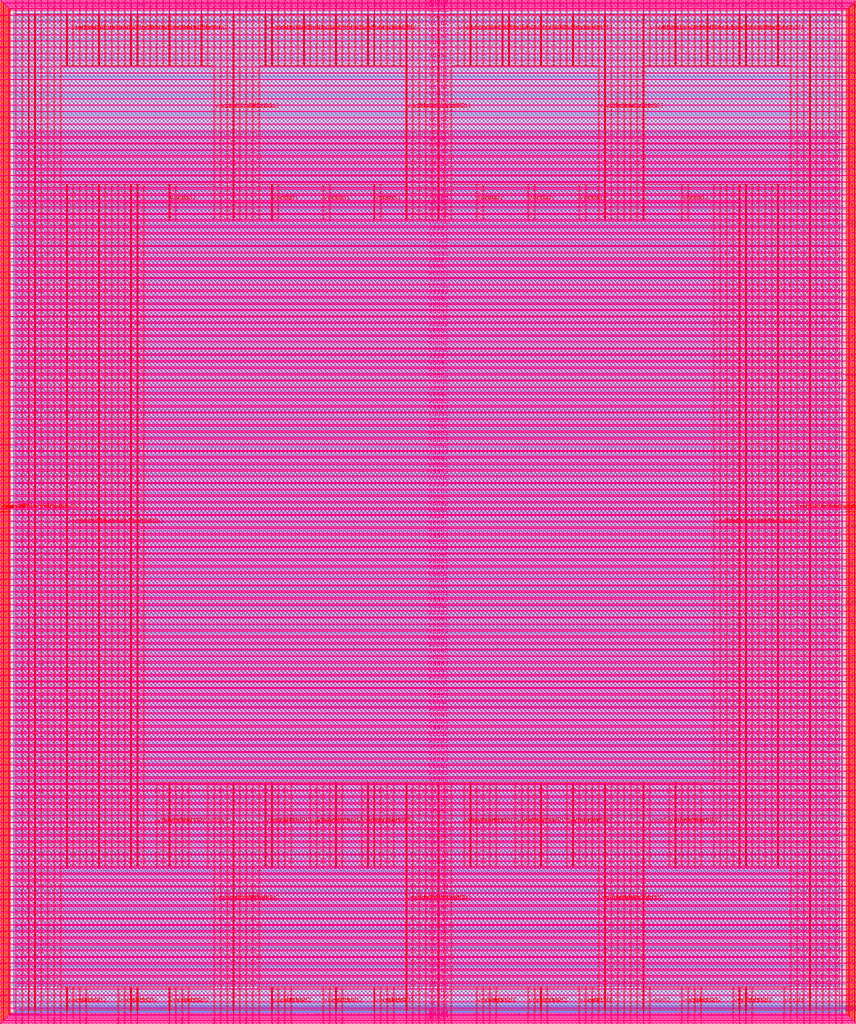
<source format=lef>
VERSION 5.7 ;
  NOWIREEXTENSIONATPIN ON ;
  DIVIDERCHAR "/" ;
  BUSBITCHARS "[]" ;
MACRO user_project_wrapper
  CLASS BLOCK ;
  FOREIGN user_project_wrapper ;
  ORIGIN 0.000 0.000 ;
  SIZE 2920.000 BY 3520.000 ;
  PIN analog_io[0]
    DIRECTION INOUT ;
    USE SIGNAL ;
    PORT
      LAYER met3 ;
        RECT 2917.600 1426.380 2924.800 1427.580 ;
    END
  END analog_io[0]
  PIN analog_io[10]
    DIRECTION INOUT ;
    USE SIGNAL ;
    PORT
      LAYER met2 ;
        RECT 2230.490 3517.600 2231.050 3524.800 ;
    END
  END analog_io[10]
  PIN analog_io[11]
    DIRECTION INOUT ;
    USE SIGNAL ;
    PORT
      LAYER met2 ;
        RECT 1905.730 3517.600 1906.290 3524.800 ;
    END
  END analog_io[11]
  PIN analog_io[12]
    DIRECTION INOUT ;
    USE SIGNAL ;
    PORT
      LAYER met2 ;
        RECT 1581.430 3517.600 1581.990 3524.800 ;
    END
  END analog_io[12]
  PIN analog_io[13]
    DIRECTION INOUT ;
    USE SIGNAL ;
    PORT
      LAYER met2 ;
        RECT 1257.130 3517.600 1257.690 3524.800 ;
    END
  END analog_io[13]
  PIN analog_io[14]
    DIRECTION INOUT ;
    USE SIGNAL ;
    PORT
      LAYER met2 ;
        RECT 932.370 3517.600 932.930 3524.800 ;
    END
  END analog_io[14]
  PIN analog_io[15]
    DIRECTION INOUT ;
    USE SIGNAL ;
    PORT
      LAYER met2 ;
        RECT 608.070 3517.600 608.630 3524.800 ;
    END
  END analog_io[15]
  PIN analog_io[16]
    DIRECTION INOUT ;
    USE SIGNAL ;
    PORT
      LAYER met2 ;
        RECT 283.770 3517.600 284.330 3524.800 ;
    END
  END analog_io[16]
  PIN analog_io[17]
    DIRECTION INOUT ;
    USE SIGNAL ;
    PORT
      LAYER met3 ;
        RECT -4.800 3486.100 2.400 3487.300 ;
    END
  END analog_io[17]
  PIN analog_io[18]
    DIRECTION INOUT ;
    USE SIGNAL ;
    PORT
      LAYER met3 ;
        RECT -4.800 3224.980 2.400 3226.180 ;
    END
  END analog_io[18]
  PIN analog_io[19]
    DIRECTION INOUT ;
    USE SIGNAL ;
    PORT
      LAYER met3 ;
        RECT -4.800 2964.540 2.400 2965.740 ;
    END
  END analog_io[19]
  PIN analog_io[1]
    DIRECTION INOUT ;
    USE SIGNAL ;
    PORT
      LAYER met3 ;
        RECT 2917.600 1692.260 2924.800 1693.460 ;
    END
  END analog_io[1]
  PIN analog_io[20]
    DIRECTION INOUT ;
    USE SIGNAL ;
    PORT
      LAYER met3 ;
        RECT -4.800 2703.420 2.400 2704.620 ;
    END
  END analog_io[20]
  PIN analog_io[21]
    DIRECTION INOUT ;
    USE SIGNAL ;
    PORT
      LAYER met3 ;
        RECT -4.800 2442.980 2.400 2444.180 ;
    END
  END analog_io[21]
  PIN analog_io[22]
    DIRECTION INOUT ;
    USE SIGNAL ;
    PORT
      LAYER met3 ;
        RECT -4.800 2182.540 2.400 2183.740 ;
    END
  END analog_io[22]
  PIN analog_io[23]
    DIRECTION INOUT ;
    USE SIGNAL ;
    PORT
      LAYER met3 ;
        RECT -4.800 1921.420 2.400 1922.620 ;
    END
  END analog_io[23]
  PIN analog_io[24]
    DIRECTION INOUT ;
    USE SIGNAL ;
    PORT
      LAYER met3 ;
        RECT -4.800 1660.980 2.400 1662.180 ;
    END
  END analog_io[24]
  PIN analog_io[25]
    DIRECTION INOUT ;
    USE SIGNAL ;
    PORT
      LAYER met3 ;
        RECT -4.800 1399.860 2.400 1401.060 ;
    END
  END analog_io[25]
  PIN analog_io[26]
    DIRECTION INOUT ;
    USE SIGNAL ;
    PORT
      LAYER met3 ;
        RECT -4.800 1139.420 2.400 1140.620 ;
    END
  END analog_io[26]
  PIN analog_io[27]
    DIRECTION INOUT ;
    USE SIGNAL ;
    PORT
      LAYER met3 ;
        RECT -4.800 878.980 2.400 880.180 ;
    END
  END analog_io[27]
  PIN analog_io[28]
    DIRECTION INOUT ;
    USE SIGNAL ;
    PORT
      LAYER met3 ;
        RECT -4.800 617.860 2.400 619.060 ;
    END
  END analog_io[28]
  PIN analog_io[2]
    DIRECTION INOUT ;
    USE SIGNAL ;
    PORT
      LAYER met3 ;
        RECT 2917.600 1958.140 2924.800 1959.340 ;
    END
  END analog_io[2]
  PIN analog_io[3]
    DIRECTION INOUT ;
    USE SIGNAL ;
    PORT
      LAYER met3 ;
        RECT 2917.600 2223.340 2924.800 2224.540 ;
    END
  END analog_io[3]
  PIN analog_io[4]
    DIRECTION INOUT ;
    USE SIGNAL ;
    PORT
      LAYER met3 ;
        RECT 2917.600 2489.220 2924.800 2490.420 ;
    END
  END analog_io[4]
  PIN analog_io[5]
    DIRECTION INOUT ;
    USE SIGNAL ;
    PORT
      LAYER met3 ;
        RECT 2917.600 2755.100 2924.800 2756.300 ;
    END
  END analog_io[5]
  PIN analog_io[6]
    DIRECTION INOUT ;
    USE SIGNAL ;
    PORT
      LAYER met3 ;
        RECT 2917.600 3020.300 2924.800 3021.500 ;
    END
  END analog_io[6]
  PIN analog_io[7]
    DIRECTION INOUT ;
    USE SIGNAL ;
    PORT
      LAYER met3 ;
        RECT 2917.600 3286.180 2924.800 3287.380 ;
    END
  END analog_io[7]
  PIN analog_io[8]
    DIRECTION INOUT ;
    USE SIGNAL ;
    PORT
      LAYER met2 ;
        RECT 2879.090 3517.600 2879.650 3524.800 ;
    END
  END analog_io[8]
  PIN analog_io[9]
    DIRECTION INOUT ;
    USE SIGNAL ;
    PORT
      LAYER met2 ;
        RECT 2554.790 3517.600 2555.350 3524.800 ;
    END
  END analog_io[9]
  PIN io_in[0]
    DIRECTION INPUT ;
    USE SIGNAL ;
    PORT
      LAYER met3 ;
        RECT 2917.600 32.380 2924.800 33.580 ;
    END
  END io_in[0]
  PIN io_in[10]
    DIRECTION INPUT ;
    USE SIGNAL ;
    PORT
      LAYER met3 ;
        RECT 2917.600 2289.980 2924.800 2291.180 ;
    END
  END io_in[10]
  PIN io_in[11]
    DIRECTION INPUT ;
    USE SIGNAL ;
    PORT
      LAYER met3 ;
        RECT 2917.600 2555.860 2924.800 2557.060 ;
    END
  END io_in[11]
  PIN io_in[12]
    DIRECTION INPUT ;
    USE SIGNAL ;
    PORT
      LAYER met3 ;
        RECT 2917.600 2821.060 2924.800 2822.260 ;
    END
  END io_in[12]
  PIN io_in[13]
    DIRECTION INPUT ;
    USE SIGNAL ;
    PORT
      LAYER met3 ;
        RECT 2917.600 3086.940 2924.800 3088.140 ;
    END
  END io_in[13]
  PIN io_in[14]
    DIRECTION INPUT ;
    USE SIGNAL ;
    PORT
      LAYER met3 ;
        RECT 2917.600 3352.820 2924.800 3354.020 ;
    END
  END io_in[14]
  PIN io_in[15]
    DIRECTION INPUT ;
    USE SIGNAL ;
    PORT
      LAYER met2 ;
        RECT 2798.130 3517.600 2798.690 3524.800 ;
    END
  END io_in[15]
  PIN io_in[16]
    DIRECTION INPUT ;
    USE SIGNAL ;
    PORT
      LAYER met2 ;
        RECT 2473.830 3517.600 2474.390 3524.800 ;
    END
  END io_in[16]
  PIN io_in[17]
    DIRECTION INPUT ;
    USE SIGNAL ;
    PORT
      LAYER met2 ;
        RECT 2149.070 3517.600 2149.630 3524.800 ;
    END
  END io_in[17]
  PIN io_in[18]
    DIRECTION INPUT ;
    USE SIGNAL ;
    PORT
      LAYER met2 ;
        RECT 1824.770 3517.600 1825.330 3524.800 ;
    END
  END io_in[18]
  PIN io_in[19]
    DIRECTION INPUT ;
    USE SIGNAL ;
    PORT
      LAYER met2 ;
        RECT 1500.470 3517.600 1501.030 3524.800 ;
    END
  END io_in[19]
  PIN io_in[1]
    DIRECTION INPUT ;
    USE SIGNAL ;
    PORT
      LAYER met3 ;
        RECT 2917.600 230.940 2924.800 232.140 ;
    END
  END io_in[1]
  PIN io_in[20]
    DIRECTION INPUT ;
    USE SIGNAL ;
    PORT
      LAYER met2 ;
        RECT 1175.710 3517.600 1176.270 3524.800 ;
    END
  END io_in[20]
  PIN io_in[21]
    DIRECTION INPUT ;
    USE SIGNAL ;
    PORT
      LAYER met2 ;
        RECT 851.410 3517.600 851.970 3524.800 ;
    END
  END io_in[21]
  PIN io_in[22]
    DIRECTION INPUT ;
    USE SIGNAL ;
    PORT
      LAYER met2 ;
        RECT 527.110 3517.600 527.670 3524.800 ;
    END
  END io_in[22]
  PIN io_in[23]
    DIRECTION INPUT ;
    USE SIGNAL ;
    PORT
      LAYER met2 ;
        RECT 202.350 3517.600 202.910 3524.800 ;
    END
  END io_in[23]
  PIN io_in[24]
    DIRECTION INPUT ;
    USE SIGNAL ;
    PORT
      LAYER met3 ;
        RECT -4.800 3420.820 2.400 3422.020 ;
    END
  END io_in[24]
  PIN io_in[25]
    DIRECTION INPUT ;
    USE SIGNAL ;
    PORT
      LAYER met3 ;
        RECT -4.800 3159.700 2.400 3160.900 ;
    END
  END io_in[25]
  PIN io_in[26]
    DIRECTION INPUT ;
    USE SIGNAL ;
    PORT
      LAYER met3 ;
        RECT -4.800 2899.260 2.400 2900.460 ;
    END
  END io_in[26]
  PIN io_in[27]
    DIRECTION INPUT ;
    USE SIGNAL ;
    PORT
      LAYER met3 ;
        RECT -4.800 2638.820 2.400 2640.020 ;
    END
  END io_in[27]
  PIN io_in[28]
    DIRECTION INPUT ;
    USE SIGNAL ;
    PORT
      LAYER met3 ;
        RECT -4.800 2377.700 2.400 2378.900 ;
    END
  END io_in[28]
  PIN io_in[29]
    DIRECTION INPUT ;
    USE SIGNAL ;
    PORT
      LAYER met3 ;
        RECT -4.800 2117.260 2.400 2118.460 ;
    END
  END io_in[29]
  PIN io_in[2]
    DIRECTION INPUT ;
    USE SIGNAL ;
    PORT
      LAYER met3 ;
        RECT 2917.600 430.180 2924.800 431.380 ;
    END
  END io_in[2]
  PIN io_in[30]
    DIRECTION INPUT ;
    USE SIGNAL ;
    PORT
      LAYER met3 ;
        RECT -4.800 1856.140 2.400 1857.340 ;
    END
  END io_in[30]
  PIN io_in[31]
    DIRECTION INPUT ;
    USE SIGNAL ;
    PORT
      LAYER met3 ;
        RECT -4.800 1595.700 2.400 1596.900 ;
    END
  END io_in[31]
  PIN io_in[32]
    DIRECTION INPUT ;
    USE SIGNAL ;
    PORT
      LAYER met3 ;
        RECT -4.800 1335.260 2.400 1336.460 ;
    END
  END io_in[32]
  PIN io_in[33]
    DIRECTION INPUT ;
    USE SIGNAL ;
    PORT
      LAYER met3 ;
        RECT -4.800 1074.140 2.400 1075.340 ;
    END
  END io_in[33]
  PIN io_in[34]
    DIRECTION INPUT ;
    USE SIGNAL ;
    PORT
      LAYER met3 ;
        RECT -4.800 813.700 2.400 814.900 ;
    END
  END io_in[34]
  PIN io_in[35]
    DIRECTION INPUT ;
    USE SIGNAL ;
    PORT
      LAYER met3 ;
        RECT -4.800 552.580 2.400 553.780 ;
    END
  END io_in[35]
  PIN io_in[36]
    DIRECTION INPUT ;
    USE SIGNAL ;
    PORT
      LAYER met3 ;
        RECT -4.800 357.420 2.400 358.620 ;
    END
  END io_in[36]
  PIN io_in[37]
    DIRECTION INPUT ;
    USE SIGNAL ;
    PORT
      LAYER met3 ;
        RECT -4.800 161.580 2.400 162.780 ;
    END
  END io_in[37]
  PIN io_in[3]
    DIRECTION INPUT ;
    USE SIGNAL ;
    PORT
      LAYER met3 ;
        RECT 2917.600 629.420 2924.800 630.620 ;
    END
  END io_in[3]
  PIN io_in[4]
    DIRECTION INPUT ;
    USE SIGNAL ;
    PORT
      LAYER met3 ;
        RECT 2917.600 828.660 2924.800 829.860 ;
    END
  END io_in[4]
  PIN io_in[5]
    DIRECTION INPUT ;
    USE SIGNAL ;
    PORT
      LAYER met3 ;
        RECT 2917.600 1027.900 2924.800 1029.100 ;
    END
  END io_in[5]
  PIN io_in[6]
    DIRECTION INPUT ;
    USE SIGNAL ;
    PORT
      LAYER met3 ;
        RECT 2917.600 1227.140 2924.800 1228.340 ;
    END
  END io_in[6]
  PIN io_in[7]
    DIRECTION INPUT ;
    USE SIGNAL ;
    PORT
      LAYER met3 ;
        RECT 2917.600 1493.020 2924.800 1494.220 ;
    END
  END io_in[7]
  PIN io_in[8]
    DIRECTION INPUT ;
    USE SIGNAL ;
    PORT
      LAYER met3 ;
        RECT 2917.600 1758.900 2924.800 1760.100 ;
    END
  END io_in[8]
  PIN io_in[9]
    DIRECTION INPUT ;
    USE SIGNAL ;
    PORT
      LAYER met3 ;
        RECT 2917.600 2024.100 2924.800 2025.300 ;
    END
  END io_in[9]
  PIN io_oeb[0]
    DIRECTION OUTPUT TRISTATE ;
    USE SIGNAL ;
    PORT
      LAYER met3 ;
        RECT 2917.600 164.980 2924.800 166.180 ;
    END
  END io_oeb[0]
  PIN io_oeb[10]
    DIRECTION OUTPUT TRISTATE ;
    USE SIGNAL ;
    PORT
      LAYER met3 ;
        RECT 2917.600 2422.580 2924.800 2423.780 ;
    END
  END io_oeb[10]
  PIN io_oeb[11]
    DIRECTION OUTPUT TRISTATE ;
    USE SIGNAL ;
    PORT
      LAYER met3 ;
        RECT 2917.600 2688.460 2924.800 2689.660 ;
    END
  END io_oeb[11]
  PIN io_oeb[12]
    DIRECTION OUTPUT TRISTATE ;
    USE SIGNAL ;
    PORT
      LAYER met3 ;
        RECT 2917.600 2954.340 2924.800 2955.540 ;
    END
  END io_oeb[12]
  PIN io_oeb[13]
    DIRECTION OUTPUT TRISTATE ;
    USE SIGNAL ;
    PORT
      LAYER met3 ;
        RECT 2917.600 3219.540 2924.800 3220.740 ;
    END
  END io_oeb[13]
  PIN io_oeb[14]
    DIRECTION OUTPUT TRISTATE ;
    USE SIGNAL ;
    PORT
      LAYER met3 ;
        RECT 2917.600 3485.420 2924.800 3486.620 ;
    END
  END io_oeb[14]
  PIN io_oeb[15]
    DIRECTION OUTPUT TRISTATE ;
    USE SIGNAL ;
    PORT
      LAYER met2 ;
        RECT 2635.750 3517.600 2636.310 3524.800 ;
    END
  END io_oeb[15]
  PIN io_oeb[16]
    DIRECTION OUTPUT TRISTATE ;
    USE SIGNAL ;
    PORT
      LAYER met2 ;
        RECT 2311.450 3517.600 2312.010 3524.800 ;
    END
  END io_oeb[16]
  PIN io_oeb[17]
    DIRECTION OUTPUT TRISTATE ;
    USE SIGNAL ;
    PORT
      LAYER met2 ;
        RECT 1987.150 3517.600 1987.710 3524.800 ;
    END
  END io_oeb[17]
  PIN io_oeb[18]
    DIRECTION OUTPUT TRISTATE ;
    USE SIGNAL ;
    PORT
      LAYER met2 ;
        RECT 1662.390 3517.600 1662.950 3524.800 ;
    END
  END io_oeb[18]
  PIN io_oeb[19]
    DIRECTION OUTPUT TRISTATE ;
    USE SIGNAL ;
    PORT
      LAYER met2 ;
        RECT 1338.090 3517.600 1338.650 3524.800 ;
    END
  END io_oeb[19]
  PIN io_oeb[1]
    DIRECTION OUTPUT TRISTATE ;
    USE SIGNAL ;
    PORT
      LAYER met3 ;
        RECT 2917.600 364.220 2924.800 365.420 ;
    END
  END io_oeb[1]
  PIN io_oeb[20]
    DIRECTION OUTPUT TRISTATE ;
    USE SIGNAL ;
    PORT
      LAYER met2 ;
        RECT 1013.790 3517.600 1014.350 3524.800 ;
    END
  END io_oeb[20]
  PIN io_oeb[21]
    DIRECTION OUTPUT TRISTATE ;
    USE SIGNAL ;
    PORT
      LAYER met2 ;
        RECT 689.030 3517.600 689.590 3524.800 ;
    END
  END io_oeb[21]
  PIN io_oeb[22]
    DIRECTION OUTPUT TRISTATE ;
    USE SIGNAL ;
    PORT
      LAYER met2 ;
        RECT 364.730 3517.600 365.290 3524.800 ;
    END
  END io_oeb[22]
  PIN io_oeb[23]
    DIRECTION OUTPUT TRISTATE ;
    USE SIGNAL ;
    PORT
      LAYER met2 ;
        RECT 40.430 3517.600 40.990 3524.800 ;
    END
  END io_oeb[23]
  PIN io_oeb[24]
    DIRECTION OUTPUT TRISTATE ;
    USE SIGNAL ;
    PORT
      LAYER met3 ;
        RECT -4.800 3290.260 2.400 3291.460 ;
    END
  END io_oeb[24]
  PIN io_oeb[25]
    DIRECTION OUTPUT TRISTATE ;
    USE SIGNAL ;
    PORT
      LAYER met3 ;
        RECT -4.800 3029.820 2.400 3031.020 ;
    END
  END io_oeb[25]
  PIN io_oeb[26]
    DIRECTION OUTPUT TRISTATE ;
    USE SIGNAL ;
    PORT
      LAYER met3 ;
        RECT -4.800 2768.700 2.400 2769.900 ;
    END
  END io_oeb[26]
  PIN io_oeb[27]
    DIRECTION OUTPUT TRISTATE ;
    USE SIGNAL ;
    PORT
      LAYER met3 ;
        RECT -4.800 2508.260 2.400 2509.460 ;
    END
  END io_oeb[27]
  PIN io_oeb[28]
    DIRECTION OUTPUT TRISTATE ;
    USE SIGNAL ;
    PORT
      LAYER met3 ;
        RECT -4.800 2247.140 2.400 2248.340 ;
    END
  END io_oeb[28]
  PIN io_oeb[29]
    DIRECTION OUTPUT TRISTATE ;
    USE SIGNAL ;
    PORT
      LAYER met3 ;
        RECT -4.800 1986.700 2.400 1987.900 ;
    END
  END io_oeb[29]
  PIN io_oeb[2]
    DIRECTION OUTPUT TRISTATE ;
    USE SIGNAL ;
    PORT
      LAYER met3 ;
        RECT 2917.600 563.460 2924.800 564.660 ;
    END
  END io_oeb[2]
  PIN io_oeb[30]
    DIRECTION OUTPUT TRISTATE ;
    USE SIGNAL ;
    PORT
      LAYER met3 ;
        RECT -4.800 1726.260 2.400 1727.460 ;
    END
  END io_oeb[30]
  PIN io_oeb[31]
    DIRECTION OUTPUT TRISTATE ;
    USE SIGNAL ;
    PORT
      LAYER met3 ;
        RECT -4.800 1465.140 2.400 1466.340 ;
    END
  END io_oeb[31]
  PIN io_oeb[32]
    DIRECTION OUTPUT TRISTATE ;
    USE SIGNAL ;
    PORT
      LAYER met3 ;
        RECT -4.800 1204.700 2.400 1205.900 ;
    END
  END io_oeb[32]
  PIN io_oeb[33]
    DIRECTION OUTPUT TRISTATE ;
    USE SIGNAL ;
    PORT
      LAYER met3 ;
        RECT -4.800 943.580 2.400 944.780 ;
    END
  END io_oeb[33]
  PIN io_oeb[34]
    DIRECTION OUTPUT TRISTATE ;
    USE SIGNAL ;
    PORT
      LAYER met3 ;
        RECT -4.800 683.140 2.400 684.340 ;
    END
  END io_oeb[34]
  PIN io_oeb[35]
    DIRECTION OUTPUT TRISTATE ;
    USE SIGNAL ;
    PORT
      LAYER met3 ;
        RECT -4.800 422.700 2.400 423.900 ;
    END
  END io_oeb[35]
  PIN io_oeb[36]
    DIRECTION OUTPUT TRISTATE ;
    USE SIGNAL ;
    PORT
      LAYER met3 ;
        RECT -4.800 226.860 2.400 228.060 ;
    END
  END io_oeb[36]
  PIN io_oeb[37]
    DIRECTION OUTPUT TRISTATE ;
    USE SIGNAL ;
    PORT
      LAYER met3 ;
        RECT -4.800 31.700 2.400 32.900 ;
    END
  END io_oeb[37]
  PIN io_oeb[3]
    DIRECTION OUTPUT TRISTATE ;
    USE SIGNAL ;
    PORT
      LAYER met3 ;
        RECT 2917.600 762.700 2924.800 763.900 ;
    END
  END io_oeb[3]
  PIN io_oeb[4]
    DIRECTION OUTPUT TRISTATE ;
    USE SIGNAL ;
    PORT
      LAYER met3 ;
        RECT 2917.600 961.940 2924.800 963.140 ;
    END
  END io_oeb[4]
  PIN io_oeb[5]
    DIRECTION OUTPUT TRISTATE ;
    USE SIGNAL ;
    PORT
      LAYER met3 ;
        RECT 2917.600 1161.180 2924.800 1162.380 ;
    END
  END io_oeb[5]
  PIN io_oeb[6]
    DIRECTION OUTPUT TRISTATE ;
    USE SIGNAL ;
    PORT
      LAYER met3 ;
        RECT 2917.600 1360.420 2924.800 1361.620 ;
    END
  END io_oeb[6]
  PIN io_oeb[7]
    DIRECTION OUTPUT TRISTATE ;
    USE SIGNAL ;
    PORT
      LAYER met3 ;
        RECT 2917.600 1625.620 2924.800 1626.820 ;
    END
  END io_oeb[7]
  PIN io_oeb[8]
    DIRECTION OUTPUT TRISTATE ;
    USE SIGNAL ;
    PORT
      LAYER met3 ;
        RECT 2917.600 1891.500 2924.800 1892.700 ;
    END
  END io_oeb[8]
  PIN io_oeb[9]
    DIRECTION OUTPUT TRISTATE ;
    USE SIGNAL ;
    PORT
      LAYER met3 ;
        RECT 2917.600 2157.380 2924.800 2158.580 ;
    END
  END io_oeb[9]
  PIN io_out[0]
    DIRECTION OUTPUT TRISTATE ;
    USE SIGNAL ;
    PORT
      LAYER met3 ;
        RECT 2917.600 98.340 2924.800 99.540 ;
    END
  END io_out[0]
  PIN io_out[10]
    DIRECTION OUTPUT TRISTATE ;
    USE SIGNAL ;
    PORT
      LAYER met3 ;
        RECT 2917.600 2356.620 2924.800 2357.820 ;
    END
  END io_out[10]
  PIN io_out[11]
    DIRECTION OUTPUT TRISTATE ;
    USE SIGNAL ;
    PORT
      LAYER met3 ;
        RECT 2917.600 2621.820 2924.800 2623.020 ;
    END
  END io_out[11]
  PIN io_out[12]
    DIRECTION OUTPUT TRISTATE ;
    USE SIGNAL ;
    PORT
      LAYER met3 ;
        RECT 2917.600 2887.700 2924.800 2888.900 ;
    END
  END io_out[12]
  PIN io_out[13]
    DIRECTION OUTPUT TRISTATE ;
    USE SIGNAL ;
    PORT
      LAYER met3 ;
        RECT 2917.600 3153.580 2924.800 3154.780 ;
    END
  END io_out[13]
  PIN io_out[14]
    DIRECTION OUTPUT TRISTATE ;
    USE SIGNAL ;
    PORT
      LAYER met3 ;
        RECT 2917.600 3418.780 2924.800 3419.980 ;
    END
  END io_out[14]
  PIN io_out[15]
    DIRECTION OUTPUT TRISTATE ;
    USE SIGNAL ;
    PORT
      LAYER met2 ;
        RECT 2717.170 3517.600 2717.730 3524.800 ;
    END
  END io_out[15]
  PIN io_out[16]
    DIRECTION OUTPUT TRISTATE ;
    USE SIGNAL ;
    PORT
      LAYER met2 ;
        RECT 2392.410 3517.600 2392.970 3524.800 ;
    END
  END io_out[16]
  PIN io_out[17]
    DIRECTION OUTPUT TRISTATE ;
    USE SIGNAL ;
    PORT
      LAYER met2 ;
        RECT 2068.110 3517.600 2068.670 3524.800 ;
    END
  END io_out[17]
  PIN io_out[18]
    DIRECTION OUTPUT TRISTATE ;
    USE SIGNAL ;
    PORT
      LAYER met2 ;
        RECT 1743.810 3517.600 1744.370 3524.800 ;
    END
  END io_out[18]
  PIN io_out[19]
    DIRECTION OUTPUT TRISTATE ;
    USE SIGNAL ;
    PORT
      LAYER met2 ;
        RECT 1419.050 3517.600 1419.610 3524.800 ;
    END
  END io_out[19]
  PIN io_out[1]
    DIRECTION OUTPUT TRISTATE ;
    USE SIGNAL ;
    PORT
      LAYER met3 ;
        RECT 2917.600 297.580 2924.800 298.780 ;
    END
  END io_out[1]
  PIN io_out[20]
    DIRECTION OUTPUT TRISTATE ;
    USE SIGNAL ;
    PORT
      LAYER met2 ;
        RECT 1094.750 3517.600 1095.310 3524.800 ;
    END
  END io_out[20]
  PIN io_out[21]
    DIRECTION OUTPUT TRISTATE ;
    USE SIGNAL ;
    PORT
      LAYER met2 ;
        RECT 770.450 3517.600 771.010 3524.800 ;
    END
  END io_out[21]
  PIN io_out[22]
    DIRECTION OUTPUT TRISTATE ;
    USE SIGNAL ;
    PORT
      LAYER met2 ;
        RECT 445.690 3517.600 446.250 3524.800 ;
    END
  END io_out[22]
  PIN io_out[23]
    DIRECTION OUTPUT TRISTATE ;
    USE SIGNAL ;
    PORT
      LAYER met2 ;
        RECT 121.390 3517.600 121.950 3524.800 ;
    END
  END io_out[23]
  PIN io_out[24]
    DIRECTION OUTPUT TRISTATE ;
    USE SIGNAL ;
    PORT
      LAYER met3 ;
        RECT -4.800 3355.540 2.400 3356.740 ;
    END
  END io_out[24]
  PIN io_out[25]
    DIRECTION OUTPUT TRISTATE ;
    USE SIGNAL ;
    PORT
      LAYER met3 ;
        RECT -4.800 3095.100 2.400 3096.300 ;
    END
  END io_out[25]
  PIN io_out[26]
    DIRECTION OUTPUT TRISTATE ;
    USE SIGNAL ;
    PORT
      LAYER met3 ;
        RECT -4.800 2833.980 2.400 2835.180 ;
    END
  END io_out[26]
  PIN io_out[27]
    DIRECTION OUTPUT TRISTATE ;
    USE SIGNAL ;
    PORT
      LAYER met3 ;
        RECT -4.800 2573.540 2.400 2574.740 ;
    END
  END io_out[27]
  PIN io_out[28]
    DIRECTION OUTPUT TRISTATE ;
    USE SIGNAL ;
    PORT
      LAYER met3 ;
        RECT -4.800 2312.420 2.400 2313.620 ;
    END
  END io_out[28]
  PIN io_out[29]
    DIRECTION OUTPUT TRISTATE ;
    USE SIGNAL ;
    PORT
      LAYER met3 ;
        RECT -4.800 2051.980 2.400 2053.180 ;
    END
  END io_out[29]
  PIN io_out[2]
    DIRECTION OUTPUT TRISTATE ;
    USE SIGNAL ;
    PORT
      LAYER met3 ;
        RECT 2917.600 496.820 2924.800 498.020 ;
    END
  END io_out[2]
  PIN io_out[30]
    DIRECTION OUTPUT TRISTATE ;
    USE SIGNAL ;
    PORT
      LAYER met3 ;
        RECT -4.800 1791.540 2.400 1792.740 ;
    END
  END io_out[30]
  PIN io_out[31]
    DIRECTION OUTPUT TRISTATE ;
    USE SIGNAL ;
    PORT
      LAYER met3 ;
        RECT -4.800 1530.420 2.400 1531.620 ;
    END
  END io_out[31]
  PIN io_out[32]
    DIRECTION OUTPUT TRISTATE ;
    USE SIGNAL ;
    PORT
      LAYER met3 ;
        RECT -4.800 1269.980 2.400 1271.180 ;
    END
  END io_out[32]
  PIN io_out[33]
    DIRECTION OUTPUT TRISTATE ;
    USE SIGNAL ;
    PORT
      LAYER met3 ;
        RECT -4.800 1008.860 2.400 1010.060 ;
    END
  END io_out[33]
  PIN io_out[34]
    DIRECTION OUTPUT TRISTATE ;
    USE SIGNAL ;
    PORT
      LAYER met3 ;
        RECT -4.800 748.420 2.400 749.620 ;
    END
  END io_out[34]
  PIN io_out[35]
    DIRECTION OUTPUT TRISTATE ;
    USE SIGNAL ;
    PORT
      LAYER met3 ;
        RECT -4.800 487.300 2.400 488.500 ;
    END
  END io_out[35]
  PIN io_out[36]
    DIRECTION OUTPUT TRISTATE ;
    USE SIGNAL ;
    PORT
      LAYER met3 ;
        RECT -4.800 292.140 2.400 293.340 ;
    END
  END io_out[36]
  PIN io_out[37]
    DIRECTION OUTPUT TRISTATE ;
    USE SIGNAL ;
    PORT
      LAYER met3 ;
        RECT -4.800 96.300 2.400 97.500 ;
    END
  END io_out[37]
  PIN io_out[3]
    DIRECTION OUTPUT TRISTATE ;
    USE SIGNAL ;
    PORT
      LAYER met3 ;
        RECT 2917.600 696.060 2924.800 697.260 ;
    END
  END io_out[3]
  PIN io_out[4]
    DIRECTION OUTPUT TRISTATE ;
    USE SIGNAL ;
    PORT
      LAYER met3 ;
        RECT 2917.600 895.300 2924.800 896.500 ;
    END
  END io_out[4]
  PIN io_out[5]
    DIRECTION OUTPUT TRISTATE ;
    USE SIGNAL ;
    PORT
      LAYER met3 ;
        RECT 2917.600 1094.540 2924.800 1095.740 ;
    END
  END io_out[5]
  PIN io_out[6]
    DIRECTION OUTPUT TRISTATE ;
    USE SIGNAL ;
    PORT
      LAYER met3 ;
        RECT 2917.600 1293.780 2924.800 1294.980 ;
    END
  END io_out[6]
  PIN io_out[7]
    DIRECTION OUTPUT TRISTATE ;
    USE SIGNAL ;
    PORT
      LAYER met3 ;
        RECT 2917.600 1559.660 2924.800 1560.860 ;
    END
  END io_out[7]
  PIN io_out[8]
    DIRECTION OUTPUT TRISTATE ;
    USE SIGNAL ;
    PORT
      LAYER met3 ;
        RECT 2917.600 1824.860 2924.800 1826.060 ;
    END
  END io_out[8]
  PIN io_out[9]
    DIRECTION OUTPUT TRISTATE ;
    USE SIGNAL ;
    PORT
      LAYER met3 ;
        RECT 2917.600 2090.740 2924.800 2091.940 ;
    END
  END io_out[9]
  PIN la_data_in[0]
    DIRECTION INPUT ;
    USE SIGNAL ;
    PORT
      LAYER met2 ;
        RECT 629.230 -4.800 629.790 2.400 ;
    END
  END la_data_in[0]
  PIN la_data_in[100]
    DIRECTION INPUT ;
    USE SIGNAL ;
    PORT
      LAYER met2 ;
        RECT 2402.530 -4.800 2403.090 2.400 ;
    END
  END la_data_in[100]
  PIN la_data_in[101]
    DIRECTION INPUT ;
    USE SIGNAL ;
    PORT
      LAYER met2 ;
        RECT 2420.010 -4.800 2420.570 2.400 ;
    END
  END la_data_in[101]
  PIN la_data_in[102]
    DIRECTION INPUT ;
    USE SIGNAL ;
    PORT
      LAYER met2 ;
        RECT 2437.950 -4.800 2438.510 2.400 ;
    END
  END la_data_in[102]
  PIN la_data_in[103]
    DIRECTION INPUT ;
    USE SIGNAL ;
    PORT
      LAYER met2 ;
        RECT 2455.430 -4.800 2455.990 2.400 ;
    END
  END la_data_in[103]
  PIN la_data_in[104]
    DIRECTION INPUT ;
    USE SIGNAL ;
    PORT
      LAYER met2 ;
        RECT 2473.370 -4.800 2473.930 2.400 ;
    END
  END la_data_in[104]
  PIN la_data_in[105]
    DIRECTION INPUT ;
    USE SIGNAL ;
    PORT
      LAYER met2 ;
        RECT 2490.850 -4.800 2491.410 2.400 ;
    END
  END la_data_in[105]
  PIN la_data_in[106]
    DIRECTION INPUT ;
    USE SIGNAL ;
    PORT
      LAYER met2 ;
        RECT 2508.790 -4.800 2509.350 2.400 ;
    END
  END la_data_in[106]
  PIN la_data_in[107]
    DIRECTION INPUT ;
    USE SIGNAL ;
    PORT
      LAYER met2 ;
        RECT 2526.730 -4.800 2527.290 2.400 ;
    END
  END la_data_in[107]
  PIN la_data_in[108]
    DIRECTION INPUT ;
    USE SIGNAL ;
    PORT
      LAYER met2 ;
        RECT 2544.210 -4.800 2544.770 2.400 ;
    END
  END la_data_in[108]
  PIN la_data_in[109]
    DIRECTION INPUT ;
    USE SIGNAL ;
    PORT
      LAYER met2 ;
        RECT 2562.150 -4.800 2562.710 2.400 ;
    END
  END la_data_in[109]
  PIN la_data_in[10]
    DIRECTION INPUT ;
    USE SIGNAL ;
    PORT
      LAYER met2 ;
        RECT 806.330 -4.800 806.890 2.400 ;
    END
  END la_data_in[10]
  PIN la_data_in[110]
    DIRECTION INPUT ;
    USE SIGNAL ;
    PORT
      LAYER met2 ;
        RECT 2579.630 -4.800 2580.190 2.400 ;
    END
  END la_data_in[110]
  PIN la_data_in[111]
    DIRECTION INPUT ;
    USE SIGNAL ;
    PORT
      LAYER met2 ;
        RECT 2597.570 -4.800 2598.130 2.400 ;
    END
  END la_data_in[111]
  PIN la_data_in[112]
    DIRECTION INPUT ;
    USE SIGNAL ;
    PORT
      LAYER met2 ;
        RECT 2615.050 -4.800 2615.610 2.400 ;
    END
  END la_data_in[112]
  PIN la_data_in[113]
    DIRECTION INPUT ;
    USE SIGNAL ;
    PORT
      LAYER met2 ;
        RECT 2632.990 -4.800 2633.550 2.400 ;
    END
  END la_data_in[113]
  PIN la_data_in[114]
    DIRECTION INPUT ;
    USE SIGNAL ;
    PORT
      LAYER met2 ;
        RECT 2650.470 -4.800 2651.030 2.400 ;
    END
  END la_data_in[114]
  PIN la_data_in[115]
    DIRECTION INPUT ;
    USE SIGNAL ;
    PORT
      LAYER met2 ;
        RECT 2668.410 -4.800 2668.970 2.400 ;
    END
  END la_data_in[115]
  PIN la_data_in[116]
    DIRECTION INPUT ;
    USE SIGNAL ;
    PORT
      LAYER met2 ;
        RECT 2685.890 -4.800 2686.450 2.400 ;
    END
  END la_data_in[116]
  PIN la_data_in[117]
    DIRECTION INPUT ;
    USE SIGNAL ;
    PORT
      LAYER met2 ;
        RECT 2703.830 -4.800 2704.390 2.400 ;
    END
  END la_data_in[117]
  PIN la_data_in[118]
    DIRECTION INPUT ;
    USE SIGNAL ;
    PORT
      LAYER met2 ;
        RECT 2721.770 -4.800 2722.330 2.400 ;
    END
  END la_data_in[118]
  PIN la_data_in[119]
    DIRECTION INPUT ;
    USE SIGNAL ;
    PORT
      LAYER met2 ;
        RECT 2739.250 -4.800 2739.810 2.400 ;
    END
  END la_data_in[119]
  PIN la_data_in[11]
    DIRECTION INPUT ;
    USE SIGNAL ;
    PORT
      LAYER met2 ;
        RECT 824.270 -4.800 824.830 2.400 ;
    END
  END la_data_in[11]
  PIN la_data_in[120]
    DIRECTION INPUT ;
    USE SIGNAL ;
    PORT
      LAYER met2 ;
        RECT 2757.190 -4.800 2757.750 2.400 ;
    END
  END la_data_in[120]
  PIN la_data_in[121]
    DIRECTION INPUT ;
    USE SIGNAL ;
    PORT
      LAYER met2 ;
        RECT 2774.670 -4.800 2775.230 2.400 ;
    END
  END la_data_in[121]
  PIN la_data_in[122]
    DIRECTION INPUT ;
    USE SIGNAL ;
    PORT
      LAYER met2 ;
        RECT 2792.610 -4.800 2793.170 2.400 ;
    END
  END la_data_in[122]
  PIN la_data_in[123]
    DIRECTION INPUT ;
    USE SIGNAL ;
    PORT
      LAYER met2 ;
        RECT 2810.090 -4.800 2810.650 2.400 ;
    END
  END la_data_in[123]
  PIN la_data_in[124]
    DIRECTION INPUT ;
    USE SIGNAL ;
    PORT
      LAYER met2 ;
        RECT 2828.030 -4.800 2828.590 2.400 ;
    END
  END la_data_in[124]
  PIN la_data_in[125]
    DIRECTION INPUT ;
    USE SIGNAL ;
    PORT
      LAYER met2 ;
        RECT 2845.510 -4.800 2846.070 2.400 ;
    END
  END la_data_in[125]
  PIN la_data_in[126]
    DIRECTION INPUT ;
    USE SIGNAL ;
    PORT
      LAYER met2 ;
        RECT 2863.450 -4.800 2864.010 2.400 ;
    END
  END la_data_in[126]
  PIN la_data_in[127]
    DIRECTION INPUT ;
    USE SIGNAL ;
    PORT
      LAYER met2 ;
        RECT 2881.390 -4.800 2881.950 2.400 ;
    END
  END la_data_in[127]
  PIN la_data_in[12]
    DIRECTION INPUT ;
    USE SIGNAL ;
    PORT
      LAYER met2 ;
        RECT 841.750 -4.800 842.310 2.400 ;
    END
  END la_data_in[12]
  PIN la_data_in[13]
    DIRECTION INPUT ;
    USE SIGNAL ;
    PORT
      LAYER met2 ;
        RECT 859.690 -4.800 860.250 2.400 ;
    END
  END la_data_in[13]
  PIN la_data_in[14]
    DIRECTION INPUT ;
    USE SIGNAL ;
    PORT
      LAYER met2 ;
        RECT 877.170 -4.800 877.730 2.400 ;
    END
  END la_data_in[14]
  PIN la_data_in[15]
    DIRECTION INPUT ;
    USE SIGNAL ;
    PORT
      LAYER met2 ;
        RECT 895.110 -4.800 895.670 2.400 ;
    END
  END la_data_in[15]
  PIN la_data_in[16]
    DIRECTION INPUT ;
    USE SIGNAL ;
    PORT
      LAYER met2 ;
        RECT 912.590 -4.800 913.150 2.400 ;
    END
  END la_data_in[16]
  PIN la_data_in[17]
    DIRECTION INPUT ;
    USE SIGNAL ;
    PORT
      LAYER met2 ;
        RECT 930.530 -4.800 931.090 2.400 ;
    END
  END la_data_in[17]
  PIN la_data_in[18]
    DIRECTION INPUT ;
    USE SIGNAL ;
    PORT
      LAYER met2 ;
        RECT 948.470 -4.800 949.030 2.400 ;
    END
  END la_data_in[18]
  PIN la_data_in[19]
    DIRECTION INPUT ;
    USE SIGNAL ;
    PORT
      LAYER met2 ;
        RECT 965.950 -4.800 966.510 2.400 ;
    END
  END la_data_in[19]
  PIN la_data_in[1]
    DIRECTION INPUT ;
    USE SIGNAL ;
    PORT
      LAYER met2 ;
        RECT 646.710 -4.800 647.270 2.400 ;
    END
  END la_data_in[1]
  PIN la_data_in[20]
    DIRECTION INPUT ;
    USE SIGNAL ;
    PORT
      LAYER met2 ;
        RECT 983.890 -4.800 984.450 2.400 ;
    END
  END la_data_in[20]
  PIN la_data_in[21]
    DIRECTION INPUT ;
    USE SIGNAL ;
    PORT
      LAYER met2 ;
        RECT 1001.370 -4.800 1001.930 2.400 ;
    END
  END la_data_in[21]
  PIN la_data_in[22]
    DIRECTION INPUT ;
    USE SIGNAL ;
    PORT
      LAYER met2 ;
        RECT 1019.310 -4.800 1019.870 2.400 ;
    END
  END la_data_in[22]
  PIN la_data_in[23]
    DIRECTION INPUT ;
    USE SIGNAL ;
    PORT
      LAYER met2 ;
        RECT 1036.790 -4.800 1037.350 2.400 ;
    END
  END la_data_in[23]
  PIN la_data_in[24]
    DIRECTION INPUT ;
    USE SIGNAL ;
    PORT
      LAYER met2 ;
        RECT 1054.730 -4.800 1055.290 2.400 ;
    END
  END la_data_in[24]
  PIN la_data_in[25]
    DIRECTION INPUT ;
    USE SIGNAL ;
    PORT
      LAYER met2 ;
        RECT 1072.210 -4.800 1072.770 2.400 ;
    END
  END la_data_in[25]
  PIN la_data_in[26]
    DIRECTION INPUT ;
    USE SIGNAL ;
    PORT
      LAYER met2 ;
        RECT 1090.150 -4.800 1090.710 2.400 ;
    END
  END la_data_in[26]
  PIN la_data_in[27]
    DIRECTION INPUT ;
    USE SIGNAL ;
    PORT
      LAYER met2 ;
        RECT 1107.630 -4.800 1108.190 2.400 ;
    END
  END la_data_in[27]
  PIN la_data_in[28]
    DIRECTION INPUT ;
    USE SIGNAL ;
    PORT
      LAYER met2 ;
        RECT 1125.570 -4.800 1126.130 2.400 ;
    END
  END la_data_in[28]
  PIN la_data_in[29]
    DIRECTION INPUT ;
    USE SIGNAL ;
    PORT
      LAYER met2 ;
        RECT 1143.510 -4.800 1144.070 2.400 ;
    END
  END la_data_in[29]
  PIN la_data_in[2]
    DIRECTION INPUT ;
    USE SIGNAL ;
    PORT
      LAYER met2 ;
        RECT 664.650 -4.800 665.210 2.400 ;
    END
  END la_data_in[2]
  PIN la_data_in[30]
    DIRECTION INPUT ;
    USE SIGNAL ;
    PORT
      LAYER met2 ;
        RECT 1160.990 -4.800 1161.550 2.400 ;
    END
  END la_data_in[30]
  PIN la_data_in[31]
    DIRECTION INPUT ;
    USE SIGNAL ;
    PORT
      LAYER met2 ;
        RECT 1178.930 -4.800 1179.490 2.400 ;
    END
  END la_data_in[31]
  PIN la_data_in[32]
    DIRECTION INPUT ;
    USE SIGNAL ;
    PORT
      LAYER met2 ;
        RECT 1196.410 -4.800 1196.970 2.400 ;
    END
  END la_data_in[32]
  PIN la_data_in[33]
    DIRECTION INPUT ;
    USE SIGNAL ;
    PORT
      LAYER met2 ;
        RECT 1214.350 -4.800 1214.910 2.400 ;
    END
  END la_data_in[33]
  PIN la_data_in[34]
    DIRECTION INPUT ;
    USE SIGNAL ;
    PORT
      LAYER met2 ;
        RECT 1231.830 -4.800 1232.390 2.400 ;
    END
  END la_data_in[34]
  PIN la_data_in[35]
    DIRECTION INPUT ;
    USE SIGNAL ;
    PORT
      LAYER met2 ;
        RECT 1249.770 -4.800 1250.330 2.400 ;
    END
  END la_data_in[35]
  PIN la_data_in[36]
    DIRECTION INPUT ;
    USE SIGNAL ;
    PORT
      LAYER met2 ;
        RECT 1267.250 -4.800 1267.810 2.400 ;
    END
  END la_data_in[36]
  PIN la_data_in[37]
    DIRECTION INPUT ;
    USE SIGNAL ;
    PORT
      LAYER met2 ;
        RECT 1285.190 -4.800 1285.750 2.400 ;
    END
  END la_data_in[37]
  PIN la_data_in[38]
    DIRECTION INPUT ;
    USE SIGNAL ;
    PORT
      LAYER met2 ;
        RECT 1303.130 -4.800 1303.690 2.400 ;
    END
  END la_data_in[38]
  PIN la_data_in[39]
    DIRECTION INPUT ;
    USE SIGNAL ;
    PORT
      LAYER met2 ;
        RECT 1320.610 -4.800 1321.170 2.400 ;
    END
  END la_data_in[39]
  PIN la_data_in[3]
    DIRECTION INPUT ;
    USE SIGNAL ;
    PORT
      LAYER met2 ;
        RECT 682.130 -4.800 682.690 2.400 ;
    END
  END la_data_in[3]
  PIN la_data_in[40]
    DIRECTION INPUT ;
    USE SIGNAL ;
    PORT
      LAYER met2 ;
        RECT 1338.550 -4.800 1339.110 2.400 ;
    END
  END la_data_in[40]
  PIN la_data_in[41]
    DIRECTION INPUT ;
    USE SIGNAL ;
    PORT
      LAYER met2 ;
        RECT 1356.030 -4.800 1356.590 2.400 ;
    END
  END la_data_in[41]
  PIN la_data_in[42]
    DIRECTION INPUT ;
    USE SIGNAL ;
    PORT
      LAYER met2 ;
        RECT 1373.970 -4.800 1374.530 2.400 ;
    END
  END la_data_in[42]
  PIN la_data_in[43]
    DIRECTION INPUT ;
    USE SIGNAL ;
    PORT
      LAYER met2 ;
        RECT 1391.450 -4.800 1392.010 2.400 ;
    END
  END la_data_in[43]
  PIN la_data_in[44]
    DIRECTION INPUT ;
    USE SIGNAL ;
    PORT
      LAYER met2 ;
        RECT 1409.390 -4.800 1409.950 2.400 ;
    END
  END la_data_in[44]
  PIN la_data_in[45]
    DIRECTION INPUT ;
    USE SIGNAL ;
    PORT
      LAYER met2 ;
        RECT 1426.870 -4.800 1427.430 2.400 ;
    END
  END la_data_in[45]
  PIN la_data_in[46]
    DIRECTION INPUT ;
    USE SIGNAL ;
    PORT
      LAYER met2 ;
        RECT 1444.810 -4.800 1445.370 2.400 ;
    END
  END la_data_in[46]
  PIN la_data_in[47]
    DIRECTION INPUT ;
    USE SIGNAL ;
    PORT
      LAYER met2 ;
        RECT 1462.750 -4.800 1463.310 2.400 ;
    END
  END la_data_in[47]
  PIN la_data_in[48]
    DIRECTION INPUT ;
    USE SIGNAL ;
    PORT
      LAYER met2 ;
        RECT 1480.230 -4.800 1480.790 2.400 ;
    END
  END la_data_in[48]
  PIN la_data_in[49]
    DIRECTION INPUT ;
    USE SIGNAL ;
    PORT
      LAYER met2 ;
        RECT 1498.170 -4.800 1498.730 2.400 ;
    END
  END la_data_in[49]
  PIN la_data_in[4]
    DIRECTION INPUT ;
    USE SIGNAL ;
    PORT
      LAYER met2 ;
        RECT 700.070 -4.800 700.630 2.400 ;
    END
  END la_data_in[4]
  PIN la_data_in[50]
    DIRECTION INPUT ;
    USE SIGNAL ;
    PORT
      LAYER met2 ;
        RECT 1515.650 -4.800 1516.210 2.400 ;
    END
  END la_data_in[50]
  PIN la_data_in[51]
    DIRECTION INPUT ;
    USE SIGNAL ;
    PORT
      LAYER met2 ;
        RECT 1533.590 -4.800 1534.150 2.400 ;
    END
  END la_data_in[51]
  PIN la_data_in[52]
    DIRECTION INPUT ;
    USE SIGNAL ;
    PORT
      LAYER met2 ;
        RECT 1551.070 -4.800 1551.630 2.400 ;
    END
  END la_data_in[52]
  PIN la_data_in[53]
    DIRECTION INPUT ;
    USE SIGNAL ;
    PORT
      LAYER met2 ;
        RECT 1569.010 -4.800 1569.570 2.400 ;
    END
  END la_data_in[53]
  PIN la_data_in[54]
    DIRECTION INPUT ;
    USE SIGNAL ;
    PORT
      LAYER met2 ;
        RECT 1586.490 -4.800 1587.050 2.400 ;
    END
  END la_data_in[54]
  PIN la_data_in[55]
    DIRECTION INPUT ;
    USE SIGNAL ;
    PORT
      LAYER met2 ;
        RECT 1604.430 -4.800 1604.990 2.400 ;
    END
  END la_data_in[55]
  PIN la_data_in[56]
    DIRECTION INPUT ;
    USE SIGNAL ;
    PORT
      LAYER met2 ;
        RECT 1621.910 -4.800 1622.470 2.400 ;
    END
  END la_data_in[56]
  PIN la_data_in[57]
    DIRECTION INPUT ;
    USE SIGNAL ;
    PORT
      LAYER met2 ;
        RECT 1639.850 -4.800 1640.410 2.400 ;
    END
  END la_data_in[57]
  PIN la_data_in[58]
    DIRECTION INPUT ;
    USE SIGNAL ;
    PORT
      LAYER met2 ;
        RECT 1657.790 -4.800 1658.350 2.400 ;
    END
  END la_data_in[58]
  PIN la_data_in[59]
    DIRECTION INPUT ;
    USE SIGNAL ;
    PORT
      LAYER met2 ;
        RECT 1675.270 -4.800 1675.830 2.400 ;
    END
  END la_data_in[59]
  PIN la_data_in[5]
    DIRECTION INPUT ;
    USE SIGNAL ;
    PORT
      LAYER met2 ;
        RECT 717.550 -4.800 718.110 2.400 ;
    END
  END la_data_in[5]
  PIN la_data_in[60]
    DIRECTION INPUT ;
    USE SIGNAL ;
    PORT
      LAYER met2 ;
        RECT 1693.210 -4.800 1693.770 2.400 ;
    END
  END la_data_in[60]
  PIN la_data_in[61]
    DIRECTION INPUT ;
    USE SIGNAL ;
    PORT
      LAYER met2 ;
        RECT 1710.690 -4.800 1711.250 2.400 ;
    END
  END la_data_in[61]
  PIN la_data_in[62]
    DIRECTION INPUT ;
    USE SIGNAL ;
    PORT
      LAYER met2 ;
        RECT 1728.630 -4.800 1729.190 2.400 ;
    END
  END la_data_in[62]
  PIN la_data_in[63]
    DIRECTION INPUT ;
    USE SIGNAL ;
    PORT
      LAYER met2 ;
        RECT 1746.110 -4.800 1746.670 2.400 ;
    END
  END la_data_in[63]
  PIN la_data_in[64]
    DIRECTION INPUT ;
    USE SIGNAL ;
    PORT
      LAYER met2 ;
        RECT 1764.050 -4.800 1764.610 2.400 ;
    END
  END la_data_in[64]
  PIN la_data_in[65]
    DIRECTION INPUT ;
    USE SIGNAL ;
    PORT
      LAYER met2 ;
        RECT 1781.530 -4.800 1782.090 2.400 ;
    END
  END la_data_in[65]
  PIN la_data_in[66]
    DIRECTION INPUT ;
    USE SIGNAL ;
    PORT
      LAYER met2 ;
        RECT 1799.470 -4.800 1800.030 2.400 ;
    END
  END la_data_in[66]
  PIN la_data_in[67]
    DIRECTION INPUT ;
    USE SIGNAL ;
    PORT
      LAYER met2 ;
        RECT 1817.410 -4.800 1817.970 2.400 ;
    END
  END la_data_in[67]
  PIN la_data_in[68]
    DIRECTION INPUT ;
    USE SIGNAL ;
    PORT
      LAYER met2 ;
        RECT 1834.890 -4.800 1835.450 2.400 ;
    END
  END la_data_in[68]
  PIN la_data_in[69]
    DIRECTION INPUT ;
    USE SIGNAL ;
    PORT
      LAYER met2 ;
        RECT 1852.830 -4.800 1853.390 2.400 ;
    END
  END la_data_in[69]
  PIN la_data_in[6]
    DIRECTION INPUT ;
    USE SIGNAL ;
    PORT
      LAYER met2 ;
        RECT 735.490 -4.800 736.050 2.400 ;
    END
  END la_data_in[6]
  PIN la_data_in[70]
    DIRECTION INPUT ;
    USE SIGNAL ;
    PORT
      LAYER met2 ;
        RECT 1870.310 -4.800 1870.870 2.400 ;
    END
  END la_data_in[70]
  PIN la_data_in[71]
    DIRECTION INPUT ;
    USE SIGNAL ;
    PORT
      LAYER met2 ;
        RECT 1888.250 -4.800 1888.810 2.400 ;
    END
  END la_data_in[71]
  PIN la_data_in[72]
    DIRECTION INPUT ;
    USE SIGNAL ;
    PORT
      LAYER met2 ;
        RECT 1905.730 -4.800 1906.290 2.400 ;
    END
  END la_data_in[72]
  PIN la_data_in[73]
    DIRECTION INPUT ;
    USE SIGNAL ;
    PORT
      LAYER met2 ;
        RECT 1923.670 -4.800 1924.230 2.400 ;
    END
  END la_data_in[73]
  PIN la_data_in[74]
    DIRECTION INPUT ;
    USE SIGNAL ;
    PORT
      LAYER met2 ;
        RECT 1941.150 -4.800 1941.710 2.400 ;
    END
  END la_data_in[74]
  PIN la_data_in[75]
    DIRECTION INPUT ;
    USE SIGNAL ;
    PORT
      LAYER met2 ;
        RECT 1959.090 -4.800 1959.650 2.400 ;
    END
  END la_data_in[75]
  PIN la_data_in[76]
    DIRECTION INPUT ;
    USE SIGNAL ;
    PORT
      LAYER met2 ;
        RECT 1976.570 -4.800 1977.130 2.400 ;
    END
  END la_data_in[76]
  PIN la_data_in[77]
    DIRECTION INPUT ;
    USE SIGNAL ;
    PORT
      LAYER met2 ;
        RECT 1994.510 -4.800 1995.070 2.400 ;
    END
  END la_data_in[77]
  PIN la_data_in[78]
    DIRECTION INPUT ;
    USE SIGNAL ;
    PORT
      LAYER met2 ;
        RECT 2012.450 -4.800 2013.010 2.400 ;
    END
  END la_data_in[78]
  PIN la_data_in[79]
    DIRECTION INPUT ;
    USE SIGNAL ;
    PORT
      LAYER met2 ;
        RECT 2029.930 -4.800 2030.490 2.400 ;
    END
  END la_data_in[79]
  PIN la_data_in[7]
    DIRECTION INPUT ;
    USE SIGNAL ;
    PORT
      LAYER met2 ;
        RECT 752.970 -4.800 753.530 2.400 ;
    END
  END la_data_in[7]
  PIN la_data_in[80]
    DIRECTION INPUT ;
    USE SIGNAL ;
    PORT
      LAYER met2 ;
        RECT 2047.870 -4.800 2048.430 2.400 ;
    END
  END la_data_in[80]
  PIN la_data_in[81]
    DIRECTION INPUT ;
    USE SIGNAL ;
    PORT
      LAYER met2 ;
        RECT 2065.350 -4.800 2065.910 2.400 ;
    END
  END la_data_in[81]
  PIN la_data_in[82]
    DIRECTION INPUT ;
    USE SIGNAL ;
    PORT
      LAYER met2 ;
        RECT 2083.290 -4.800 2083.850 2.400 ;
    END
  END la_data_in[82]
  PIN la_data_in[83]
    DIRECTION INPUT ;
    USE SIGNAL ;
    PORT
      LAYER met2 ;
        RECT 2100.770 -4.800 2101.330 2.400 ;
    END
  END la_data_in[83]
  PIN la_data_in[84]
    DIRECTION INPUT ;
    USE SIGNAL ;
    PORT
      LAYER met2 ;
        RECT 2118.710 -4.800 2119.270 2.400 ;
    END
  END la_data_in[84]
  PIN la_data_in[85]
    DIRECTION INPUT ;
    USE SIGNAL ;
    PORT
      LAYER met2 ;
        RECT 2136.190 -4.800 2136.750 2.400 ;
    END
  END la_data_in[85]
  PIN la_data_in[86]
    DIRECTION INPUT ;
    USE SIGNAL ;
    PORT
      LAYER met2 ;
        RECT 2154.130 -4.800 2154.690 2.400 ;
    END
  END la_data_in[86]
  PIN la_data_in[87]
    DIRECTION INPUT ;
    USE SIGNAL ;
    PORT
      LAYER met2 ;
        RECT 2172.070 -4.800 2172.630 2.400 ;
    END
  END la_data_in[87]
  PIN la_data_in[88]
    DIRECTION INPUT ;
    USE SIGNAL ;
    PORT
      LAYER met2 ;
        RECT 2189.550 -4.800 2190.110 2.400 ;
    END
  END la_data_in[88]
  PIN la_data_in[89]
    DIRECTION INPUT ;
    USE SIGNAL ;
    PORT
      LAYER met2 ;
        RECT 2207.490 -4.800 2208.050 2.400 ;
    END
  END la_data_in[89]
  PIN la_data_in[8]
    DIRECTION INPUT ;
    USE SIGNAL ;
    PORT
      LAYER met2 ;
        RECT 770.910 -4.800 771.470 2.400 ;
    END
  END la_data_in[8]
  PIN la_data_in[90]
    DIRECTION INPUT ;
    USE SIGNAL ;
    PORT
      LAYER met2 ;
        RECT 2224.970 -4.800 2225.530 2.400 ;
    END
  END la_data_in[90]
  PIN la_data_in[91]
    DIRECTION INPUT ;
    USE SIGNAL ;
    PORT
      LAYER met2 ;
        RECT 2242.910 -4.800 2243.470 2.400 ;
    END
  END la_data_in[91]
  PIN la_data_in[92]
    DIRECTION INPUT ;
    USE SIGNAL ;
    PORT
      LAYER met2 ;
        RECT 2260.390 -4.800 2260.950 2.400 ;
    END
  END la_data_in[92]
  PIN la_data_in[93]
    DIRECTION INPUT ;
    USE SIGNAL ;
    PORT
      LAYER met2 ;
        RECT 2278.330 -4.800 2278.890 2.400 ;
    END
  END la_data_in[93]
  PIN la_data_in[94]
    DIRECTION INPUT ;
    USE SIGNAL ;
    PORT
      LAYER met2 ;
        RECT 2295.810 -4.800 2296.370 2.400 ;
    END
  END la_data_in[94]
  PIN la_data_in[95]
    DIRECTION INPUT ;
    USE SIGNAL ;
    PORT
      LAYER met2 ;
        RECT 2313.750 -4.800 2314.310 2.400 ;
    END
  END la_data_in[95]
  PIN la_data_in[96]
    DIRECTION INPUT ;
    USE SIGNAL ;
    PORT
      LAYER met2 ;
        RECT 2331.230 -4.800 2331.790 2.400 ;
    END
  END la_data_in[96]
  PIN la_data_in[97]
    DIRECTION INPUT ;
    USE SIGNAL ;
    PORT
      LAYER met2 ;
        RECT 2349.170 -4.800 2349.730 2.400 ;
    END
  END la_data_in[97]
  PIN la_data_in[98]
    DIRECTION INPUT ;
    USE SIGNAL ;
    PORT
      LAYER met2 ;
        RECT 2367.110 -4.800 2367.670 2.400 ;
    END
  END la_data_in[98]
  PIN la_data_in[99]
    DIRECTION INPUT ;
    USE SIGNAL ;
    PORT
      LAYER met2 ;
        RECT 2384.590 -4.800 2385.150 2.400 ;
    END
  END la_data_in[99]
  PIN la_data_in[9]
    DIRECTION INPUT ;
    USE SIGNAL ;
    PORT
      LAYER met2 ;
        RECT 788.850 -4.800 789.410 2.400 ;
    END
  END la_data_in[9]
  PIN la_data_out[0]
    DIRECTION OUTPUT TRISTATE ;
    USE SIGNAL ;
    PORT
      LAYER met2 ;
        RECT 634.750 -4.800 635.310 2.400 ;
    END
  END la_data_out[0]
  PIN la_data_out[100]
    DIRECTION OUTPUT TRISTATE ;
    USE SIGNAL ;
    PORT
      LAYER met2 ;
        RECT 2408.510 -4.800 2409.070 2.400 ;
    END
  END la_data_out[100]
  PIN la_data_out[101]
    DIRECTION OUTPUT TRISTATE ;
    USE SIGNAL ;
    PORT
      LAYER met2 ;
        RECT 2425.990 -4.800 2426.550 2.400 ;
    END
  END la_data_out[101]
  PIN la_data_out[102]
    DIRECTION OUTPUT TRISTATE ;
    USE SIGNAL ;
    PORT
      LAYER met2 ;
        RECT 2443.930 -4.800 2444.490 2.400 ;
    END
  END la_data_out[102]
  PIN la_data_out[103]
    DIRECTION OUTPUT TRISTATE ;
    USE SIGNAL ;
    PORT
      LAYER met2 ;
        RECT 2461.410 -4.800 2461.970 2.400 ;
    END
  END la_data_out[103]
  PIN la_data_out[104]
    DIRECTION OUTPUT TRISTATE ;
    USE SIGNAL ;
    PORT
      LAYER met2 ;
        RECT 2479.350 -4.800 2479.910 2.400 ;
    END
  END la_data_out[104]
  PIN la_data_out[105]
    DIRECTION OUTPUT TRISTATE ;
    USE SIGNAL ;
    PORT
      LAYER met2 ;
        RECT 2496.830 -4.800 2497.390 2.400 ;
    END
  END la_data_out[105]
  PIN la_data_out[106]
    DIRECTION OUTPUT TRISTATE ;
    USE SIGNAL ;
    PORT
      LAYER met2 ;
        RECT 2514.770 -4.800 2515.330 2.400 ;
    END
  END la_data_out[106]
  PIN la_data_out[107]
    DIRECTION OUTPUT TRISTATE ;
    USE SIGNAL ;
    PORT
      LAYER met2 ;
        RECT 2532.250 -4.800 2532.810 2.400 ;
    END
  END la_data_out[107]
  PIN la_data_out[108]
    DIRECTION OUTPUT TRISTATE ;
    USE SIGNAL ;
    PORT
      LAYER met2 ;
        RECT 2550.190 -4.800 2550.750 2.400 ;
    END
  END la_data_out[108]
  PIN la_data_out[109]
    DIRECTION OUTPUT TRISTATE ;
    USE SIGNAL ;
    PORT
      LAYER met2 ;
        RECT 2567.670 -4.800 2568.230 2.400 ;
    END
  END la_data_out[109]
  PIN la_data_out[10]
    DIRECTION OUTPUT TRISTATE ;
    USE SIGNAL ;
    PORT
      LAYER met2 ;
        RECT 812.310 -4.800 812.870 2.400 ;
    END
  END la_data_out[10]
  PIN la_data_out[110]
    DIRECTION OUTPUT TRISTATE ;
    USE SIGNAL ;
    PORT
      LAYER met2 ;
        RECT 2585.610 -4.800 2586.170 2.400 ;
    END
  END la_data_out[110]
  PIN la_data_out[111]
    DIRECTION OUTPUT TRISTATE ;
    USE SIGNAL ;
    PORT
      LAYER met2 ;
        RECT 2603.550 -4.800 2604.110 2.400 ;
    END
  END la_data_out[111]
  PIN la_data_out[112]
    DIRECTION OUTPUT TRISTATE ;
    USE SIGNAL ;
    PORT
      LAYER met2 ;
        RECT 2621.030 -4.800 2621.590 2.400 ;
    END
  END la_data_out[112]
  PIN la_data_out[113]
    DIRECTION OUTPUT TRISTATE ;
    USE SIGNAL ;
    PORT
      LAYER met2 ;
        RECT 2638.970 -4.800 2639.530 2.400 ;
    END
  END la_data_out[113]
  PIN la_data_out[114]
    DIRECTION OUTPUT TRISTATE ;
    USE SIGNAL ;
    PORT
      LAYER met2 ;
        RECT 2656.450 -4.800 2657.010 2.400 ;
    END
  END la_data_out[114]
  PIN la_data_out[115]
    DIRECTION OUTPUT TRISTATE ;
    USE SIGNAL ;
    PORT
      LAYER met2 ;
        RECT 2674.390 -4.800 2674.950 2.400 ;
    END
  END la_data_out[115]
  PIN la_data_out[116]
    DIRECTION OUTPUT TRISTATE ;
    USE SIGNAL ;
    PORT
      LAYER met2 ;
        RECT 2691.870 -4.800 2692.430 2.400 ;
    END
  END la_data_out[116]
  PIN la_data_out[117]
    DIRECTION OUTPUT TRISTATE ;
    USE SIGNAL ;
    PORT
      LAYER met2 ;
        RECT 2709.810 -4.800 2710.370 2.400 ;
    END
  END la_data_out[117]
  PIN la_data_out[118]
    DIRECTION OUTPUT TRISTATE ;
    USE SIGNAL ;
    PORT
      LAYER met2 ;
        RECT 2727.290 -4.800 2727.850 2.400 ;
    END
  END la_data_out[118]
  PIN la_data_out[119]
    DIRECTION OUTPUT TRISTATE ;
    USE SIGNAL ;
    PORT
      LAYER met2 ;
        RECT 2745.230 -4.800 2745.790 2.400 ;
    END
  END la_data_out[119]
  PIN la_data_out[11]
    DIRECTION OUTPUT TRISTATE ;
    USE SIGNAL ;
    PORT
      LAYER met2 ;
        RECT 830.250 -4.800 830.810 2.400 ;
    END
  END la_data_out[11]
  PIN la_data_out[120]
    DIRECTION OUTPUT TRISTATE ;
    USE SIGNAL ;
    PORT
      LAYER met2 ;
        RECT 2763.170 -4.800 2763.730 2.400 ;
    END
  END la_data_out[120]
  PIN la_data_out[121]
    DIRECTION OUTPUT TRISTATE ;
    USE SIGNAL ;
    PORT
      LAYER met2 ;
        RECT 2780.650 -4.800 2781.210 2.400 ;
    END
  END la_data_out[121]
  PIN la_data_out[122]
    DIRECTION OUTPUT TRISTATE ;
    USE SIGNAL ;
    PORT
      LAYER met2 ;
        RECT 2798.590 -4.800 2799.150 2.400 ;
    END
  END la_data_out[122]
  PIN la_data_out[123]
    DIRECTION OUTPUT TRISTATE ;
    USE SIGNAL ;
    PORT
      LAYER met2 ;
        RECT 2816.070 -4.800 2816.630 2.400 ;
    END
  END la_data_out[123]
  PIN la_data_out[124]
    DIRECTION OUTPUT TRISTATE ;
    USE SIGNAL ;
    PORT
      LAYER met2 ;
        RECT 2834.010 -4.800 2834.570 2.400 ;
    END
  END la_data_out[124]
  PIN la_data_out[125]
    DIRECTION OUTPUT TRISTATE ;
    USE SIGNAL ;
    PORT
      LAYER met2 ;
        RECT 2851.490 -4.800 2852.050 2.400 ;
    END
  END la_data_out[125]
  PIN la_data_out[126]
    DIRECTION OUTPUT TRISTATE ;
    USE SIGNAL ;
    PORT
      LAYER met2 ;
        RECT 2869.430 -4.800 2869.990 2.400 ;
    END
  END la_data_out[126]
  PIN la_data_out[127]
    DIRECTION OUTPUT TRISTATE ;
    USE SIGNAL ;
    PORT
      LAYER met2 ;
        RECT 2886.910 -4.800 2887.470 2.400 ;
    END
  END la_data_out[127]
  PIN la_data_out[12]
    DIRECTION OUTPUT TRISTATE ;
    USE SIGNAL ;
    PORT
      LAYER met2 ;
        RECT 847.730 -4.800 848.290 2.400 ;
    END
  END la_data_out[12]
  PIN la_data_out[13]
    DIRECTION OUTPUT TRISTATE ;
    USE SIGNAL ;
    PORT
      LAYER met2 ;
        RECT 865.670 -4.800 866.230 2.400 ;
    END
  END la_data_out[13]
  PIN la_data_out[14]
    DIRECTION OUTPUT TRISTATE ;
    USE SIGNAL ;
    PORT
      LAYER met2 ;
        RECT 883.150 -4.800 883.710 2.400 ;
    END
  END la_data_out[14]
  PIN la_data_out[15]
    DIRECTION OUTPUT TRISTATE ;
    USE SIGNAL ;
    PORT
      LAYER met2 ;
        RECT 901.090 -4.800 901.650 2.400 ;
    END
  END la_data_out[15]
  PIN la_data_out[16]
    DIRECTION OUTPUT TRISTATE ;
    USE SIGNAL ;
    PORT
      LAYER met2 ;
        RECT 918.570 -4.800 919.130 2.400 ;
    END
  END la_data_out[16]
  PIN la_data_out[17]
    DIRECTION OUTPUT TRISTATE ;
    USE SIGNAL ;
    PORT
      LAYER met2 ;
        RECT 936.510 -4.800 937.070 2.400 ;
    END
  END la_data_out[17]
  PIN la_data_out[18]
    DIRECTION OUTPUT TRISTATE ;
    USE SIGNAL ;
    PORT
      LAYER met2 ;
        RECT 953.990 -4.800 954.550 2.400 ;
    END
  END la_data_out[18]
  PIN la_data_out[19]
    DIRECTION OUTPUT TRISTATE ;
    USE SIGNAL ;
    PORT
      LAYER met2 ;
        RECT 971.930 -4.800 972.490 2.400 ;
    END
  END la_data_out[19]
  PIN la_data_out[1]
    DIRECTION OUTPUT TRISTATE ;
    USE SIGNAL ;
    PORT
      LAYER met2 ;
        RECT 652.690 -4.800 653.250 2.400 ;
    END
  END la_data_out[1]
  PIN la_data_out[20]
    DIRECTION OUTPUT TRISTATE ;
    USE SIGNAL ;
    PORT
      LAYER met2 ;
        RECT 989.410 -4.800 989.970 2.400 ;
    END
  END la_data_out[20]
  PIN la_data_out[21]
    DIRECTION OUTPUT TRISTATE ;
    USE SIGNAL ;
    PORT
      LAYER met2 ;
        RECT 1007.350 -4.800 1007.910 2.400 ;
    END
  END la_data_out[21]
  PIN la_data_out[22]
    DIRECTION OUTPUT TRISTATE ;
    USE SIGNAL ;
    PORT
      LAYER met2 ;
        RECT 1025.290 -4.800 1025.850 2.400 ;
    END
  END la_data_out[22]
  PIN la_data_out[23]
    DIRECTION OUTPUT TRISTATE ;
    USE SIGNAL ;
    PORT
      LAYER met2 ;
        RECT 1042.770 -4.800 1043.330 2.400 ;
    END
  END la_data_out[23]
  PIN la_data_out[24]
    DIRECTION OUTPUT TRISTATE ;
    USE SIGNAL ;
    PORT
      LAYER met2 ;
        RECT 1060.710 -4.800 1061.270 2.400 ;
    END
  END la_data_out[24]
  PIN la_data_out[25]
    DIRECTION OUTPUT TRISTATE ;
    USE SIGNAL ;
    PORT
      LAYER met2 ;
        RECT 1078.190 -4.800 1078.750 2.400 ;
    END
  END la_data_out[25]
  PIN la_data_out[26]
    DIRECTION OUTPUT TRISTATE ;
    USE SIGNAL ;
    PORT
      LAYER met2 ;
        RECT 1096.130 -4.800 1096.690 2.400 ;
    END
  END la_data_out[26]
  PIN la_data_out[27]
    DIRECTION OUTPUT TRISTATE ;
    USE SIGNAL ;
    PORT
      LAYER met2 ;
        RECT 1113.610 -4.800 1114.170 2.400 ;
    END
  END la_data_out[27]
  PIN la_data_out[28]
    DIRECTION OUTPUT TRISTATE ;
    USE SIGNAL ;
    PORT
      LAYER met2 ;
        RECT 1131.550 -4.800 1132.110 2.400 ;
    END
  END la_data_out[28]
  PIN la_data_out[29]
    DIRECTION OUTPUT TRISTATE ;
    USE SIGNAL ;
    PORT
      LAYER met2 ;
        RECT 1149.030 -4.800 1149.590 2.400 ;
    END
  END la_data_out[29]
  PIN la_data_out[2]
    DIRECTION OUTPUT TRISTATE ;
    USE SIGNAL ;
    PORT
      LAYER met2 ;
        RECT 670.630 -4.800 671.190 2.400 ;
    END
  END la_data_out[2]
  PIN la_data_out[30]
    DIRECTION OUTPUT TRISTATE ;
    USE SIGNAL ;
    PORT
      LAYER met2 ;
        RECT 1166.970 -4.800 1167.530 2.400 ;
    END
  END la_data_out[30]
  PIN la_data_out[31]
    DIRECTION OUTPUT TRISTATE ;
    USE SIGNAL ;
    PORT
      LAYER met2 ;
        RECT 1184.910 -4.800 1185.470 2.400 ;
    END
  END la_data_out[31]
  PIN la_data_out[32]
    DIRECTION OUTPUT TRISTATE ;
    USE SIGNAL ;
    PORT
      LAYER met2 ;
        RECT 1202.390 -4.800 1202.950 2.400 ;
    END
  END la_data_out[32]
  PIN la_data_out[33]
    DIRECTION OUTPUT TRISTATE ;
    USE SIGNAL ;
    PORT
      LAYER met2 ;
        RECT 1220.330 -4.800 1220.890 2.400 ;
    END
  END la_data_out[33]
  PIN la_data_out[34]
    DIRECTION OUTPUT TRISTATE ;
    USE SIGNAL ;
    PORT
      LAYER met2 ;
        RECT 1237.810 -4.800 1238.370 2.400 ;
    END
  END la_data_out[34]
  PIN la_data_out[35]
    DIRECTION OUTPUT TRISTATE ;
    USE SIGNAL ;
    PORT
      LAYER met2 ;
        RECT 1255.750 -4.800 1256.310 2.400 ;
    END
  END la_data_out[35]
  PIN la_data_out[36]
    DIRECTION OUTPUT TRISTATE ;
    USE SIGNAL ;
    PORT
      LAYER met2 ;
        RECT 1273.230 -4.800 1273.790 2.400 ;
    END
  END la_data_out[36]
  PIN la_data_out[37]
    DIRECTION OUTPUT TRISTATE ;
    USE SIGNAL ;
    PORT
      LAYER met2 ;
        RECT 1291.170 -4.800 1291.730 2.400 ;
    END
  END la_data_out[37]
  PIN la_data_out[38]
    DIRECTION OUTPUT TRISTATE ;
    USE SIGNAL ;
    PORT
      LAYER met2 ;
        RECT 1308.650 -4.800 1309.210 2.400 ;
    END
  END la_data_out[38]
  PIN la_data_out[39]
    DIRECTION OUTPUT TRISTATE ;
    USE SIGNAL ;
    PORT
      LAYER met2 ;
        RECT 1326.590 -4.800 1327.150 2.400 ;
    END
  END la_data_out[39]
  PIN la_data_out[3]
    DIRECTION OUTPUT TRISTATE ;
    USE SIGNAL ;
    PORT
      LAYER met2 ;
        RECT 688.110 -4.800 688.670 2.400 ;
    END
  END la_data_out[3]
  PIN la_data_out[40]
    DIRECTION OUTPUT TRISTATE ;
    USE SIGNAL ;
    PORT
      LAYER met2 ;
        RECT 1344.070 -4.800 1344.630 2.400 ;
    END
  END la_data_out[40]
  PIN la_data_out[41]
    DIRECTION OUTPUT TRISTATE ;
    USE SIGNAL ;
    PORT
      LAYER met2 ;
        RECT 1362.010 -4.800 1362.570 2.400 ;
    END
  END la_data_out[41]
  PIN la_data_out[42]
    DIRECTION OUTPUT TRISTATE ;
    USE SIGNAL ;
    PORT
      LAYER met2 ;
        RECT 1379.950 -4.800 1380.510 2.400 ;
    END
  END la_data_out[42]
  PIN la_data_out[43]
    DIRECTION OUTPUT TRISTATE ;
    USE SIGNAL ;
    PORT
      LAYER met2 ;
        RECT 1397.430 -4.800 1397.990 2.400 ;
    END
  END la_data_out[43]
  PIN la_data_out[44]
    DIRECTION OUTPUT TRISTATE ;
    USE SIGNAL ;
    PORT
      LAYER met2 ;
        RECT 1415.370 -4.800 1415.930 2.400 ;
    END
  END la_data_out[44]
  PIN la_data_out[45]
    DIRECTION OUTPUT TRISTATE ;
    USE SIGNAL ;
    PORT
      LAYER met2 ;
        RECT 1432.850 -4.800 1433.410 2.400 ;
    END
  END la_data_out[45]
  PIN la_data_out[46]
    DIRECTION OUTPUT TRISTATE ;
    USE SIGNAL ;
    PORT
      LAYER met2 ;
        RECT 1450.790 -4.800 1451.350 2.400 ;
    END
  END la_data_out[46]
  PIN la_data_out[47]
    DIRECTION OUTPUT TRISTATE ;
    USE SIGNAL ;
    PORT
      LAYER met2 ;
        RECT 1468.270 -4.800 1468.830 2.400 ;
    END
  END la_data_out[47]
  PIN la_data_out[48]
    DIRECTION OUTPUT TRISTATE ;
    USE SIGNAL ;
    PORT
      LAYER met2 ;
        RECT 1486.210 -4.800 1486.770 2.400 ;
    END
  END la_data_out[48]
  PIN la_data_out[49]
    DIRECTION OUTPUT TRISTATE ;
    USE SIGNAL ;
    PORT
      LAYER met2 ;
        RECT 1503.690 -4.800 1504.250 2.400 ;
    END
  END la_data_out[49]
  PIN la_data_out[4]
    DIRECTION OUTPUT TRISTATE ;
    USE SIGNAL ;
    PORT
      LAYER met2 ;
        RECT 706.050 -4.800 706.610 2.400 ;
    END
  END la_data_out[4]
  PIN la_data_out[50]
    DIRECTION OUTPUT TRISTATE ;
    USE SIGNAL ;
    PORT
      LAYER met2 ;
        RECT 1521.630 -4.800 1522.190 2.400 ;
    END
  END la_data_out[50]
  PIN la_data_out[51]
    DIRECTION OUTPUT TRISTATE ;
    USE SIGNAL ;
    PORT
      LAYER met2 ;
        RECT 1539.570 -4.800 1540.130 2.400 ;
    END
  END la_data_out[51]
  PIN la_data_out[52]
    DIRECTION OUTPUT TRISTATE ;
    USE SIGNAL ;
    PORT
      LAYER met2 ;
        RECT 1557.050 -4.800 1557.610 2.400 ;
    END
  END la_data_out[52]
  PIN la_data_out[53]
    DIRECTION OUTPUT TRISTATE ;
    USE SIGNAL ;
    PORT
      LAYER met2 ;
        RECT 1574.990 -4.800 1575.550 2.400 ;
    END
  END la_data_out[53]
  PIN la_data_out[54]
    DIRECTION OUTPUT TRISTATE ;
    USE SIGNAL ;
    PORT
      LAYER met2 ;
        RECT 1592.470 -4.800 1593.030 2.400 ;
    END
  END la_data_out[54]
  PIN la_data_out[55]
    DIRECTION OUTPUT TRISTATE ;
    USE SIGNAL ;
    PORT
      LAYER met2 ;
        RECT 1610.410 -4.800 1610.970 2.400 ;
    END
  END la_data_out[55]
  PIN la_data_out[56]
    DIRECTION OUTPUT TRISTATE ;
    USE SIGNAL ;
    PORT
      LAYER met2 ;
        RECT 1627.890 -4.800 1628.450 2.400 ;
    END
  END la_data_out[56]
  PIN la_data_out[57]
    DIRECTION OUTPUT TRISTATE ;
    USE SIGNAL ;
    PORT
      LAYER met2 ;
        RECT 1645.830 -4.800 1646.390 2.400 ;
    END
  END la_data_out[57]
  PIN la_data_out[58]
    DIRECTION OUTPUT TRISTATE ;
    USE SIGNAL ;
    PORT
      LAYER met2 ;
        RECT 1663.310 -4.800 1663.870 2.400 ;
    END
  END la_data_out[58]
  PIN la_data_out[59]
    DIRECTION OUTPUT TRISTATE ;
    USE SIGNAL ;
    PORT
      LAYER met2 ;
        RECT 1681.250 -4.800 1681.810 2.400 ;
    END
  END la_data_out[59]
  PIN la_data_out[5]
    DIRECTION OUTPUT TRISTATE ;
    USE SIGNAL ;
    PORT
      LAYER met2 ;
        RECT 723.530 -4.800 724.090 2.400 ;
    END
  END la_data_out[5]
  PIN la_data_out[60]
    DIRECTION OUTPUT TRISTATE ;
    USE SIGNAL ;
    PORT
      LAYER met2 ;
        RECT 1699.190 -4.800 1699.750 2.400 ;
    END
  END la_data_out[60]
  PIN la_data_out[61]
    DIRECTION OUTPUT TRISTATE ;
    USE SIGNAL ;
    PORT
      LAYER met2 ;
        RECT 1716.670 -4.800 1717.230 2.400 ;
    END
  END la_data_out[61]
  PIN la_data_out[62]
    DIRECTION OUTPUT TRISTATE ;
    USE SIGNAL ;
    PORT
      LAYER met2 ;
        RECT 1734.610 -4.800 1735.170 2.400 ;
    END
  END la_data_out[62]
  PIN la_data_out[63]
    DIRECTION OUTPUT TRISTATE ;
    USE SIGNAL ;
    PORT
      LAYER met2 ;
        RECT 1752.090 -4.800 1752.650 2.400 ;
    END
  END la_data_out[63]
  PIN la_data_out[64]
    DIRECTION OUTPUT TRISTATE ;
    USE SIGNAL ;
    PORT
      LAYER met2 ;
        RECT 1770.030 -4.800 1770.590 2.400 ;
    END
  END la_data_out[64]
  PIN la_data_out[65]
    DIRECTION OUTPUT TRISTATE ;
    USE SIGNAL ;
    PORT
      LAYER met2 ;
        RECT 1787.510 -4.800 1788.070 2.400 ;
    END
  END la_data_out[65]
  PIN la_data_out[66]
    DIRECTION OUTPUT TRISTATE ;
    USE SIGNAL ;
    PORT
      LAYER met2 ;
        RECT 1805.450 -4.800 1806.010 2.400 ;
    END
  END la_data_out[66]
  PIN la_data_out[67]
    DIRECTION OUTPUT TRISTATE ;
    USE SIGNAL ;
    PORT
      LAYER met2 ;
        RECT 1822.930 -4.800 1823.490 2.400 ;
    END
  END la_data_out[67]
  PIN la_data_out[68]
    DIRECTION OUTPUT TRISTATE ;
    USE SIGNAL ;
    PORT
      LAYER met2 ;
        RECT 1840.870 -4.800 1841.430 2.400 ;
    END
  END la_data_out[68]
  PIN la_data_out[69]
    DIRECTION OUTPUT TRISTATE ;
    USE SIGNAL ;
    PORT
      LAYER met2 ;
        RECT 1858.350 -4.800 1858.910 2.400 ;
    END
  END la_data_out[69]
  PIN la_data_out[6]
    DIRECTION OUTPUT TRISTATE ;
    USE SIGNAL ;
    PORT
      LAYER met2 ;
        RECT 741.470 -4.800 742.030 2.400 ;
    END
  END la_data_out[6]
  PIN la_data_out[70]
    DIRECTION OUTPUT TRISTATE ;
    USE SIGNAL ;
    PORT
      LAYER met2 ;
        RECT 1876.290 -4.800 1876.850 2.400 ;
    END
  END la_data_out[70]
  PIN la_data_out[71]
    DIRECTION OUTPUT TRISTATE ;
    USE SIGNAL ;
    PORT
      LAYER met2 ;
        RECT 1894.230 -4.800 1894.790 2.400 ;
    END
  END la_data_out[71]
  PIN la_data_out[72]
    DIRECTION OUTPUT TRISTATE ;
    USE SIGNAL ;
    PORT
      LAYER met2 ;
        RECT 1911.710 -4.800 1912.270 2.400 ;
    END
  END la_data_out[72]
  PIN la_data_out[73]
    DIRECTION OUTPUT TRISTATE ;
    USE SIGNAL ;
    PORT
      LAYER met2 ;
        RECT 1929.650 -4.800 1930.210 2.400 ;
    END
  END la_data_out[73]
  PIN la_data_out[74]
    DIRECTION OUTPUT TRISTATE ;
    USE SIGNAL ;
    PORT
      LAYER met2 ;
        RECT 1947.130 -4.800 1947.690 2.400 ;
    END
  END la_data_out[74]
  PIN la_data_out[75]
    DIRECTION OUTPUT TRISTATE ;
    USE SIGNAL ;
    PORT
      LAYER met2 ;
        RECT 1965.070 -4.800 1965.630 2.400 ;
    END
  END la_data_out[75]
  PIN la_data_out[76]
    DIRECTION OUTPUT TRISTATE ;
    USE SIGNAL ;
    PORT
      LAYER met2 ;
        RECT 1982.550 -4.800 1983.110 2.400 ;
    END
  END la_data_out[76]
  PIN la_data_out[77]
    DIRECTION OUTPUT TRISTATE ;
    USE SIGNAL ;
    PORT
      LAYER met2 ;
        RECT 2000.490 -4.800 2001.050 2.400 ;
    END
  END la_data_out[77]
  PIN la_data_out[78]
    DIRECTION OUTPUT TRISTATE ;
    USE SIGNAL ;
    PORT
      LAYER met2 ;
        RECT 2017.970 -4.800 2018.530 2.400 ;
    END
  END la_data_out[78]
  PIN la_data_out[79]
    DIRECTION OUTPUT TRISTATE ;
    USE SIGNAL ;
    PORT
      LAYER met2 ;
        RECT 2035.910 -4.800 2036.470 2.400 ;
    END
  END la_data_out[79]
  PIN la_data_out[7]
    DIRECTION OUTPUT TRISTATE ;
    USE SIGNAL ;
    PORT
      LAYER met2 ;
        RECT 758.950 -4.800 759.510 2.400 ;
    END
  END la_data_out[7]
  PIN la_data_out[80]
    DIRECTION OUTPUT TRISTATE ;
    USE SIGNAL ;
    PORT
      LAYER met2 ;
        RECT 2053.850 -4.800 2054.410 2.400 ;
    END
  END la_data_out[80]
  PIN la_data_out[81]
    DIRECTION OUTPUT TRISTATE ;
    USE SIGNAL ;
    PORT
      LAYER met2 ;
        RECT 2071.330 -4.800 2071.890 2.400 ;
    END
  END la_data_out[81]
  PIN la_data_out[82]
    DIRECTION OUTPUT TRISTATE ;
    USE SIGNAL ;
    PORT
      LAYER met2 ;
        RECT 2089.270 -4.800 2089.830 2.400 ;
    END
  END la_data_out[82]
  PIN la_data_out[83]
    DIRECTION OUTPUT TRISTATE ;
    USE SIGNAL ;
    PORT
      LAYER met2 ;
        RECT 2106.750 -4.800 2107.310 2.400 ;
    END
  END la_data_out[83]
  PIN la_data_out[84]
    DIRECTION OUTPUT TRISTATE ;
    USE SIGNAL ;
    PORT
      LAYER met2 ;
        RECT 2124.690 -4.800 2125.250 2.400 ;
    END
  END la_data_out[84]
  PIN la_data_out[85]
    DIRECTION OUTPUT TRISTATE ;
    USE SIGNAL ;
    PORT
      LAYER met2 ;
        RECT 2142.170 -4.800 2142.730 2.400 ;
    END
  END la_data_out[85]
  PIN la_data_out[86]
    DIRECTION OUTPUT TRISTATE ;
    USE SIGNAL ;
    PORT
      LAYER met2 ;
        RECT 2160.110 -4.800 2160.670 2.400 ;
    END
  END la_data_out[86]
  PIN la_data_out[87]
    DIRECTION OUTPUT TRISTATE ;
    USE SIGNAL ;
    PORT
      LAYER met2 ;
        RECT 2177.590 -4.800 2178.150 2.400 ;
    END
  END la_data_out[87]
  PIN la_data_out[88]
    DIRECTION OUTPUT TRISTATE ;
    USE SIGNAL ;
    PORT
      LAYER met2 ;
        RECT 2195.530 -4.800 2196.090 2.400 ;
    END
  END la_data_out[88]
  PIN la_data_out[89]
    DIRECTION OUTPUT TRISTATE ;
    USE SIGNAL ;
    PORT
      LAYER met2 ;
        RECT 2213.010 -4.800 2213.570 2.400 ;
    END
  END la_data_out[89]
  PIN la_data_out[8]
    DIRECTION OUTPUT TRISTATE ;
    USE SIGNAL ;
    PORT
      LAYER met2 ;
        RECT 776.890 -4.800 777.450 2.400 ;
    END
  END la_data_out[8]
  PIN la_data_out[90]
    DIRECTION OUTPUT TRISTATE ;
    USE SIGNAL ;
    PORT
      LAYER met2 ;
        RECT 2230.950 -4.800 2231.510 2.400 ;
    END
  END la_data_out[90]
  PIN la_data_out[91]
    DIRECTION OUTPUT TRISTATE ;
    USE SIGNAL ;
    PORT
      LAYER met2 ;
        RECT 2248.890 -4.800 2249.450 2.400 ;
    END
  END la_data_out[91]
  PIN la_data_out[92]
    DIRECTION OUTPUT TRISTATE ;
    USE SIGNAL ;
    PORT
      LAYER met2 ;
        RECT 2266.370 -4.800 2266.930 2.400 ;
    END
  END la_data_out[92]
  PIN la_data_out[93]
    DIRECTION OUTPUT TRISTATE ;
    USE SIGNAL ;
    PORT
      LAYER met2 ;
        RECT 2284.310 -4.800 2284.870 2.400 ;
    END
  END la_data_out[93]
  PIN la_data_out[94]
    DIRECTION OUTPUT TRISTATE ;
    USE SIGNAL ;
    PORT
      LAYER met2 ;
        RECT 2301.790 -4.800 2302.350 2.400 ;
    END
  END la_data_out[94]
  PIN la_data_out[95]
    DIRECTION OUTPUT TRISTATE ;
    USE SIGNAL ;
    PORT
      LAYER met2 ;
        RECT 2319.730 -4.800 2320.290 2.400 ;
    END
  END la_data_out[95]
  PIN la_data_out[96]
    DIRECTION OUTPUT TRISTATE ;
    USE SIGNAL ;
    PORT
      LAYER met2 ;
        RECT 2337.210 -4.800 2337.770 2.400 ;
    END
  END la_data_out[96]
  PIN la_data_out[97]
    DIRECTION OUTPUT TRISTATE ;
    USE SIGNAL ;
    PORT
      LAYER met2 ;
        RECT 2355.150 -4.800 2355.710 2.400 ;
    END
  END la_data_out[97]
  PIN la_data_out[98]
    DIRECTION OUTPUT TRISTATE ;
    USE SIGNAL ;
    PORT
      LAYER met2 ;
        RECT 2372.630 -4.800 2373.190 2.400 ;
    END
  END la_data_out[98]
  PIN la_data_out[99]
    DIRECTION OUTPUT TRISTATE ;
    USE SIGNAL ;
    PORT
      LAYER met2 ;
        RECT 2390.570 -4.800 2391.130 2.400 ;
    END
  END la_data_out[99]
  PIN la_data_out[9]
    DIRECTION OUTPUT TRISTATE ;
    USE SIGNAL ;
    PORT
      LAYER met2 ;
        RECT 794.370 -4.800 794.930 2.400 ;
    END
  END la_data_out[9]
  PIN la_oenb[0]
    DIRECTION INPUT ;
    USE SIGNAL ;
    PORT
      LAYER met2 ;
        RECT 640.730 -4.800 641.290 2.400 ;
    END
  END la_oenb[0]
  PIN la_oenb[100]
    DIRECTION INPUT ;
    USE SIGNAL ;
    PORT
      LAYER met2 ;
        RECT 2414.030 -4.800 2414.590 2.400 ;
    END
  END la_oenb[100]
  PIN la_oenb[101]
    DIRECTION INPUT ;
    USE SIGNAL ;
    PORT
      LAYER met2 ;
        RECT 2431.970 -4.800 2432.530 2.400 ;
    END
  END la_oenb[101]
  PIN la_oenb[102]
    DIRECTION INPUT ;
    USE SIGNAL ;
    PORT
      LAYER met2 ;
        RECT 2449.450 -4.800 2450.010 2.400 ;
    END
  END la_oenb[102]
  PIN la_oenb[103]
    DIRECTION INPUT ;
    USE SIGNAL ;
    PORT
      LAYER met2 ;
        RECT 2467.390 -4.800 2467.950 2.400 ;
    END
  END la_oenb[103]
  PIN la_oenb[104]
    DIRECTION INPUT ;
    USE SIGNAL ;
    PORT
      LAYER met2 ;
        RECT 2485.330 -4.800 2485.890 2.400 ;
    END
  END la_oenb[104]
  PIN la_oenb[105]
    DIRECTION INPUT ;
    USE SIGNAL ;
    PORT
      LAYER met2 ;
        RECT 2502.810 -4.800 2503.370 2.400 ;
    END
  END la_oenb[105]
  PIN la_oenb[106]
    DIRECTION INPUT ;
    USE SIGNAL ;
    PORT
      LAYER met2 ;
        RECT 2520.750 -4.800 2521.310 2.400 ;
    END
  END la_oenb[106]
  PIN la_oenb[107]
    DIRECTION INPUT ;
    USE SIGNAL ;
    PORT
      LAYER met2 ;
        RECT 2538.230 -4.800 2538.790 2.400 ;
    END
  END la_oenb[107]
  PIN la_oenb[108]
    DIRECTION INPUT ;
    USE SIGNAL ;
    PORT
      LAYER met2 ;
        RECT 2556.170 -4.800 2556.730 2.400 ;
    END
  END la_oenb[108]
  PIN la_oenb[109]
    DIRECTION INPUT ;
    USE SIGNAL ;
    PORT
      LAYER met2 ;
        RECT 2573.650 -4.800 2574.210 2.400 ;
    END
  END la_oenb[109]
  PIN la_oenb[10]
    DIRECTION INPUT ;
    USE SIGNAL ;
    PORT
      LAYER met2 ;
        RECT 818.290 -4.800 818.850 2.400 ;
    END
  END la_oenb[10]
  PIN la_oenb[110]
    DIRECTION INPUT ;
    USE SIGNAL ;
    PORT
      LAYER met2 ;
        RECT 2591.590 -4.800 2592.150 2.400 ;
    END
  END la_oenb[110]
  PIN la_oenb[111]
    DIRECTION INPUT ;
    USE SIGNAL ;
    PORT
      LAYER met2 ;
        RECT 2609.070 -4.800 2609.630 2.400 ;
    END
  END la_oenb[111]
  PIN la_oenb[112]
    DIRECTION INPUT ;
    USE SIGNAL ;
    PORT
      LAYER met2 ;
        RECT 2627.010 -4.800 2627.570 2.400 ;
    END
  END la_oenb[112]
  PIN la_oenb[113]
    DIRECTION INPUT ;
    USE SIGNAL ;
    PORT
      LAYER met2 ;
        RECT 2644.950 -4.800 2645.510 2.400 ;
    END
  END la_oenb[113]
  PIN la_oenb[114]
    DIRECTION INPUT ;
    USE SIGNAL ;
    PORT
      LAYER met2 ;
        RECT 2662.430 -4.800 2662.990 2.400 ;
    END
  END la_oenb[114]
  PIN la_oenb[115]
    DIRECTION INPUT ;
    USE SIGNAL ;
    PORT
      LAYER met2 ;
        RECT 2680.370 -4.800 2680.930 2.400 ;
    END
  END la_oenb[115]
  PIN la_oenb[116]
    DIRECTION INPUT ;
    USE SIGNAL ;
    PORT
      LAYER met2 ;
        RECT 2697.850 -4.800 2698.410 2.400 ;
    END
  END la_oenb[116]
  PIN la_oenb[117]
    DIRECTION INPUT ;
    USE SIGNAL ;
    PORT
      LAYER met2 ;
        RECT 2715.790 -4.800 2716.350 2.400 ;
    END
  END la_oenb[117]
  PIN la_oenb[118]
    DIRECTION INPUT ;
    USE SIGNAL ;
    PORT
      LAYER met2 ;
        RECT 2733.270 -4.800 2733.830 2.400 ;
    END
  END la_oenb[118]
  PIN la_oenb[119]
    DIRECTION INPUT ;
    USE SIGNAL ;
    PORT
      LAYER met2 ;
        RECT 2751.210 -4.800 2751.770 2.400 ;
    END
  END la_oenb[119]
  PIN la_oenb[11]
    DIRECTION INPUT ;
    USE SIGNAL ;
    PORT
      LAYER met2 ;
        RECT 835.770 -4.800 836.330 2.400 ;
    END
  END la_oenb[11]
  PIN la_oenb[120]
    DIRECTION INPUT ;
    USE SIGNAL ;
    PORT
      LAYER met2 ;
        RECT 2768.690 -4.800 2769.250 2.400 ;
    END
  END la_oenb[120]
  PIN la_oenb[121]
    DIRECTION INPUT ;
    USE SIGNAL ;
    PORT
      LAYER met2 ;
        RECT 2786.630 -4.800 2787.190 2.400 ;
    END
  END la_oenb[121]
  PIN la_oenb[122]
    DIRECTION INPUT ;
    USE SIGNAL ;
    PORT
      LAYER met2 ;
        RECT 2804.110 -4.800 2804.670 2.400 ;
    END
  END la_oenb[122]
  PIN la_oenb[123]
    DIRECTION INPUT ;
    USE SIGNAL ;
    PORT
      LAYER met2 ;
        RECT 2822.050 -4.800 2822.610 2.400 ;
    END
  END la_oenb[123]
  PIN la_oenb[124]
    DIRECTION INPUT ;
    USE SIGNAL ;
    PORT
      LAYER met2 ;
        RECT 2839.990 -4.800 2840.550 2.400 ;
    END
  END la_oenb[124]
  PIN la_oenb[125]
    DIRECTION INPUT ;
    USE SIGNAL ;
    PORT
      LAYER met2 ;
        RECT 2857.470 -4.800 2858.030 2.400 ;
    END
  END la_oenb[125]
  PIN la_oenb[126]
    DIRECTION INPUT ;
    USE SIGNAL ;
    PORT
      LAYER met2 ;
        RECT 2875.410 -4.800 2875.970 2.400 ;
    END
  END la_oenb[126]
  PIN la_oenb[127]
    DIRECTION INPUT ;
    USE SIGNAL ;
    PORT
      LAYER met2 ;
        RECT 2892.890 -4.800 2893.450 2.400 ;
    END
  END la_oenb[127]
  PIN la_oenb[12]
    DIRECTION INPUT ;
    USE SIGNAL ;
    PORT
      LAYER met2 ;
        RECT 853.710 -4.800 854.270 2.400 ;
    END
  END la_oenb[12]
  PIN la_oenb[13]
    DIRECTION INPUT ;
    USE SIGNAL ;
    PORT
      LAYER met2 ;
        RECT 871.190 -4.800 871.750 2.400 ;
    END
  END la_oenb[13]
  PIN la_oenb[14]
    DIRECTION INPUT ;
    USE SIGNAL ;
    PORT
      LAYER met2 ;
        RECT 889.130 -4.800 889.690 2.400 ;
    END
  END la_oenb[14]
  PIN la_oenb[15]
    DIRECTION INPUT ;
    USE SIGNAL ;
    PORT
      LAYER met2 ;
        RECT 907.070 -4.800 907.630 2.400 ;
    END
  END la_oenb[15]
  PIN la_oenb[16]
    DIRECTION INPUT ;
    USE SIGNAL ;
    PORT
      LAYER met2 ;
        RECT 924.550 -4.800 925.110 2.400 ;
    END
  END la_oenb[16]
  PIN la_oenb[17]
    DIRECTION INPUT ;
    USE SIGNAL ;
    PORT
      LAYER met2 ;
        RECT 942.490 -4.800 943.050 2.400 ;
    END
  END la_oenb[17]
  PIN la_oenb[18]
    DIRECTION INPUT ;
    USE SIGNAL ;
    PORT
      LAYER met2 ;
        RECT 959.970 -4.800 960.530 2.400 ;
    END
  END la_oenb[18]
  PIN la_oenb[19]
    DIRECTION INPUT ;
    USE SIGNAL ;
    PORT
      LAYER met2 ;
        RECT 977.910 -4.800 978.470 2.400 ;
    END
  END la_oenb[19]
  PIN la_oenb[1]
    DIRECTION INPUT ;
    USE SIGNAL ;
    PORT
      LAYER met2 ;
        RECT 658.670 -4.800 659.230 2.400 ;
    END
  END la_oenb[1]
  PIN la_oenb[20]
    DIRECTION INPUT ;
    USE SIGNAL ;
    PORT
      LAYER met2 ;
        RECT 995.390 -4.800 995.950 2.400 ;
    END
  END la_oenb[20]
  PIN la_oenb[21]
    DIRECTION INPUT ;
    USE SIGNAL ;
    PORT
      LAYER met2 ;
        RECT 1013.330 -4.800 1013.890 2.400 ;
    END
  END la_oenb[21]
  PIN la_oenb[22]
    DIRECTION INPUT ;
    USE SIGNAL ;
    PORT
      LAYER met2 ;
        RECT 1030.810 -4.800 1031.370 2.400 ;
    END
  END la_oenb[22]
  PIN la_oenb[23]
    DIRECTION INPUT ;
    USE SIGNAL ;
    PORT
      LAYER met2 ;
        RECT 1048.750 -4.800 1049.310 2.400 ;
    END
  END la_oenb[23]
  PIN la_oenb[24]
    DIRECTION INPUT ;
    USE SIGNAL ;
    PORT
      LAYER met2 ;
        RECT 1066.690 -4.800 1067.250 2.400 ;
    END
  END la_oenb[24]
  PIN la_oenb[25]
    DIRECTION INPUT ;
    USE SIGNAL ;
    PORT
      LAYER met2 ;
        RECT 1084.170 -4.800 1084.730 2.400 ;
    END
  END la_oenb[25]
  PIN la_oenb[26]
    DIRECTION INPUT ;
    USE SIGNAL ;
    PORT
      LAYER met2 ;
        RECT 1102.110 -4.800 1102.670 2.400 ;
    END
  END la_oenb[26]
  PIN la_oenb[27]
    DIRECTION INPUT ;
    USE SIGNAL ;
    PORT
      LAYER met2 ;
        RECT 1119.590 -4.800 1120.150 2.400 ;
    END
  END la_oenb[27]
  PIN la_oenb[28]
    DIRECTION INPUT ;
    USE SIGNAL ;
    PORT
      LAYER met2 ;
        RECT 1137.530 -4.800 1138.090 2.400 ;
    END
  END la_oenb[28]
  PIN la_oenb[29]
    DIRECTION INPUT ;
    USE SIGNAL ;
    PORT
      LAYER met2 ;
        RECT 1155.010 -4.800 1155.570 2.400 ;
    END
  END la_oenb[29]
  PIN la_oenb[2]
    DIRECTION INPUT ;
    USE SIGNAL ;
    PORT
      LAYER met2 ;
        RECT 676.150 -4.800 676.710 2.400 ;
    END
  END la_oenb[2]
  PIN la_oenb[30]
    DIRECTION INPUT ;
    USE SIGNAL ;
    PORT
      LAYER met2 ;
        RECT 1172.950 -4.800 1173.510 2.400 ;
    END
  END la_oenb[30]
  PIN la_oenb[31]
    DIRECTION INPUT ;
    USE SIGNAL ;
    PORT
      LAYER met2 ;
        RECT 1190.430 -4.800 1190.990 2.400 ;
    END
  END la_oenb[31]
  PIN la_oenb[32]
    DIRECTION INPUT ;
    USE SIGNAL ;
    PORT
      LAYER met2 ;
        RECT 1208.370 -4.800 1208.930 2.400 ;
    END
  END la_oenb[32]
  PIN la_oenb[33]
    DIRECTION INPUT ;
    USE SIGNAL ;
    PORT
      LAYER met2 ;
        RECT 1225.850 -4.800 1226.410 2.400 ;
    END
  END la_oenb[33]
  PIN la_oenb[34]
    DIRECTION INPUT ;
    USE SIGNAL ;
    PORT
      LAYER met2 ;
        RECT 1243.790 -4.800 1244.350 2.400 ;
    END
  END la_oenb[34]
  PIN la_oenb[35]
    DIRECTION INPUT ;
    USE SIGNAL ;
    PORT
      LAYER met2 ;
        RECT 1261.730 -4.800 1262.290 2.400 ;
    END
  END la_oenb[35]
  PIN la_oenb[36]
    DIRECTION INPUT ;
    USE SIGNAL ;
    PORT
      LAYER met2 ;
        RECT 1279.210 -4.800 1279.770 2.400 ;
    END
  END la_oenb[36]
  PIN la_oenb[37]
    DIRECTION INPUT ;
    USE SIGNAL ;
    PORT
      LAYER met2 ;
        RECT 1297.150 -4.800 1297.710 2.400 ;
    END
  END la_oenb[37]
  PIN la_oenb[38]
    DIRECTION INPUT ;
    USE SIGNAL ;
    PORT
      LAYER met2 ;
        RECT 1314.630 -4.800 1315.190 2.400 ;
    END
  END la_oenb[38]
  PIN la_oenb[39]
    DIRECTION INPUT ;
    USE SIGNAL ;
    PORT
      LAYER met2 ;
        RECT 1332.570 -4.800 1333.130 2.400 ;
    END
  END la_oenb[39]
  PIN la_oenb[3]
    DIRECTION INPUT ;
    USE SIGNAL ;
    PORT
      LAYER met2 ;
        RECT 694.090 -4.800 694.650 2.400 ;
    END
  END la_oenb[3]
  PIN la_oenb[40]
    DIRECTION INPUT ;
    USE SIGNAL ;
    PORT
      LAYER met2 ;
        RECT 1350.050 -4.800 1350.610 2.400 ;
    END
  END la_oenb[40]
  PIN la_oenb[41]
    DIRECTION INPUT ;
    USE SIGNAL ;
    PORT
      LAYER met2 ;
        RECT 1367.990 -4.800 1368.550 2.400 ;
    END
  END la_oenb[41]
  PIN la_oenb[42]
    DIRECTION INPUT ;
    USE SIGNAL ;
    PORT
      LAYER met2 ;
        RECT 1385.470 -4.800 1386.030 2.400 ;
    END
  END la_oenb[42]
  PIN la_oenb[43]
    DIRECTION INPUT ;
    USE SIGNAL ;
    PORT
      LAYER met2 ;
        RECT 1403.410 -4.800 1403.970 2.400 ;
    END
  END la_oenb[43]
  PIN la_oenb[44]
    DIRECTION INPUT ;
    USE SIGNAL ;
    PORT
      LAYER met2 ;
        RECT 1421.350 -4.800 1421.910 2.400 ;
    END
  END la_oenb[44]
  PIN la_oenb[45]
    DIRECTION INPUT ;
    USE SIGNAL ;
    PORT
      LAYER met2 ;
        RECT 1438.830 -4.800 1439.390 2.400 ;
    END
  END la_oenb[45]
  PIN la_oenb[46]
    DIRECTION INPUT ;
    USE SIGNAL ;
    PORT
      LAYER met2 ;
        RECT 1456.770 -4.800 1457.330 2.400 ;
    END
  END la_oenb[46]
  PIN la_oenb[47]
    DIRECTION INPUT ;
    USE SIGNAL ;
    PORT
      LAYER met2 ;
        RECT 1474.250 -4.800 1474.810 2.400 ;
    END
  END la_oenb[47]
  PIN la_oenb[48]
    DIRECTION INPUT ;
    USE SIGNAL ;
    PORT
      LAYER met2 ;
        RECT 1492.190 -4.800 1492.750 2.400 ;
    END
  END la_oenb[48]
  PIN la_oenb[49]
    DIRECTION INPUT ;
    USE SIGNAL ;
    PORT
      LAYER met2 ;
        RECT 1509.670 -4.800 1510.230 2.400 ;
    END
  END la_oenb[49]
  PIN la_oenb[4]
    DIRECTION INPUT ;
    USE SIGNAL ;
    PORT
      LAYER met2 ;
        RECT 712.030 -4.800 712.590 2.400 ;
    END
  END la_oenb[4]
  PIN la_oenb[50]
    DIRECTION INPUT ;
    USE SIGNAL ;
    PORT
      LAYER met2 ;
        RECT 1527.610 -4.800 1528.170 2.400 ;
    END
  END la_oenb[50]
  PIN la_oenb[51]
    DIRECTION INPUT ;
    USE SIGNAL ;
    PORT
      LAYER met2 ;
        RECT 1545.090 -4.800 1545.650 2.400 ;
    END
  END la_oenb[51]
  PIN la_oenb[52]
    DIRECTION INPUT ;
    USE SIGNAL ;
    PORT
      LAYER met2 ;
        RECT 1563.030 -4.800 1563.590 2.400 ;
    END
  END la_oenb[52]
  PIN la_oenb[53]
    DIRECTION INPUT ;
    USE SIGNAL ;
    PORT
      LAYER met2 ;
        RECT 1580.970 -4.800 1581.530 2.400 ;
    END
  END la_oenb[53]
  PIN la_oenb[54]
    DIRECTION INPUT ;
    USE SIGNAL ;
    PORT
      LAYER met2 ;
        RECT 1598.450 -4.800 1599.010 2.400 ;
    END
  END la_oenb[54]
  PIN la_oenb[55]
    DIRECTION INPUT ;
    USE SIGNAL ;
    PORT
      LAYER met2 ;
        RECT 1616.390 -4.800 1616.950 2.400 ;
    END
  END la_oenb[55]
  PIN la_oenb[56]
    DIRECTION INPUT ;
    USE SIGNAL ;
    PORT
      LAYER met2 ;
        RECT 1633.870 -4.800 1634.430 2.400 ;
    END
  END la_oenb[56]
  PIN la_oenb[57]
    DIRECTION INPUT ;
    USE SIGNAL ;
    PORT
      LAYER met2 ;
        RECT 1651.810 -4.800 1652.370 2.400 ;
    END
  END la_oenb[57]
  PIN la_oenb[58]
    DIRECTION INPUT ;
    USE SIGNAL ;
    PORT
      LAYER met2 ;
        RECT 1669.290 -4.800 1669.850 2.400 ;
    END
  END la_oenb[58]
  PIN la_oenb[59]
    DIRECTION INPUT ;
    USE SIGNAL ;
    PORT
      LAYER met2 ;
        RECT 1687.230 -4.800 1687.790 2.400 ;
    END
  END la_oenb[59]
  PIN la_oenb[5]
    DIRECTION INPUT ;
    USE SIGNAL ;
    PORT
      LAYER met2 ;
        RECT 729.510 -4.800 730.070 2.400 ;
    END
  END la_oenb[5]
  PIN la_oenb[60]
    DIRECTION INPUT ;
    USE SIGNAL ;
    PORT
      LAYER met2 ;
        RECT 1704.710 -4.800 1705.270 2.400 ;
    END
  END la_oenb[60]
  PIN la_oenb[61]
    DIRECTION INPUT ;
    USE SIGNAL ;
    PORT
      LAYER met2 ;
        RECT 1722.650 -4.800 1723.210 2.400 ;
    END
  END la_oenb[61]
  PIN la_oenb[62]
    DIRECTION INPUT ;
    USE SIGNAL ;
    PORT
      LAYER met2 ;
        RECT 1740.130 -4.800 1740.690 2.400 ;
    END
  END la_oenb[62]
  PIN la_oenb[63]
    DIRECTION INPUT ;
    USE SIGNAL ;
    PORT
      LAYER met2 ;
        RECT 1758.070 -4.800 1758.630 2.400 ;
    END
  END la_oenb[63]
  PIN la_oenb[64]
    DIRECTION INPUT ;
    USE SIGNAL ;
    PORT
      LAYER met2 ;
        RECT 1776.010 -4.800 1776.570 2.400 ;
    END
  END la_oenb[64]
  PIN la_oenb[65]
    DIRECTION INPUT ;
    USE SIGNAL ;
    PORT
      LAYER met2 ;
        RECT 1793.490 -4.800 1794.050 2.400 ;
    END
  END la_oenb[65]
  PIN la_oenb[66]
    DIRECTION INPUT ;
    USE SIGNAL ;
    PORT
      LAYER met2 ;
        RECT 1811.430 -4.800 1811.990 2.400 ;
    END
  END la_oenb[66]
  PIN la_oenb[67]
    DIRECTION INPUT ;
    USE SIGNAL ;
    PORT
      LAYER met2 ;
        RECT 1828.910 -4.800 1829.470 2.400 ;
    END
  END la_oenb[67]
  PIN la_oenb[68]
    DIRECTION INPUT ;
    USE SIGNAL ;
    PORT
      LAYER met2 ;
        RECT 1846.850 -4.800 1847.410 2.400 ;
    END
  END la_oenb[68]
  PIN la_oenb[69]
    DIRECTION INPUT ;
    USE SIGNAL ;
    PORT
      LAYER met2 ;
        RECT 1864.330 -4.800 1864.890 2.400 ;
    END
  END la_oenb[69]
  PIN la_oenb[6]
    DIRECTION INPUT ;
    USE SIGNAL ;
    PORT
      LAYER met2 ;
        RECT 747.450 -4.800 748.010 2.400 ;
    END
  END la_oenb[6]
  PIN la_oenb[70]
    DIRECTION INPUT ;
    USE SIGNAL ;
    PORT
      LAYER met2 ;
        RECT 1882.270 -4.800 1882.830 2.400 ;
    END
  END la_oenb[70]
  PIN la_oenb[71]
    DIRECTION INPUT ;
    USE SIGNAL ;
    PORT
      LAYER met2 ;
        RECT 1899.750 -4.800 1900.310 2.400 ;
    END
  END la_oenb[71]
  PIN la_oenb[72]
    DIRECTION INPUT ;
    USE SIGNAL ;
    PORT
      LAYER met2 ;
        RECT 1917.690 -4.800 1918.250 2.400 ;
    END
  END la_oenb[72]
  PIN la_oenb[73]
    DIRECTION INPUT ;
    USE SIGNAL ;
    PORT
      LAYER met2 ;
        RECT 1935.630 -4.800 1936.190 2.400 ;
    END
  END la_oenb[73]
  PIN la_oenb[74]
    DIRECTION INPUT ;
    USE SIGNAL ;
    PORT
      LAYER met2 ;
        RECT 1953.110 -4.800 1953.670 2.400 ;
    END
  END la_oenb[74]
  PIN la_oenb[75]
    DIRECTION INPUT ;
    USE SIGNAL ;
    PORT
      LAYER met2 ;
        RECT 1971.050 -4.800 1971.610 2.400 ;
    END
  END la_oenb[75]
  PIN la_oenb[76]
    DIRECTION INPUT ;
    USE SIGNAL ;
    PORT
      LAYER met2 ;
        RECT 1988.530 -4.800 1989.090 2.400 ;
    END
  END la_oenb[76]
  PIN la_oenb[77]
    DIRECTION INPUT ;
    USE SIGNAL ;
    PORT
      LAYER met2 ;
        RECT 2006.470 -4.800 2007.030 2.400 ;
    END
  END la_oenb[77]
  PIN la_oenb[78]
    DIRECTION INPUT ;
    USE SIGNAL ;
    PORT
      LAYER met2 ;
        RECT 2023.950 -4.800 2024.510 2.400 ;
    END
  END la_oenb[78]
  PIN la_oenb[79]
    DIRECTION INPUT ;
    USE SIGNAL ;
    PORT
      LAYER met2 ;
        RECT 2041.890 -4.800 2042.450 2.400 ;
    END
  END la_oenb[79]
  PIN la_oenb[7]
    DIRECTION INPUT ;
    USE SIGNAL ;
    PORT
      LAYER met2 ;
        RECT 764.930 -4.800 765.490 2.400 ;
    END
  END la_oenb[7]
  PIN la_oenb[80]
    DIRECTION INPUT ;
    USE SIGNAL ;
    PORT
      LAYER met2 ;
        RECT 2059.370 -4.800 2059.930 2.400 ;
    END
  END la_oenb[80]
  PIN la_oenb[81]
    DIRECTION INPUT ;
    USE SIGNAL ;
    PORT
      LAYER met2 ;
        RECT 2077.310 -4.800 2077.870 2.400 ;
    END
  END la_oenb[81]
  PIN la_oenb[82]
    DIRECTION INPUT ;
    USE SIGNAL ;
    PORT
      LAYER met2 ;
        RECT 2094.790 -4.800 2095.350 2.400 ;
    END
  END la_oenb[82]
  PIN la_oenb[83]
    DIRECTION INPUT ;
    USE SIGNAL ;
    PORT
      LAYER met2 ;
        RECT 2112.730 -4.800 2113.290 2.400 ;
    END
  END la_oenb[83]
  PIN la_oenb[84]
    DIRECTION INPUT ;
    USE SIGNAL ;
    PORT
      LAYER met2 ;
        RECT 2130.670 -4.800 2131.230 2.400 ;
    END
  END la_oenb[84]
  PIN la_oenb[85]
    DIRECTION INPUT ;
    USE SIGNAL ;
    PORT
      LAYER met2 ;
        RECT 2148.150 -4.800 2148.710 2.400 ;
    END
  END la_oenb[85]
  PIN la_oenb[86]
    DIRECTION INPUT ;
    USE SIGNAL ;
    PORT
      LAYER met2 ;
        RECT 2166.090 -4.800 2166.650 2.400 ;
    END
  END la_oenb[86]
  PIN la_oenb[87]
    DIRECTION INPUT ;
    USE SIGNAL ;
    PORT
      LAYER met2 ;
        RECT 2183.570 -4.800 2184.130 2.400 ;
    END
  END la_oenb[87]
  PIN la_oenb[88]
    DIRECTION INPUT ;
    USE SIGNAL ;
    PORT
      LAYER met2 ;
        RECT 2201.510 -4.800 2202.070 2.400 ;
    END
  END la_oenb[88]
  PIN la_oenb[89]
    DIRECTION INPUT ;
    USE SIGNAL ;
    PORT
      LAYER met2 ;
        RECT 2218.990 -4.800 2219.550 2.400 ;
    END
  END la_oenb[89]
  PIN la_oenb[8]
    DIRECTION INPUT ;
    USE SIGNAL ;
    PORT
      LAYER met2 ;
        RECT 782.870 -4.800 783.430 2.400 ;
    END
  END la_oenb[8]
  PIN la_oenb[90]
    DIRECTION INPUT ;
    USE SIGNAL ;
    PORT
      LAYER met2 ;
        RECT 2236.930 -4.800 2237.490 2.400 ;
    END
  END la_oenb[90]
  PIN la_oenb[91]
    DIRECTION INPUT ;
    USE SIGNAL ;
    PORT
      LAYER met2 ;
        RECT 2254.410 -4.800 2254.970 2.400 ;
    END
  END la_oenb[91]
  PIN la_oenb[92]
    DIRECTION INPUT ;
    USE SIGNAL ;
    PORT
      LAYER met2 ;
        RECT 2272.350 -4.800 2272.910 2.400 ;
    END
  END la_oenb[92]
  PIN la_oenb[93]
    DIRECTION INPUT ;
    USE SIGNAL ;
    PORT
      LAYER met2 ;
        RECT 2290.290 -4.800 2290.850 2.400 ;
    END
  END la_oenb[93]
  PIN la_oenb[94]
    DIRECTION INPUT ;
    USE SIGNAL ;
    PORT
      LAYER met2 ;
        RECT 2307.770 -4.800 2308.330 2.400 ;
    END
  END la_oenb[94]
  PIN la_oenb[95]
    DIRECTION INPUT ;
    USE SIGNAL ;
    PORT
      LAYER met2 ;
        RECT 2325.710 -4.800 2326.270 2.400 ;
    END
  END la_oenb[95]
  PIN la_oenb[96]
    DIRECTION INPUT ;
    USE SIGNAL ;
    PORT
      LAYER met2 ;
        RECT 2343.190 -4.800 2343.750 2.400 ;
    END
  END la_oenb[96]
  PIN la_oenb[97]
    DIRECTION INPUT ;
    USE SIGNAL ;
    PORT
      LAYER met2 ;
        RECT 2361.130 -4.800 2361.690 2.400 ;
    END
  END la_oenb[97]
  PIN la_oenb[98]
    DIRECTION INPUT ;
    USE SIGNAL ;
    PORT
      LAYER met2 ;
        RECT 2378.610 -4.800 2379.170 2.400 ;
    END
  END la_oenb[98]
  PIN la_oenb[99]
    DIRECTION INPUT ;
    USE SIGNAL ;
    PORT
      LAYER met2 ;
        RECT 2396.550 -4.800 2397.110 2.400 ;
    END
  END la_oenb[99]
  PIN la_oenb[9]
    DIRECTION INPUT ;
    USE SIGNAL ;
    PORT
      LAYER met2 ;
        RECT 800.350 -4.800 800.910 2.400 ;
    END
  END la_oenb[9]
  PIN user_clock2
    DIRECTION INPUT ;
    USE SIGNAL ;
    PORT
      LAYER met2 ;
        RECT 2898.870 -4.800 2899.430 2.400 ;
    END
  END user_clock2
  PIN user_irq[0]
    DIRECTION OUTPUT TRISTATE ;
    USE SIGNAL ;
    PORT
      LAYER met2 ;
        RECT 2904.850 -4.800 2905.410 2.400 ;
    END
  END user_irq[0]
  PIN user_irq[1]
    DIRECTION OUTPUT TRISTATE ;
    USE SIGNAL ;
    PORT
      LAYER met2 ;
        RECT 2910.830 -4.800 2911.390 2.400 ;
    END
  END user_irq[1]
  PIN user_irq[2]
    DIRECTION OUTPUT TRISTATE ;
    USE SIGNAL ;
    PORT
      LAYER met2 ;
        RECT 2916.810 -4.800 2917.370 2.400 ;
    END
  END user_irq[2]
  PIN vccd1
    DIRECTION INOUT ;
    USE POWER ;
    PORT
      LAYER met4 ;
        RECT -10.030 -4.670 -6.930 3524.350 ;
    END
    PORT
      LAYER met5 ;
        RECT -10.030 -4.670 2929.650 -1.570 ;
    END
    PORT
      LAYER met5 ;
        RECT -10.030 3521.250 2929.650 3524.350 ;
    END
    PORT
      LAYER met4 ;
        RECT 2926.550 -4.670 2929.650 3524.350 ;
    END
    PORT
      LAYER met4 ;
        RECT 8.970 -38.270 12.070 3557.950 ;
    END
    PORT
      LAYER met4 ;
        RECT 188.970 -38.270 192.070 90.000 ;
    END
    PORT
      LAYER met4 ;
        RECT 188.970 507.500 192.070 2910.000 ;
    END
    PORT
      LAYER met4 ;
        RECT 188.970 3327.500 192.070 3557.950 ;
    END
    PORT
      LAYER met4 ;
        RECT 368.970 -38.270 372.070 90.000 ;
    END
    PORT
      LAYER met4 ;
        RECT 368.970 507.500 372.070 2910.000 ;
    END
    PORT
      LAYER met4 ;
        RECT 368.970 3327.500 372.070 3557.950 ;
    END
    PORT
      LAYER met4 ;
        RECT 548.970 -38.270 552.070 90.000 ;
    END
    PORT
      LAYER met4 ;
        RECT 548.970 507.500 552.070 810.000 ;
    END
    PORT
      LAYER met4 ;
        RECT 548.970 2780.000 552.070 2910.000 ;
    END
    PORT
      LAYER met4 ;
        RECT 548.970 3327.500 552.070 3557.950 ;
    END
    PORT
      LAYER met4 ;
        RECT 728.970 -38.270 732.070 810.000 ;
    END
    PORT
      LAYER met4 ;
        RECT 728.970 2780.000 732.070 3557.950 ;
    END
    PORT
      LAYER met4 ;
        RECT 908.970 -38.270 912.070 90.000 ;
    END
    PORT
      LAYER met4 ;
        RECT 908.970 507.500 912.070 810.000 ;
    END
    PORT
      LAYER met4 ;
        RECT 908.970 2780.000 912.070 2910.000 ;
    END
    PORT
      LAYER met4 ;
        RECT 908.970 3327.500 912.070 3557.950 ;
    END
    PORT
      LAYER met4 ;
        RECT 1088.970 -38.270 1092.070 90.000 ;
    END
    PORT
      LAYER met4 ;
        RECT 1088.970 507.500 1092.070 810.000 ;
    END
    PORT
      LAYER met4 ;
        RECT 1088.970 2780.000 1092.070 2910.000 ;
    END
    PORT
      LAYER met4 ;
        RECT 1088.970 3327.500 1092.070 3557.950 ;
    END
    PORT
      LAYER met4 ;
        RECT 1268.970 -38.270 1272.070 90.000 ;
    END
    PORT
      LAYER met4 ;
        RECT 1268.970 507.500 1272.070 810.000 ;
    END
    PORT
      LAYER met4 ;
        RECT 1268.970 2780.000 1272.070 2910.000 ;
    END
    PORT
      LAYER met4 ;
        RECT 1268.970 3327.500 1272.070 3557.950 ;
    END
    PORT
      LAYER met4 ;
        RECT 1448.970 -38.270 1452.070 810.000 ;
    END
    PORT
      LAYER met4 ;
        RECT 1448.970 2780.000 1452.070 3557.950 ;
    END
    PORT
      LAYER met4 ;
        RECT 1628.970 -38.270 1632.070 90.000 ;
    END
    PORT
      LAYER met4 ;
        RECT 1628.970 507.500 1632.070 810.000 ;
    END
    PORT
      LAYER met4 ;
        RECT 1628.970 2780.000 1632.070 2910.000 ;
    END
    PORT
      LAYER met4 ;
        RECT 1628.970 3327.500 1632.070 3557.950 ;
    END
    PORT
      LAYER met4 ;
        RECT 1808.970 -38.270 1812.070 90.000 ;
    END
    PORT
      LAYER met4 ;
        RECT 1808.970 507.500 1812.070 810.000 ;
    END
    PORT
      LAYER met4 ;
        RECT 1808.970 2780.000 1812.070 2910.000 ;
    END
    PORT
      LAYER met4 ;
        RECT 1808.970 3327.500 1812.070 3557.950 ;
    END
    PORT
      LAYER met4 ;
        RECT 1988.970 -38.270 1992.070 90.000 ;
    END
    PORT
      LAYER met4 ;
        RECT 1988.970 507.500 1992.070 810.000 ;
    END
    PORT
      LAYER met4 ;
        RECT 1988.970 2780.000 1992.070 2910.000 ;
    END
    PORT
      LAYER met4 ;
        RECT 1988.970 3327.500 1992.070 3557.950 ;
    END
    PORT
      LAYER met4 ;
        RECT 2168.970 -38.270 2172.070 810.000 ;
    END
    PORT
      LAYER met4 ;
        RECT 2168.970 2780.000 2172.070 3557.950 ;
    END
    PORT
      LAYER met4 ;
        RECT 2348.970 -38.270 2352.070 90.000 ;
    END
    PORT
      LAYER met4 ;
        RECT 2348.970 507.500 2352.070 810.000 ;
    END
    PORT
      LAYER met4 ;
        RECT 2348.970 2780.000 2352.070 2910.000 ;
    END
    PORT
      LAYER met4 ;
        RECT 2348.970 3327.500 2352.070 3557.950 ;
    END
    PORT
      LAYER met4 ;
        RECT 2528.970 -38.270 2532.070 90.000 ;
    END
    PORT
      LAYER met4 ;
        RECT 2528.970 507.500 2532.070 2910.000 ;
    END
    PORT
      LAYER met4 ;
        RECT 2528.970 3327.500 2532.070 3557.950 ;
    END
    PORT
      LAYER met4 ;
        RECT 2708.970 -38.270 2712.070 90.000 ;
    END
    PORT
      LAYER met4 ;
        RECT 2708.970 507.500 2712.070 2910.000 ;
    END
    PORT
      LAYER met4 ;
        RECT 2708.970 3327.500 2712.070 3557.950 ;
    END
    PORT
      LAYER met4 ;
        RECT 2888.970 -38.270 2892.070 3557.950 ;
    END
    PORT
      LAYER met5 ;
        RECT -43.630 14.330 2963.250 17.430 ;
    END
    PORT
      LAYER met5 ;
        RECT -43.630 194.330 2963.250 197.430 ;
    END
    PORT
      LAYER met5 ;
        RECT -43.630 374.330 2963.250 377.430 ;
    END
    PORT
      LAYER met5 ;
        RECT -43.630 554.330 2963.250 557.430 ;
    END
    PORT
      LAYER met5 ;
        RECT -43.630 734.330 2963.250 737.430 ;
    END
    PORT
      LAYER met5 ;
        RECT -43.630 914.330 2963.250 917.430 ;
    END
    PORT
      LAYER met5 ;
        RECT -43.630 1094.330 2963.250 1097.430 ;
    END
    PORT
      LAYER met5 ;
        RECT -43.630 1274.330 2963.250 1277.430 ;
    END
    PORT
      LAYER met5 ;
        RECT -43.630 1454.330 2963.250 1457.430 ;
    END
    PORT
      LAYER met5 ;
        RECT -43.630 1634.330 2963.250 1637.430 ;
    END
    PORT
      LAYER met5 ;
        RECT -43.630 1814.330 2963.250 1817.430 ;
    END
    PORT
      LAYER met5 ;
        RECT -43.630 1994.330 2963.250 1997.430 ;
    END
    PORT
      LAYER met5 ;
        RECT -43.630 2174.330 2963.250 2177.430 ;
    END
    PORT
      LAYER met5 ;
        RECT -43.630 2354.330 2963.250 2357.430 ;
    END
    PORT
      LAYER met5 ;
        RECT -43.630 2534.330 2963.250 2537.430 ;
    END
    PORT
      LAYER met5 ;
        RECT -43.630 2714.330 2963.250 2717.430 ;
    END
    PORT
      LAYER met5 ;
        RECT -43.630 2894.330 2963.250 2897.430 ;
    END
    PORT
      LAYER met5 ;
        RECT -43.630 3074.330 2963.250 3077.430 ;
    END
    PORT
      LAYER met5 ;
        RECT -43.630 3254.330 2963.250 3257.430 ;
    END
    PORT
      LAYER met5 ;
        RECT -43.630 3434.330 2963.250 3437.430 ;
    END
  END vccd1
  PIN vccd2
    DIRECTION INOUT ;
    USE POWER ;
    PORT
      LAYER met4 ;
        RECT -19.630 -14.270 -16.530 3533.950 ;
    END
    PORT
      LAYER met5 ;
        RECT -19.630 -14.270 2939.250 -11.170 ;
    END
    PORT
      LAYER met5 ;
        RECT -19.630 3530.850 2939.250 3533.950 ;
    END
    PORT
      LAYER met4 ;
        RECT 2936.150 -14.270 2939.250 3533.950 ;
    END
    PORT
      LAYER met4 ;
        RECT 53.970 -38.270 57.070 3557.950 ;
    END
    PORT
      LAYER met4 ;
        RECT 233.970 -38.270 237.070 90.000 ;
    END
    PORT
      LAYER met4 ;
        RECT 233.970 507.500 237.070 2910.000 ;
    END
    PORT
      LAYER met4 ;
        RECT 233.970 3327.500 237.070 3557.950 ;
    END
    PORT
      LAYER met4 ;
        RECT 413.970 -38.270 417.070 90.000 ;
    END
    PORT
      LAYER met4 ;
        RECT 413.970 507.500 417.070 2910.000 ;
    END
    PORT
      LAYER met4 ;
        RECT 413.970 3327.500 417.070 3557.950 ;
    END
    PORT
      LAYER met4 ;
        RECT 593.970 -38.270 597.070 90.000 ;
    END
    PORT
      LAYER met4 ;
        RECT 593.970 507.500 597.070 810.000 ;
    END
    PORT
      LAYER met4 ;
        RECT 593.970 3327.500 597.070 3557.950 ;
    END
    PORT
      LAYER met4 ;
        RECT 773.970 -38.270 777.070 810.000 ;
    END
    PORT
      LAYER met4 ;
        RECT 773.970 2780.000 777.070 3557.950 ;
    END
    PORT
      LAYER met4 ;
        RECT 953.970 -38.270 957.070 90.000 ;
    END
    PORT
      LAYER met4 ;
        RECT 953.970 507.500 957.070 810.000 ;
    END
    PORT
      LAYER met4 ;
        RECT 953.970 3327.500 957.070 3557.950 ;
    END
    PORT
      LAYER met4 ;
        RECT 1133.970 -38.270 1137.070 90.000 ;
    END
    PORT
      LAYER met4 ;
        RECT 1133.970 507.500 1137.070 810.000 ;
    END
    PORT
      LAYER met4 ;
        RECT 1133.970 3327.500 1137.070 3557.950 ;
    END
    PORT
      LAYER met4 ;
        RECT 1313.970 -38.270 1317.070 90.000 ;
    END
    PORT
      LAYER met4 ;
        RECT 1313.970 507.500 1317.070 810.000 ;
    END
    PORT
      LAYER met4 ;
        RECT 1313.970 3327.500 1317.070 3557.950 ;
    END
    PORT
      LAYER met4 ;
        RECT 1493.970 -38.270 1497.070 810.000 ;
    END
    PORT
      LAYER met4 ;
        RECT 1493.970 2780.000 1497.070 3557.950 ;
    END
    PORT
      LAYER met4 ;
        RECT 1673.970 -38.270 1677.070 90.000 ;
    END
    PORT
      LAYER met4 ;
        RECT 1673.970 507.500 1677.070 810.000 ;
    END
    PORT
      LAYER met4 ;
        RECT 1673.970 3327.500 1677.070 3557.950 ;
    END
    PORT
      LAYER met4 ;
        RECT 1853.970 -38.270 1857.070 90.000 ;
    END
    PORT
      LAYER met4 ;
        RECT 1853.970 507.500 1857.070 810.000 ;
    END
    PORT
      LAYER met4 ;
        RECT 1853.970 3327.500 1857.070 3557.950 ;
    END
    PORT
      LAYER met4 ;
        RECT 2033.970 -38.270 2037.070 90.000 ;
    END
    PORT
      LAYER met4 ;
        RECT 2033.970 507.500 2037.070 810.000 ;
    END
    PORT
      LAYER met4 ;
        RECT 2033.970 3327.500 2037.070 3557.950 ;
    END
    PORT
      LAYER met4 ;
        RECT 2213.970 -38.270 2217.070 810.000 ;
    END
    PORT
      LAYER met4 ;
        RECT 2213.970 2780.000 2217.070 3557.950 ;
    END
    PORT
      LAYER met4 ;
        RECT 2393.970 -38.270 2397.070 90.000 ;
    END
    PORT
      LAYER met4 ;
        RECT 2393.970 507.500 2397.070 810.000 ;
    END
    PORT
      LAYER met4 ;
        RECT 2393.970 3327.500 2397.070 3557.950 ;
    END
    PORT
      LAYER met4 ;
        RECT 2573.970 -38.270 2577.070 90.000 ;
    END
    PORT
      LAYER met4 ;
        RECT 2573.970 507.500 2577.070 2910.000 ;
    END
    PORT
      LAYER met4 ;
        RECT 2573.970 3327.500 2577.070 3557.950 ;
    END
    PORT
      LAYER met4 ;
        RECT 2753.970 -38.270 2757.070 3557.950 ;
    END
    PORT
      LAYER met5 ;
        RECT -43.630 59.330 2963.250 62.430 ;
    END
    PORT
      LAYER met5 ;
        RECT -43.630 239.330 2963.250 242.430 ;
    END
    PORT
      LAYER met5 ;
        RECT -43.630 419.330 2963.250 422.430 ;
    END
    PORT
      LAYER met5 ;
        RECT -43.630 599.330 2963.250 602.430 ;
    END
    PORT
      LAYER met5 ;
        RECT -43.630 779.330 2963.250 782.430 ;
    END
    PORT
      LAYER met5 ;
        RECT -43.630 959.330 2963.250 962.430 ;
    END
    PORT
      LAYER met5 ;
        RECT -43.630 1139.330 2963.250 1142.430 ;
    END
    PORT
      LAYER met5 ;
        RECT -43.630 1319.330 2963.250 1322.430 ;
    END
    PORT
      LAYER met5 ;
        RECT -43.630 1499.330 2963.250 1502.430 ;
    END
    PORT
      LAYER met5 ;
        RECT -43.630 1679.330 2963.250 1682.430 ;
    END
    PORT
      LAYER met5 ;
        RECT -43.630 1859.330 2963.250 1862.430 ;
    END
    PORT
      LAYER met5 ;
        RECT -43.630 2039.330 2963.250 2042.430 ;
    END
    PORT
      LAYER met5 ;
        RECT -43.630 2219.330 2963.250 2222.430 ;
    END
    PORT
      LAYER met5 ;
        RECT -43.630 2399.330 2963.250 2402.430 ;
    END
    PORT
      LAYER met5 ;
        RECT -43.630 2579.330 2963.250 2582.430 ;
    END
    PORT
      LAYER met5 ;
        RECT -43.630 2759.330 2963.250 2762.430 ;
    END
    PORT
      LAYER met5 ;
        RECT -43.630 2939.330 2963.250 2942.430 ;
    END
    PORT
      LAYER met5 ;
        RECT -43.630 3119.330 2963.250 3122.430 ;
    END
    PORT
      LAYER met5 ;
        RECT -43.630 3299.330 2963.250 3302.430 ;
    END
    PORT
      LAYER met5 ;
        RECT -43.630 3479.330 2963.250 3482.430 ;
    END
  END vccd2
  PIN vdda1
    DIRECTION INOUT ;
    USE POWER ;
    PORT
      LAYER met4 ;
        RECT -29.230 -23.870 -26.130 3543.550 ;
    END
    PORT
      LAYER met5 ;
        RECT -29.230 -23.870 2948.850 -20.770 ;
    END
    PORT
      LAYER met5 ;
        RECT -29.230 3540.450 2948.850 3543.550 ;
    END
    PORT
      LAYER met4 ;
        RECT 2945.750 -23.870 2948.850 3543.550 ;
    END
    PORT
      LAYER met4 ;
        RECT 98.970 -38.270 102.070 3557.950 ;
    END
    PORT
      LAYER met4 ;
        RECT 278.970 507.500 282.070 2910.000 ;
    END
    PORT
      LAYER met4 ;
        RECT 278.970 3327.500 282.070 3557.950 ;
    END
    PORT
      LAYER met4 ;
        RECT 458.970 507.500 462.070 2910.000 ;
    END
    PORT
      LAYER met4 ;
        RECT 458.970 3327.500 462.070 3557.950 ;
    END
    PORT
      LAYER met4 ;
        RECT 638.970 3327.500 642.070 3557.950 ;
    END
    PORT
      LAYER met4 ;
        RECT 818.970 -38.270 822.070 810.000 ;
    END
    PORT
      LAYER met4 ;
        RECT 818.970 2780.000 822.070 3557.950 ;
    END
    PORT
      LAYER met4 ;
        RECT 998.970 3327.500 1002.070 3557.950 ;
    END
    PORT
      LAYER met4 ;
        RECT 1178.970 3327.500 1182.070 3557.950 ;
    END
    PORT
      LAYER met4 ;
        RECT 1358.970 3327.500 1362.070 3557.950 ;
    END
    PORT
      LAYER met4 ;
        RECT 1538.970 -38.270 1542.070 810.000 ;
    END
    PORT
      LAYER met4 ;
        RECT 1538.970 2780.000 1542.070 3557.950 ;
    END
    PORT
      LAYER met4 ;
        RECT 1718.970 3327.500 1722.070 3557.950 ;
    END
    PORT
      LAYER met4 ;
        RECT 1898.970 3327.500 1902.070 3557.950 ;
    END
    PORT
      LAYER met4 ;
        RECT 2078.970 -38.270 2082.070 810.000 ;
    END
    PORT
      LAYER met4 ;
        RECT 2078.970 2780.000 2082.070 3557.950 ;
    END
    PORT
      LAYER met4 ;
        RECT 2258.970 3327.500 2262.070 3557.950 ;
    END
    PORT
      LAYER met4 ;
        RECT 2438.970 3327.500 2442.070 3557.950 ;
    END
    PORT
      LAYER met4 ;
        RECT 2618.970 507.500 2622.070 2910.000 ;
    END
    PORT
      LAYER met4 ;
        RECT 2618.970 3327.500 2622.070 3557.950 ;
    END
    PORT
      LAYER met4 ;
        RECT 2798.970 -38.270 2802.070 3557.950 ;
    END
    PORT
      LAYER met5 ;
        RECT -43.630 104.330 2963.250 107.430 ;
    END
    PORT
      LAYER met5 ;
        RECT -43.630 284.330 2963.250 287.430 ;
    END
    PORT
      LAYER met5 ;
        RECT -43.630 464.330 2963.250 467.430 ;
    END
    PORT
      LAYER met5 ;
        RECT -43.630 644.330 2963.250 647.430 ;
    END
    PORT
      LAYER met5 ;
        RECT -43.630 824.330 2963.250 827.430 ;
    END
    PORT
      LAYER met5 ;
        RECT -43.630 1004.330 2963.250 1007.430 ;
    END
    PORT
      LAYER met5 ;
        RECT -43.630 1184.330 2963.250 1187.430 ;
    END
    PORT
      LAYER met5 ;
        RECT -43.630 1364.330 2963.250 1367.430 ;
    END
    PORT
      LAYER met5 ;
        RECT -43.630 1544.330 2963.250 1547.430 ;
    END
    PORT
      LAYER met5 ;
        RECT -43.630 1724.330 2963.250 1727.430 ;
    END
    PORT
      LAYER met5 ;
        RECT -43.630 1904.330 2963.250 1907.430 ;
    END
    PORT
      LAYER met5 ;
        RECT -43.630 2084.330 2963.250 2087.430 ;
    END
    PORT
      LAYER met5 ;
        RECT -43.630 2264.330 2963.250 2267.430 ;
    END
    PORT
      LAYER met5 ;
        RECT -43.630 2444.330 2963.250 2447.430 ;
    END
    PORT
      LAYER met5 ;
        RECT -43.630 2624.330 2963.250 2627.430 ;
    END
    PORT
      LAYER met5 ;
        RECT -43.630 2804.330 2963.250 2807.430 ;
    END
    PORT
      LAYER met5 ;
        RECT -43.630 2984.330 2963.250 2987.430 ;
    END
    PORT
      LAYER met5 ;
        RECT -43.630 3164.330 2963.250 3167.430 ;
    END
    PORT
      LAYER met5 ;
        RECT -43.630 3344.330 2963.250 3347.430 ;
    END
  END vdda1
  PIN vdda2
    DIRECTION INOUT ;
    USE POWER ;
    PORT
      LAYER met4 ;
        RECT -38.830 -33.470 -35.730 3553.150 ;
    END
    PORT
      LAYER met5 ;
        RECT -38.830 -33.470 2958.450 -30.370 ;
    END
    PORT
      LAYER met5 ;
        RECT -38.830 3550.050 2958.450 3553.150 ;
    END
    PORT
      LAYER met4 ;
        RECT 2955.350 -33.470 2958.450 3553.150 ;
    END
    PORT
      LAYER met4 ;
        RECT 143.970 -38.270 147.070 3557.950 ;
    END
    PORT
      LAYER met4 ;
        RECT 323.970 507.500 327.070 2910.000 ;
    END
    PORT
      LAYER met4 ;
        RECT 323.970 3327.500 327.070 3557.950 ;
    END
    PORT
      LAYER met4 ;
        RECT 503.970 507.500 507.070 810.000 ;
    END
    PORT
      LAYER met4 ;
        RECT 503.970 3327.500 507.070 3557.950 ;
    END
    PORT
      LAYER met4 ;
        RECT 683.970 507.500 687.070 810.000 ;
    END
    PORT
      LAYER met4 ;
        RECT 683.970 3327.500 687.070 3557.950 ;
    END
    PORT
      LAYER met4 ;
        RECT 863.970 -38.270 867.070 810.000 ;
    END
    PORT
      LAYER met4 ;
        RECT 863.970 2780.000 867.070 3557.950 ;
    END
    PORT
      LAYER met4 ;
        RECT 1043.970 507.500 1047.070 810.000 ;
    END
    PORT
      LAYER met4 ;
        RECT 1043.970 3327.500 1047.070 3557.950 ;
    END
    PORT
      LAYER met4 ;
        RECT 1223.970 507.500 1227.070 810.000 ;
    END
    PORT
      LAYER met4 ;
        RECT 1223.970 3327.500 1227.070 3557.950 ;
    END
    PORT
      LAYER met4 ;
        RECT 1403.970 -38.270 1407.070 810.000 ;
    END
    PORT
      LAYER met4 ;
        RECT 1403.970 2780.000 1407.070 3557.950 ;
    END
    PORT
      LAYER met4 ;
        RECT 1583.970 507.500 1587.070 810.000 ;
    END
    PORT
      LAYER met4 ;
        RECT 1583.970 3327.500 1587.070 3557.950 ;
    END
    PORT
      LAYER met4 ;
        RECT 1763.970 507.500 1767.070 810.000 ;
    END
    PORT
      LAYER met4 ;
        RECT 1763.970 3327.500 1767.070 3557.950 ;
    END
    PORT
      LAYER met4 ;
        RECT 1943.970 507.500 1947.070 810.000 ;
    END
    PORT
      LAYER met4 ;
        RECT 1943.970 3327.500 1947.070 3557.950 ;
    END
    PORT
      LAYER met4 ;
        RECT 2123.970 -38.270 2127.070 810.000 ;
    END
    PORT
      LAYER met4 ;
        RECT 2123.970 2780.000 2127.070 3557.950 ;
    END
    PORT
      LAYER met4 ;
        RECT 2303.970 507.500 2307.070 810.000 ;
    END
    PORT
      LAYER met4 ;
        RECT 2303.970 3327.500 2307.070 3557.950 ;
    END
    PORT
      LAYER met4 ;
        RECT 2483.970 507.500 2487.070 2910.000 ;
    END
    PORT
      LAYER met4 ;
        RECT 2483.970 3327.500 2487.070 3557.950 ;
    END
    PORT
      LAYER met4 ;
        RECT 2663.970 507.500 2667.070 2910.000 ;
    END
    PORT
      LAYER met4 ;
        RECT 2663.970 3327.500 2667.070 3557.950 ;
    END
    PORT
      LAYER met4 ;
        RECT 2843.970 -38.270 2847.070 3557.950 ;
    END
    PORT
      LAYER met5 ;
        RECT -43.630 149.330 2963.250 152.430 ;
    END
    PORT
      LAYER met5 ;
        RECT -43.630 329.330 2963.250 332.430 ;
    END
    PORT
      LAYER met5 ;
        RECT -43.630 509.330 2963.250 512.430 ;
    END
    PORT
      LAYER met5 ;
        RECT -43.630 689.330 2963.250 692.430 ;
    END
    PORT
      LAYER met5 ;
        RECT -43.630 869.330 2963.250 872.430 ;
    END
    PORT
      LAYER met5 ;
        RECT -43.630 1049.330 2963.250 1052.430 ;
    END
    PORT
      LAYER met5 ;
        RECT -43.630 1229.330 2963.250 1232.430 ;
    END
    PORT
      LAYER met5 ;
        RECT -43.630 1409.330 2963.250 1412.430 ;
    END
    PORT
      LAYER met5 ;
        RECT -43.630 1589.330 2963.250 1592.430 ;
    END
    PORT
      LAYER met5 ;
        RECT -43.630 1769.330 2963.250 1772.430 ;
    END
    PORT
      LAYER met5 ;
        RECT -43.630 1949.330 2963.250 1952.430 ;
    END
    PORT
      LAYER met5 ;
        RECT -43.630 2129.330 2963.250 2132.430 ;
    END
    PORT
      LAYER met5 ;
        RECT -43.630 2309.330 2963.250 2312.430 ;
    END
    PORT
      LAYER met5 ;
        RECT -43.630 2489.330 2963.250 2492.430 ;
    END
    PORT
      LAYER met5 ;
        RECT -43.630 2669.330 2963.250 2672.430 ;
    END
    PORT
      LAYER met5 ;
        RECT -43.630 2849.330 2963.250 2852.430 ;
    END
    PORT
      LAYER met5 ;
        RECT -43.630 3029.330 2963.250 3032.430 ;
    END
    PORT
      LAYER met5 ;
        RECT -43.630 3209.330 2963.250 3212.430 ;
    END
    PORT
      LAYER met5 ;
        RECT -43.630 3389.330 2963.250 3392.430 ;
    END
  END vdda2
  PIN vssa1
    DIRECTION INOUT ;
    USE GROUND ;
    PORT
      LAYER met4 ;
        RECT -34.030 -28.670 -30.930 3548.350 ;
    END
    PORT
      LAYER met5 ;
        RECT -34.030 -28.670 2953.650 -25.570 ;
    END
    PORT
      LAYER met5 ;
        RECT -34.030 3545.250 2953.650 3548.350 ;
    END
    PORT
      LAYER met4 ;
        RECT 2950.550 -28.670 2953.650 3548.350 ;
    END
    PORT
      LAYER met4 ;
        RECT 121.470 -38.270 124.570 3557.950 ;
    END
    PORT
      LAYER met4 ;
        RECT 301.470 507.500 304.570 2910.000 ;
    END
    PORT
      LAYER met4 ;
        RECT 301.470 3327.500 304.570 3557.950 ;
    END
    PORT
      LAYER met4 ;
        RECT 481.470 3327.500 484.570 3557.950 ;
    END
    PORT
      LAYER met4 ;
        RECT 661.470 3327.500 664.570 3557.950 ;
    END
    PORT
      LAYER met4 ;
        RECT 841.470 -38.270 844.570 810.000 ;
    END
    PORT
      LAYER met4 ;
        RECT 841.470 2780.000 844.570 3557.950 ;
    END
    PORT
      LAYER met4 ;
        RECT 1021.470 3327.500 1024.570 3557.950 ;
    END
    PORT
      LAYER met4 ;
        RECT 1201.470 3327.500 1204.570 3557.950 ;
    END
    PORT
      LAYER met4 ;
        RECT 1381.470 -38.270 1384.570 810.000 ;
    END
    PORT
      LAYER met4 ;
        RECT 1381.470 2780.000 1384.570 3557.950 ;
    END
    PORT
      LAYER met4 ;
        RECT 1561.470 3327.500 1564.570 3557.950 ;
    END
    PORT
      LAYER met4 ;
        RECT 1741.470 3327.500 1744.570 3557.950 ;
    END
    PORT
      LAYER met4 ;
        RECT 1921.470 3327.500 1924.570 3557.950 ;
    END
    PORT
      LAYER met4 ;
        RECT 2101.470 -38.270 2104.570 810.000 ;
    END
    PORT
      LAYER met4 ;
        RECT 2101.470 2780.000 2104.570 3557.950 ;
    END
    PORT
      LAYER met4 ;
        RECT 2281.470 3327.500 2284.570 3557.950 ;
    END
    PORT
      LAYER met4 ;
        RECT 2461.470 507.500 2464.570 2910.000 ;
    END
    PORT
      LAYER met4 ;
        RECT 2461.470 3327.500 2464.570 3557.950 ;
    END
    PORT
      LAYER met4 ;
        RECT 2641.470 507.500 2644.570 2910.000 ;
    END
    PORT
      LAYER met4 ;
        RECT 2641.470 3327.500 2644.570 3557.950 ;
    END
    PORT
      LAYER met4 ;
        RECT 2821.470 -38.270 2824.570 3557.950 ;
    END
    PORT
      LAYER met5 ;
        RECT -43.630 126.830 2963.250 129.930 ;
    END
    PORT
      LAYER met5 ;
        RECT -43.630 306.830 2963.250 309.930 ;
    END
    PORT
      LAYER met5 ;
        RECT -43.630 486.830 2963.250 489.930 ;
    END
    PORT
      LAYER met5 ;
        RECT -43.630 666.830 2963.250 669.930 ;
    END
    PORT
      LAYER met5 ;
        RECT -43.630 846.830 2963.250 849.930 ;
    END
    PORT
      LAYER met5 ;
        RECT -43.630 1026.830 2963.250 1029.930 ;
    END
    PORT
      LAYER met5 ;
        RECT -43.630 1206.830 2963.250 1209.930 ;
    END
    PORT
      LAYER met5 ;
        RECT -43.630 1386.830 2963.250 1389.930 ;
    END
    PORT
      LAYER met5 ;
        RECT -43.630 1566.830 2963.250 1569.930 ;
    END
    PORT
      LAYER met5 ;
        RECT -43.630 1746.830 2963.250 1749.930 ;
    END
    PORT
      LAYER met5 ;
        RECT -43.630 1926.830 2963.250 1929.930 ;
    END
    PORT
      LAYER met5 ;
        RECT -43.630 2106.830 2963.250 2109.930 ;
    END
    PORT
      LAYER met5 ;
        RECT -43.630 2286.830 2963.250 2289.930 ;
    END
    PORT
      LAYER met5 ;
        RECT -43.630 2466.830 2963.250 2469.930 ;
    END
    PORT
      LAYER met5 ;
        RECT -43.630 2646.830 2963.250 2649.930 ;
    END
    PORT
      LAYER met5 ;
        RECT -43.630 2826.830 2963.250 2829.930 ;
    END
    PORT
      LAYER met5 ;
        RECT -43.630 3006.830 2963.250 3009.930 ;
    END
    PORT
      LAYER met5 ;
        RECT -43.630 3186.830 2963.250 3189.930 ;
    END
    PORT
      LAYER met5 ;
        RECT -43.630 3366.830 2963.250 3369.930 ;
    END
  END vssa1
  PIN vssa2
    DIRECTION INOUT ;
    USE GROUND ;
    PORT
      LAYER met4 ;
        RECT -43.630 -38.270 -40.530 3557.950 ;
    END
    PORT
      LAYER met5 ;
        RECT -43.630 -38.270 2963.250 -35.170 ;
    END
    PORT
      LAYER met5 ;
        RECT -43.630 3554.850 2963.250 3557.950 ;
    END
    PORT
      LAYER met4 ;
        RECT 2960.150 -38.270 2963.250 3557.950 ;
    END
    PORT
      LAYER met4 ;
        RECT 166.470 -38.270 169.570 3557.950 ;
    END
    PORT
      LAYER met4 ;
        RECT 346.470 507.500 349.570 2910.000 ;
    END
    PORT
      LAYER met4 ;
        RECT 346.470 3327.500 349.570 3557.950 ;
    END
    PORT
      LAYER met4 ;
        RECT 526.470 507.500 529.570 810.000 ;
    END
    PORT
      LAYER met4 ;
        RECT 526.470 3327.500 529.570 3557.950 ;
    END
    PORT
      LAYER met4 ;
        RECT 706.470 -38.270 709.570 810.000 ;
    END
    PORT
      LAYER met4 ;
        RECT 706.470 2780.000 709.570 3557.950 ;
    END
    PORT
      LAYER met4 ;
        RECT 886.470 507.500 889.570 810.000 ;
    END
    PORT
      LAYER met4 ;
        RECT 886.470 3327.500 889.570 3557.950 ;
    END
    PORT
      LAYER met4 ;
        RECT 1066.470 507.500 1069.570 810.000 ;
    END
    PORT
      LAYER met4 ;
        RECT 1066.470 3327.500 1069.570 3557.950 ;
    END
    PORT
      LAYER met4 ;
        RECT 1246.470 507.500 1249.570 810.000 ;
    END
    PORT
      LAYER met4 ;
        RECT 1246.470 3327.500 1249.570 3557.950 ;
    END
    PORT
      LAYER met4 ;
        RECT 1426.470 -38.270 1429.570 810.000 ;
    END
    PORT
      LAYER met4 ;
        RECT 1426.470 2780.000 1429.570 3557.950 ;
    END
    PORT
      LAYER met4 ;
        RECT 1606.470 507.500 1609.570 810.000 ;
    END
    PORT
      LAYER met4 ;
        RECT 1606.470 3327.500 1609.570 3557.950 ;
    END
    PORT
      LAYER met4 ;
        RECT 1786.470 507.500 1789.570 810.000 ;
    END
    PORT
      LAYER met4 ;
        RECT 1786.470 3327.500 1789.570 3557.950 ;
    END
    PORT
      LAYER met4 ;
        RECT 1966.470 507.500 1969.570 810.000 ;
    END
    PORT
      LAYER met4 ;
        RECT 1966.470 3327.500 1969.570 3557.950 ;
    END
    PORT
      LAYER met4 ;
        RECT 2146.470 -38.270 2149.570 810.000 ;
    END
    PORT
      LAYER met4 ;
        RECT 2146.470 2780.000 2149.570 3557.950 ;
    END
    PORT
      LAYER met4 ;
        RECT 2326.470 507.500 2329.570 810.000 ;
    END
    PORT
      LAYER met4 ;
        RECT 2326.470 3327.500 2329.570 3557.950 ;
    END
    PORT
      LAYER met4 ;
        RECT 2506.470 507.500 2509.570 2910.000 ;
    END
    PORT
      LAYER met4 ;
        RECT 2506.470 3327.500 2509.570 3557.950 ;
    END
    PORT
      LAYER met4 ;
        RECT 2686.470 507.500 2689.570 2910.000 ;
    END
    PORT
      LAYER met4 ;
        RECT 2686.470 3327.500 2689.570 3557.950 ;
    END
    PORT
      LAYER met4 ;
        RECT 2866.470 -38.270 2869.570 3557.950 ;
    END
    PORT
      LAYER met5 ;
        RECT -43.630 171.830 2963.250 174.930 ;
    END
    PORT
      LAYER met5 ;
        RECT -43.630 351.830 2963.250 354.930 ;
    END
    PORT
      LAYER met5 ;
        RECT -43.630 531.830 2963.250 534.930 ;
    END
    PORT
      LAYER met5 ;
        RECT -43.630 711.830 2963.250 714.930 ;
    END
    PORT
      LAYER met5 ;
        RECT -43.630 891.830 2963.250 894.930 ;
    END
    PORT
      LAYER met5 ;
        RECT -43.630 1071.830 2963.250 1074.930 ;
    END
    PORT
      LAYER met5 ;
        RECT -43.630 1251.830 2963.250 1254.930 ;
    END
    PORT
      LAYER met5 ;
        RECT -43.630 1431.830 2963.250 1434.930 ;
    END
    PORT
      LAYER met5 ;
        RECT -43.630 1611.830 2963.250 1614.930 ;
    END
    PORT
      LAYER met5 ;
        RECT -43.630 1791.830 2963.250 1794.930 ;
    END
    PORT
      LAYER met5 ;
        RECT -43.630 1971.830 2963.250 1974.930 ;
    END
    PORT
      LAYER met5 ;
        RECT -43.630 2151.830 2963.250 2154.930 ;
    END
    PORT
      LAYER met5 ;
        RECT -43.630 2331.830 2963.250 2334.930 ;
    END
    PORT
      LAYER met5 ;
        RECT -43.630 2511.830 2963.250 2514.930 ;
    END
    PORT
      LAYER met5 ;
        RECT -43.630 2691.830 2963.250 2694.930 ;
    END
    PORT
      LAYER met5 ;
        RECT -43.630 2871.830 2963.250 2874.930 ;
    END
    PORT
      LAYER met5 ;
        RECT -43.630 3051.830 2963.250 3054.930 ;
    END
    PORT
      LAYER met5 ;
        RECT -43.630 3231.830 2963.250 3234.930 ;
    END
    PORT
      LAYER met5 ;
        RECT -43.630 3411.830 2963.250 3414.930 ;
    END
  END vssa2
  PIN vssd1
    DIRECTION INOUT ;
    USE GROUND ;
    PORT
      LAYER met4 ;
        RECT -14.830 -9.470 -11.730 3529.150 ;
    END
    PORT
      LAYER met5 ;
        RECT -14.830 -9.470 2934.450 -6.370 ;
    END
    PORT
      LAYER met5 ;
        RECT -14.830 3526.050 2934.450 3529.150 ;
    END
    PORT
      LAYER met4 ;
        RECT 2931.350 -9.470 2934.450 3529.150 ;
    END
    PORT
      LAYER met4 ;
        RECT 31.470 -38.270 34.570 3557.950 ;
    END
    PORT
      LAYER met4 ;
        RECT 211.470 -38.270 214.570 90.000 ;
    END
    PORT
      LAYER met4 ;
        RECT 211.470 507.500 214.570 2910.000 ;
    END
    PORT
      LAYER met4 ;
        RECT 211.470 3327.500 214.570 3557.950 ;
    END
    PORT
      LAYER met4 ;
        RECT 391.470 -38.270 394.570 90.000 ;
    END
    PORT
      LAYER met4 ;
        RECT 391.470 507.500 394.570 2910.000 ;
    END
    PORT
      LAYER met4 ;
        RECT 391.470 3327.500 394.570 3557.950 ;
    END
    PORT
      LAYER met4 ;
        RECT 571.470 -38.270 574.570 90.000 ;
    END
    PORT
      LAYER met4 ;
        RECT 571.470 507.500 574.570 810.000 ;
    END
    PORT
      LAYER met4 ;
        RECT 571.470 2780.000 574.570 2910.000 ;
    END
    PORT
      LAYER met4 ;
        RECT 571.470 3327.500 574.570 3557.950 ;
    END
    PORT
      LAYER met4 ;
        RECT 751.470 -38.270 754.570 810.000 ;
    END
    PORT
      LAYER met4 ;
        RECT 751.470 2780.000 754.570 3557.950 ;
    END
    PORT
      LAYER met4 ;
        RECT 931.470 -38.270 934.570 90.000 ;
    END
    PORT
      LAYER met4 ;
        RECT 931.470 507.500 934.570 810.000 ;
    END
    PORT
      LAYER met4 ;
        RECT 931.470 2780.000 934.570 2910.000 ;
    END
    PORT
      LAYER met4 ;
        RECT 931.470 3327.500 934.570 3557.950 ;
    END
    PORT
      LAYER met4 ;
        RECT 1111.470 -38.270 1114.570 90.000 ;
    END
    PORT
      LAYER met4 ;
        RECT 1111.470 507.500 1114.570 810.000 ;
    END
    PORT
      LAYER met4 ;
        RECT 1111.470 2780.000 1114.570 2910.000 ;
    END
    PORT
      LAYER met4 ;
        RECT 1111.470 3327.500 1114.570 3557.950 ;
    END
    PORT
      LAYER met4 ;
        RECT 1291.470 -38.270 1294.570 90.000 ;
    END
    PORT
      LAYER met4 ;
        RECT 1291.470 507.500 1294.570 810.000 ;
    END
    PORT
      LAYER met4 ;
        RECT 1291.470 2780.000 1294.570 2910.000 ;
    END
    PORT
      LAYER met4 ;
        RECT 1291.470 3327.500 1294.570 3557.950 ;
    END
    PORT
      LAYER met4 ;
        RECT 1471.470 -38.270 1474.570 810.000 ;
    END
    PORT
      LAYER met4 ;
        RECT 1471.470 2780.000 1474.570 3557.950 ;
    END
    PORT
      LAYER met4 ;
        RECT 1651.470 -38.270 1654.570 90.000 ;
    END
    PORT
      LAYER met4 ;
        RECT 1651.470 507.500 1654.570 810.000 ;
    END
    PORT
      LAYER met4 ;
        RECT 1651.470 2780.000 1654.570 2910.000 ;
    END
    PORT
      LAYER met4 ;
        RECT 1651.470 3327.500 1654.570 3557.950 ;
    END
    PORT
      LAYER met4 ;
        RECT 1831.470 -38.270 1834.570 90.000 ;
    END
    PORT
      LAYER met4 ;
        RECT 1831.470 507.500 1834.570 810.000 ;
    END
    PORT
      LAYER met4 ;
        RECT 1831.470 2780.000 1834.570 2910.000 ;
    END
    PORT
      LAYER met4 ;
        RECT 1831.470 3327.500 1834.570 3557.950 ;
    END
    PORT
      LAYER met4 ;
        RECT 2011.470 -38.270 2014.570 90.000 ;
    END
    PORT
      LAYER met4 ;
        RECT 2011.470 507.500 2014.570 810.000 ;
    END
    PORT
      LAYER met4 ;
        RECT 2011.470 2780.000 2014.570 2910.000 ;
    END
    PORT
      LAYER met4 ;
        RECT 2011.470 3327.500 2014.570 3557.950 ;
    END
    PORT
      LAYER met4 ;
        RECT 2191.470 -38.270 2194.570 810.000 ;
    END
    PORT
      LAYER met4 ;
        RECT 2191.470 2780.000 2194.570 3557.950 ;
    END
    PORT
      LAYER met4 ;
        RECT 2371.470 -38.270 2374.570 90.000 ;
    END
    PORT
      LAYER met4 ;
        RECT 2371.470 507.500 2374.570 810.000 ;
    END
    PORT
      LAYER met4 ;
        RECT 2371.470 2780.000 2374.570 2910.000 ;
    END
    PORT
      LAYER met4 ;
        RECT 2371.470 3327.500 2374.570 3557.950 ;
    END
    PORT
      LAYER met4 ;
        RECT 2551.470 -38.270 2554.570 90.000 ;
    END
    PORT
      LAYER met4 ;
        RECT 2551.470 507.500 2554.570 2910.000 ;
    END
    PORT
      LAYER met4 ;
        RECT 2551.470 3327.500 2554.570 3557.950 ;
    END
    PORT
      LAYER met4 ;
        RECT 2731.470 -38.270 2734.570 3557.950 ;
    END
    PORT
      LAYER met4 ;
        RECT 2911.470 -38.270 2914.570 3557.950 ;
    END
    PORT
      LAYER met5 ;
        RECT -43.630 36.830 2963.250 39.930 ;
    END
    PORT
      LAYER met5 ;
        RECT -43.630 216.830 2963.250 219.930 ;
    END
    PORT
      LAYER met5 ;
        RECT -43.630 396.830 2963.250 399.930 ;
    END
    PORT
      LAYER met5 ;
        RECT -43.630 576.830 2963.250 579.930 ;
    END
    PORT
      LAYER met5 ;
        RECT -43.630 756.830 2963.250 759.930 ;
    END
    PORT
      LAYER met5 ;
        RECT -43.630 936.830 2963.250 939.930 ;
    END
    PORT
      LAYER met5 ;
        RECT -43.630 1116.830 2963.250 1119.930 ;
    END
    PORT
      LAYER met5 ;
        RECT -43.630 1296.830 2963.250 1299.930 ;
    END
    PORT
      LAYER met5 ;
        RECT -43.630 1476.830 2963.250 1479.930 ;
    END
    PORT
      LAYER met5 ;
        RECT -43.630 1656.830 2963.250 1659.930 ;
    END
    PORT
      LAYER met5 ;
        RECT -43.630 1836.830 2963.250 1839.930 ;
    END
    PORT
      LAYER met5 ;
        RECT -43.630 2016.830 2963.250 2019.930 ;
    END
    PORT
      LAYER met5 ;
        RECT -43.630 2196.830 2963.250 2199.930 ;
    END
    PORT
      LAYER met5 ;
        RECT -43.630 2376.830 2963.250 2379.930 ;
    END
    PORT
      LAYER met5 ;
        RECT -43.630 2556.830 2963.250 2559.930 ;
    END
    PORT
      LAYER met5 ;
        RECT -43.630 2736.830 2963.250 2739.930 ;
    END
    PORT
      LAYER met5 ;
        RECT -43.630 2916.830 2963.250 2919.930 ;
    END
    PORT
      LAYER met5 ;
        RECT -43.630 3096.830 2963.250 3099.930 ;
    END
    PORT
      LAYER met5 ;
        RECT -43.630 3276.830 2963.250 3279.930 ;
    END
    PORT
      LAYER met5 ;
        RECT -43.630 3456.830 2963.250 3459.930 ;
    END
    PORT
      LAYER met5 ;
        RECT 391.470 2842.550 2554.570 2845.650 ;
    END
  END vssd1
  PIN vssd2
    DIRECTION INOUT ;
    USE GROUND ;
    PORT
      LAYER met4 ;
        RECT -24.430 -19.070 -21.330 3538.750 ;
    END
    PORT
      LAYER met5 ;
        RECT -24.430 -19.070 2944.050 -15.970 ;
    END
    PORT
      LAYER met5 ;
        RECT -24.430 3535.650 2944.050 3538.750 ;
    END
    PORT
      LAYER met4 ;
        RECT 2940.950 -19.070 2944.050 3538.750 ;
    END
    PORT
      LAYER met4 ;
        RECT 76.470 -38.270 79.570 3557.950 ;
    END
    PORT
      LAYER met4 ;
        RECT 256.470 -38.270 259.570 90.000 ;
    END
    PORT
      LAYER met4 ;
        RECT 256.470 507.500 259.570 2910.000 ;
    END
    PORT
      LAYER met4 ;
        RECT 256.470 3327.500 259.570 3557.950 ;
    END
    PORT
      LAYER met4 ;
        RECT 436.470 -38.270 439.570 90.000 ;
    END
    PORT
      LAYER met4 ;
        RECT 436.470 507.500 439.570 2910.000 ;
    END
    PORT
      LAYER met4 ;
        RECT 436.470 3327.500 439.570 3557.950 ;
    END
    PORT
      LAYER met4 ;
        RECT 616.470 -38.270 619.570 90.000 ;
    END
    PORT
      LAYER met4 ;
        RECT 616.470 507.500 619.570 810.000 ;
    END
    PORT
      LAYER met4 ;
        RECT 616.470 3327.500 619.570 3557.950 ;
    END
    PORT
      LAYER met4 ;
        RECT 796.470 -38.270 799.570 810.000 ;
    END
    PORT
      LAYER met4 ;
        RECT 796.470 2780.000 799.570 3557.950 ;
    END
    PORT
      LAYER met4 ;
        RECT 976.470 -38.270 979.570 90.000 ;
    END
    PORT
      LAYER met4 ;
        RECT 976.470 507.500 979.570 810.000 ;
    END
    PORT
      LAYER met4 ;
        RECT 976.470 3327.500 979.570 3557.950 ;
    END
    PORT
      LAYER met4 ;
        RECT 1156.470 -38.270 1159.570 90.000 ;
    END
    PORT
      LAYER met4 ;
        RECT 1156.470 507.500 1159.570 810.000 ;
    END
    PORT
      LAYER met4 ;
        RECT 1156.470 3327.500 1159.570 3557.950 ;
    END
    PORT
      LAYER met4 ;
        RECT 1336.470 -38.270 1339.570 90.000 ;
    END
    PORT
      LAYER met4 ;
        RECT 1336.470 507.500 1339.570 810.000 ;
    END
    PORT
      LAYER met4 ;
        RECT 1336.470 3327.500 1339.570 3557.950 ;
    END
    PORT
      LAYER met4 ;
        RECT 1516.470 -38.270 1519.570 810.000 ;
    END
    PORT
      LAYER met4 ;
        RECT 1516.470 2780.000 1519.570 3557.950 ;
    END
    PORT
      LAYER met4 ;
        RECT 1696.470 -38.270 1699.570 90.000 ;
    END
    PORT
      LAYER met4 ;
        RECT 1696.470 507.500 1699.570 810.000 ;
    END
    PORT
      LAYER met4 ;
        RECT 1696.470 3327.500 1699.570 3557.950 ;
    END
    PORT
      LAYER met4 ;
        RECT 1876.470 -38.270 1879.570 90.000 ;
    END
    PORT
      LAYER met4 ;
        RECT 1876.470 507.500 1879.570 810.000 ;
    END
    PORT
      LAYER met4 ;
        RECT 1876.470 3327.500 1879.570 3557.950 ;
    END
    PORT
      LAYER met4 ;
        RECT 2056.470 -38.270 2059.570 810.000 ;
    END
    PORT
      LAYER met4 ;
        RECT 2056.470 2780.000 2059.570 3557.950 ;
    END
    PORT
      LAYER met4 ;
        RECT 2236.470 -38.270 2239.570 90.000 ;
    END
    PORT
      LAYER met4 ;
        RECT 2236.470 507.500 2239.570 810.000 ;
    END
    PORT
      LAYER met4 ;
        RECT 2236.470 3327.500 2239.570 3557.950 ;
    END
    PORT
      LAYER met4 ;
        RECT 2416.470 -38.270 2419.570 90.000 ;
    END
    PORT
      LAYER met4 ;
        RECT 2416.470 507.500 2419.570 810.000 ;
    END
    PORT
      LAYER met4 ;
        RECT 2416.470 3327.500 2419.570 3557.950 ;
    END
    PORT
      LAYER met4 ;
        RECT 2596.470 -38.270 2599.570 90.000 ;
    END
    PORT
      LAYER met4 ;
        RECT 2596.470 507.500 2599.570 2910.000 ;
    END
    PORT
      LAYER met4 ;
        RECT 2596.470 3327.500 2599.570 3557.950 ;
    END
    PORT
      LAYER met4 ;
        RECT 2776.470 -38.270 2779.570 3557.950 ;
    END
    PORT
      LAYER met5 ;
        RECT -43.630 81.830 2963.250 84.930 ;
    END
    PORT
      LAYER met5 ;
        RECT -43.630 261.830 2963.250 264.930 ;
    END
    PORT
      LAYER met5 ;
        RECT -43.630 441.830 2963.250 444.930 ;
    END
    PORT
      LAYER met5 ;
        RECT -43.630 621.830 2963.250 624.930 ;
    END
    PORT
      LAYER met5 ;
        RECT -43.630 801.830 2963.250 804.930 ;
    END
    PORT
      LAYER met5 ;
        RECT -43.630 981.830 2963.250 984.930 ;
    END
    PORT
      LAYER met5 ;
        RECT -43.630 1161.830 2963.250 1164.930 ;
    END
    PORT
      LAYER met5 ;
        RECT -43.630 1341.830 2963.250 1344.930 ;
    END
    PORT
      LAYER met5 ;
        RECT -43.630 1521.830 2963.250 1524.930 ;
    END
    PORT
      LAYER met5 ;
        RECT -43.630 1701.830 2963.250 1704.930 ;
    END
    PORT
      LAYER met5 ;
        RECT -43.630 1881.830 2963.250 1884.930 ;
    END
    PORT
      LAYER met5 ;
        RECT -43.630 2061.830 2963.250 2064.930 ;
    END
    PORT
      LAYER met5 ;
        RECT -43.630 2241.830 2963.250 2244.930 ;
    END
    PORT
      LAYER met5 ;
        RECT -43.630 2421.830 2963.250 2424.930 ;
    END
    PORT
      LAYER met5 ;
        RECT -43.630 2601.830 2963.250 2604.930 ;
    END
    PORT
      LAYER met5 ;
        RECT -43.630 2781.830 2963.250 2784.930 ;
    END
    PORT
      LAYER met5 ;
        RECT -43.630 2961.830 2963.250 2964.930 ;
    END
    PORT
      LAYER met5 ;
        RECT -43.630 3141.830 2963.250 3144.930 ;
    END
    PORT
      LAYER met5 ;
        RECT -43.630 3321.830 2963.250 3324.930 ;
    END
    PORT
      LAYER met5 ;
        RECT -43.630 3501.830 2963.250 3504.930 ;
    END
  END vssd2
  PIN wb_clk_i
    DIRECTION INPUT ;
    USE SIGNAL ;
    PORT
      LAYER met2 ;
        RECT 2.710 -4.800 3.270 2.400 ;
    END
  END wb_clk_i
  PIN wb_rst_i
    DIRECTION INPUT ;
    USE SIGNAL ;
    PORT
      LAYER met2 ;
        RECT 8.230 -4.800 8.790 2.400 ;
    END
  END wb_rst_i
  PIN wbs_ack_o
    DIRECTION OUTPUT TRISTATE ;
    USE SIGNAL ;
    PORT
      LAYER met2 ;
        RECT 14.210 -4.800 14.770 2.400 ;
    END
  END wbs_ack_o
  PIN wbs_adr_i[0]
    DIRECTION INPUT ;
    USE SIGNAL ;
    PORT
      LAYER met2 ;
        RECT 38.130 -4.800 38.690 2.400 ;
    END
  END wbs_adr_i[0]
  PIN wbs_adr_i[10]
    DIRECTION INPUT ;
    USE SIGNAL ;
    PORT
      LAYER met2 ;
        RECT 239.150 -4.800 239.710 2.400 ;
    END
  END wbs_adr_i[10]
  PIN wbs_adr_i[11]
    DIRECTION INPUT ;
    USE SIGNAL ;
    PORT
      LAYER met2 ;
        RECT 256.630 -4.800 257.190 2.400 ;
    END
  END wbs_adr_i[11]
  PIN wbs_adr_i[12]
    DIRECTION INPUT ;
    USE SIGNAL ;
    PORT
      LAYER met2 ;
        RECT 274.570 -4.800 275.130 2.400 ;
    END
  END wbs_adr_i[12]
  PIN wbs_adr_i[13]
    DIRECTION INPUT ;
    USE SIGNAL ;
    PORT
      LAYER met2 ;
        RECT 292.050 -4.800 292.610 2.400 ;
    END
  END wbs_adr_i[13]
  PIN wbs_adr_i[14]
    DIRECTION INPUT ;
    USE SIGNAL ;
    PORT
      LAYER met2 ;
        RECT 309.990 -4.800 310.550 2.400 ;
    END
  END wbs_adr_i[14]
  PIN wbs_adr_i[15]
    DIRECTION INPUT ;
    USE SIGNAL ;
    PORT
      LAYER met2 ;
        RECT 327.470 -4.800 328.030 2.400 ;
    END
  END wbs_adr_i[15]
  PIN wbs_adr_i[16]
    DIRECTION INPUT ;
    USE SIGNAL ;
    PORT
      LAYER met2 ;
        RECT 345.410 -4.800 345.970 2.400 ;
    END
  END wbs_adr_i[16]
  PIN wbs_adr_i[17]
    DIRECTION INPUT ;
    USE SIGNAL ;
    PORT
      LAYER met2 ;
        RECT 362.890 -4.800 363.450 2.400 ;
    END
  END wbs_adr_i[17]
  PIN wbs_adr_i[18]
    DIRECTION INPUT ;
    USE SIGNAL ;
    PORT
      LAYER met2 ;
        RECT 380.830 -4.800 381.390 2.400 ;
    END
  END wbs_adr_i[18]
  PIN wbs_adr_i[19]
    DIRECTION INPUT ;
    USE SIGNAL ;
    PORT
      LAYER met2 ;
        RECT 398.310 -4.800 398.870 2.400 ;
    END
  END wbs_adr_i[19]
  PIN wbs_adr_i[1]
    DIRECTION INPUT ;
    USE SIGNAL ;
    PORT
      LAYER met2 ;
        RECT 61.590 -4.800 62.150 2.400 ;
    END
  END wbs_adr_i[1]
  PIN wbs_adr_i[20]
    DIRECTION INPUT ;
    USE SIGNAL ;
    PORT
      LAYER met2 ;
        RECT 416.250 -4.800 416.810 2.400 ;
    END
  END wbs_adr_i[20]
  PIN wbs_adr_i[21]
    DIRECTION INPUT ;
    USE SIGNAL ;
    PORT
      LAYER met2 ;
        RECT 434.190 -4.800 434.750 2.400 ;
    END
  END wbs_adr_i[21]
  PIN wbs_adr_i[22]
    DIRECTION INPUT ;
    USE SIGNAL ;
    PORT
      LAYER met2 ;
        RECT 451.670 -4.800 452.230 2.400 ;
    END
  END wbs_adr_i[22]
  PIN wbs_adr_i[23]
    DIRECTION INPUT ;
    USE SIGNAL ;
    PORT
      LAYER met2 ;
        RECT 469.610 -4.800 470.170 2.400 ;
    END
  END wbs_adr_i[23]
  PIN wbs_adr_i[24]
    DIRECTION INPUT ;
    USE SIGNAL ;
    PORT
      LAYER met2 ;
        RECT 487.090 -4.800 487.650 2.400 ;
    END
  END wbs_adr_i[24]
  PIN wbs_adr_i[25]
    DIRECTION INPUT ;
    USE SIGNAL ;
    PORT
      LAYER met2 ;
        RECT 505.030 -4.800 505.590 2.400 ;
    END
  END wbs_adr_i[25]
  PIN wbs_adr_i[26]
    DIRECTION INPUT ;
    USE SIGNAL ;
    PORT
      LAYER met2 ;
        RECT 522.510 -4.800 523.070 2.400 ;
    END
  END wbs_adr_i[26]
  PIN wbs_adr_i[27]
    DIRECTION INPUT ;
    USE SIGNAL ;
    PORT
      LAYER met2 ;
        RECT 540.450 -4.800 541.010 2.400 ;
    END
  END wbs_adr_i[27]
  PIN wbs_adr_i[28]
    DIRECTION INPUT ;
    USE SIGNAL ;
    PORT
      LAYER met2 ;
        RECT 557.930 -4.800 558.490 2.400 ;
    END
  END wbs_adr_i[28]
  PIN wbs_adr_i[29]
    DIRECTION INPUT ;
    USE SIGNAL ;
    PORT
      LAYER met2 ;
        RECT 575.870 -4.800 576.430 2.400 ;
    END
  END wbs_adr_i[29]
  PIN wbs_adr_i[2]
    DIRECTION INPUT ;
    USE SIGNAL ;
    PORT
      LAYER met2 ;
        RECT 85.050 -4.800 85.610 2.400 ;
    END
  END wbs_adr_i[2]
  PIN wbs_adr_i[30]
    DIRECTION INPUT ;
    USE SIGNAL ;
    PORT
      LAYER met2 ;
        RECT 593.810 -4.800 594.370 2.400 ;
    END
  END wbs_adr_i[30]
  PIN wbs_adr_i[31]
    DIRECTION INPUT ;
    USE SIGNAL ;
    PORT
      LAYER met2 ;
        RECT 611.290 -4.800 611.850 2.400 ;
    END
  END wbs_adr_i[31]
  PIN wbs_adr_i[3]
    DIRECTION INPUT ;
    USE SIGNAL ;
    PORT
      LAYER met2 ;
        RECT 108.970 -4.800 109.530 2.400 ;
    END
  END wbs_adr_i[3]
  PIN wbs_adr_i[4]
    DIRECTION INPUT ;
    USE SIGNAL ;
    PORT
      LAYER met2 ;
        RECT 132.430 -4.800 132.990 2.400 ;
    END
  END wbs_adr_i[4]
  PIN wbs_adr_i[5]
    DIRECTION INPUT ;
    USE SIGNAL ;
    PORT
      LAYER met2 ;
        RECT 150.370 -4.800 150.930 2.400 ;
    END
  END wbs_adr_i[5]
  PIN wbs_adr_i[6]
    DIRECTION INPUT ;
    USE SIGNAL ;
    PORT
      LAYER met2 ;
        RECT 167.850 -4.800 168.410 2.400 ;
    END
  END wbs_adr_i[6]
  PIN wbs_adr_i[7]
    DIRECTION INPUT ;
    USE SIGNAL ;
    PORT
      LAYER met2 ;
        RECT 185.790 -4.800 186.350 2.400 ;
    END
  END wbs_adr_i[7]
  PIN wbs_adr_i[8]
    DIRECTION INPUT ;
    USE SIGNAL ;
    PORT
      LAYER met2 ;
        RECT 203.270 -4.800 203.830 2.400 ;
    END
  END wbs_adr_i[8]
  PIN wbs_adr_i[9]
    DIRECTION INPUT ;
    USE SIGNAL ;
    PORT
      LAYER met2 ;
        RECT 221.210 -4.800 221.770 2.400 ;
    END
  END wbs_adr_i[9]
  PIN wbs_cyc_i
    DIRECTION INPUT ;
    USE SIGNAL ;
    PORT
      LAYER met2 ;
        RECT 20.190 -4.800 20.750 2.400 ;
    END
  END wbs_cyc_i
  PIN wbs_dat_i[0]
    DIRECTION INPUT ;
    USE SIGNAL ;
    PORT
      LAYER met2 ;
        RECT 43.650 -4.800 44.210 2.400 ;
    END
  END wbs_dat_i[0]
  PIN wbs_dat_i[10]
    DIRECTION INPUT ;
    USE SIGNAL ;
    PORT
      LAYER met2 ;
        RECT 244.670 -4.800 245.230 2.400 ;
    END
  END wbs_dat_i[10]
  PIN wbs_dat_i[11]
    DIRECTION INPUT ;
    USE SIGNAL ;
    PORT
      LAYER met2 ;
        RECT 262.610 -4.800 263.170 2.400 ;
    END
  END wbs_dat_i[11]
  PIN wbs_dat_i[12]
    DIRECTION INPUT ;
    USE SIGNAL ;
    PORT
      LAYER met2 ;
        RECT 280.090 -4.800 280.650 2.400 ;
    END
  END wbs_dat_i[12]
  PIN wbs_dat_i[13]
    DIRECTION INPUT ;
    USE SIGNAL ;
    PORT
      LAYER met2 ;
        RECT 298.030 -4.800 298.590 2.400 ;
    END
  END wbs_dat_i[13]
  PIN wbs_dat_i[14]
    DIRECTION INPUT ;
    USE SIGNAL ;
    PORT
      LAYER met2 ;
        RECT 315.970 -4.800 316.530 2.400 ;
    END
  END wbs_dat_i[14]
  PIN wbs_dat_i[15]
    DIRECTION INPUT ;
    USE SIGNAL ;
    PORT
      LAYER met2 ;
        RECT 333.450 -4.800 334.010 2.400 ;
    END
  END wbs_dat_i[15]
  PIN wbs_dat_i[16]
    DIRECTION INPUT ;
    USE SIGNAL ;
    PORT
      LAYER met2 ;
        RECT 351.390 -4.800 351.950 2.400 ;
    END
  END wbs_dat_i[16]
  PIN wbs_dat_i[17]
    DIRECTION INPUT ;
    USE SIGNAL ;
    PORT
      LAYER met2 ;
        RECT 368.870 -4.800 369.430 2.400 ;
    END
  END wbs_dat_i[17]
  PIN wbs_dat_i[18]
    DIRECTION INPUT ;
    USE SIGNAL ;
    PORT
      LAYER met2 ;
        RECT 386.810 -4.800 387.370 2.400 ;
    END
  END wbs_dat_i[18]
  PIN wbs_dat_i[19]
    DIRECTION INPUT ;
    USE SIGNAL ;
    PORT
      LAYER met2 ;
        RECT 404.290 -4.800 404.850 2.400 ;
    END
  END wbs_dat_i[19]
  PIN wbs_dat_i[1]
    DIRECTION INPUT ;
    USE SIGNAL ;
    PORT
      LAYER met2 ;
        RECT 67.570 -4.800 68.130 2.400 ;
    END
  END wbs_dat_i[1]
  PIN wbs_dat_i[20]
    DIRECTION INPUT ;
    USE SIGNAL ;
    PORT
      LAYER met2 ;
        RECT 422.230 -4.800 422.790 2.400 ;
    END
  END wbs_dat_i[20]
  PIN wbs_dat_i[21]
    DIRECTION INPUT ;
    USE SIGNAL ;
    PORT
      LAYER met2 ;
        RECT 439.710 -4.800 440.270 2.400 ;
    END
  END wbs_dat_i[21]
  PIN wbs_dat_i[22]
    DIRECTION INPUT ;
    USE SIGNAL ;
    PORT
      LAYER met2 ;
        RECT 457.650 -4.800 458.210 2.400 ;
    END
  END wbs_dat_i[22]
  PIN wbs_dat_i[23]
    DIRECTION INPUT ;
    USE SIGNAL ;
    PORT
      LAYER met2 ;
        RECT 475.590 -4.800 476.150 2.400 ;
    END
  END wbs_dat_i[23]
  PIN wbs_dat_i[24]
    DIRECTION INPUT ;
    USE SIGNAL ;
    PORT
      LAYER met2 ;
        RECT 493.070 -4.800 493.630 2.400 ;
    END
  END wbs_dat_i[24]
  PIN wbs_dat_i[25]
    DIRECTION INPUT ;
    USE SIGNAL ;
    PORT
      LAYER met2 ;
        RECT 511.010 -4.800 511.570 2.400 ;
    END
  END wbs_dat_i[25]
  PIN wbs_dat_i[26]
    DIRECTION INPUT ;
    USE SIGNAL ;
    PORT
      LAYER met2 ;
        RECT 528.490 -4.800 529.050 2.400 ;
    END
  END wbs_dat_i[26]
  PIN wbs_dat_i[27]
    DIRECTION INPUT ;
    USE SIGNAL ;
    PORT
      LAYER met2 ;
        RECT 546.430 -4.800 546.990 2.400 ;
    END
  END wbs_dat_i[27]
  PIN wbs_dat_i[28]
    DIRECTION INPUT ;
    USE SIGNAL ;
    PORT
      LAYER met2 ;
        RECT 563.910 -4.800 564.470 2.400 ;
    END
  END wbs_dat_i[28]
  PIN wbs_dat_i[29]
    DIRECTION INPUT ;
    USE SIGNAL ;
    PORT
      LAYER met2 ;
        RECT 581.850 -4.800 582.410 2.400 ;
    END
  END wbs_dat_i[29]
  PIN wbs_dat_i[2]
    DIRECTION INPUT ;
    USE SIGNAL ;
    PORT
      LAYER met2 ;
        RECT 91.030 -4.800 91.590 2.400 ;
    END
  END wbs_dat_i[2]
  PIN wbs_dat_i[30]
    DIRECTION INPUT ;
    USE SIGNAL ;
    PORT
      LAYER met2 ;
        RECT 599.330 -4.800 599.890 2.400 ;
    END
  END wbs_dat_i[30]
  PIN wbs_dat_i[31]
    DIRECTION INPUT ;
    USE SIGNAL ;
    PORT
      LAYER met2 ;
        RECT 617.270 -4.800 617.830 2.400 ;
    END
  END wbs_dat_i[31]
  PIN wbs_dat_i[3]
    DIRECTION INPUT ;
    USE SIGNAL ;
    PORT
      LAYER met2 ;
        RECT 114.950 -4.800 115.510 2.400 ;
    END
  END wbs_dat_i[3]
  PIN wbs_dat_i[4]
    DIRECTION INPUT ;
    USE SIGNAL ;
    PORT
      LAYER met2 ;
        RECT 138.410 -4.800 138.970 2.400 ;
    END
  END wbs_dat_i[4]
  PIN wbs_dat_i[5]
    DIRECTION INPUT ;
    USE SIGNAL ;
    PORT
      LAYER met2 ;
        RECT 156.350 -4.800 156.910 2.400 ;
    END
  END wbs_dat_i[5]
  PIN wbs_dat_i[6]
    DIRECTION INPUT ;
    USE SIGNAL ;
    PORT
      LAYER met2 ;
        RECT 173.830 -4.800 174.390 2.400 ;
    END
  END wbs_dat_i[6]
  PIN wbs_dat_i[7]
    DIRECTION INPUT ;
    USE SIGNAL ;
    PORT
      LAYER met2 ;
        RECT 191.770 -4.800 192.330 2.400 ;
    END
  END wbs_dat_i[7]
  PIN wbs_dat_i[8]
    DIRECTION INPUT ;
    USE SIGNAL ;
    PORT
      LAYER met2 ;
        RECT 209.250 -4.800 209.810 2.400 ;
    END
  END wbs_dat_i[8]
  PIN wbs_dat_i[9]
    DIRECTION INPUT ;
    USE SIGNAL ;
    PORT
      LAYER met2 ;
        RECT 227.190 -4.800 227.750 2.400 ;
    END
  END wbs_dat_i[9]
  PIN wbs_dat_o[0]
    DIRECTION OUTPUT TRISTATE ;
    USE SIGNAL ;
    PORT
      LAYER met2 ;
        RECT 49.630 -4.800 50.190 2.400 ;
    END
  END wbs_dat_o[0]
  PIN wbs_dat_o[10]
    DIRECTION OUTPUT TRISTATE ;
    USE SIGNAL ;
    PORT
      LAYER met2 ;
        RECT 250.650 -4.800 251.210 2.400 ;
    END
  END wbs_dat_o[10]
  PIN wbs_dat_o[11]
    DIRECTION OUTPUT TRISTATE ;
    USE SIGNAL ;
    PORT
      LAYER met2 ;
        RECT 268.590 -4.800 269.150 2.400 ;
    END
  END wbs_dat_o[11]
  PIN wbs_dat_o[12]
    DIRECTION OUTPUT TRISTATE ;
    USE SIGNAL ;
    PORT
      LAYER met2 ;
        RECT 286.070 -4.800 286.630 2.400 ;
    END
  END wbs_dat_o[12]
  PIN wbs_dat_o[13]
    DIRECTION OUTPUT TRISTATE ;
    USE SIGNAL ;
    PORT
      LAYER met2 ;
        RECT 304.010 -4.800 304.570 2.400 ;
    END
  END wbs_dat_o[13]
  PIN wbs_dat_o[14]
    DIRECTION OUTPUT TRISTATE ;
    USE SIGNAL ;
    PORT
      LAYER met2 ;
        RECT 321.490 -4.800 322.050 2.400 ;
    END
  END wbs_dat_o[14]
  PIN wbs_dat_o[15]
    DIRECTION OUTPUT TRISTATE ;
    USE SIGNAL ;
    PORT
      LAYER met2 ;
        RECT 339.430 -4.800 339.990 2.400 ;
    END
  END wbs_dat_o[15]
  PIN wbs_dat_o[16]
    DIRECTION OUTPUT TRISTATE ;
    USE SIGNAL ;
    PORT
      LAYER met2 ;
        RECT 357.370 -4.800 357.930 2.400 ;
    END
  END wbs_dat_o[16]
  PIN wbs_dat_o[17]
    DIRECTION OUTPUT TRISTATE ;
    USE SIGNAL ;
    PORT
      LAYER met2 ;
        RECT 374.850 -4.800 375.410 2.400 ;
    END
  END wbs_dat_o[17]
  PIN wbs_dat_o[18]
    DIRECTION OUTPUT TRISTATE ;
    USE SIGNAL ;
    PORT
      LAYER met2 ;
        RECT 392.790 -4.800 393.350 2.400 ;
    END
  END wbs_dat_o[18]
  PIN wbs_dat_o[19]
    DIRECTION OUTPUT TRISTATE ;
    USE SIGNAL ;
    PORT
      LAYER met2 ;
        RECT 410.270 -4.800 410.830 2.400 ;
    END
  END wbs_dat_o[19]
  PIN wbs_dat_o[1]
    DIRECTION OUTPUT TRISTATE ;
    USE SIGNAL ;
    PORT
      LAYER met2 ;
        RECT 73.550 -4.800 74.110 2.400 ;
    END
  END wbs_dat_o[1]
  PIN wbs_dat_o[20]
    DIRECTION OUTPUT TRISTATE ;
    USE SIGNAL ;
    PORT
      LAYER met2 ;
        RECT 428.210 -4.800 428.770 2.400 ;
    END
  END wbs_dat_o[20]
  PIN wbs_dat_o[21]
    DIRECTION OUTPUT TRISTATE ;
    USE SIGNAL ;
    PORT
      LAYER met2 ;
        RECT 445.690 -4.800 446.250 2.400 ;
    END
  END wbs_dat_o[21]
  PIN wbs_dat_o[22]
    DIRECTION OUTPUT TRISTATE ;
    USE SIGNAL ;
    PORT
      LAYER met2 ;
        RECT 463.630 -4.800 464.190 2.400 ;
    END
  END wbs_dat_o[22]
  PIN wbs_dat_o[23]
    DIRECTION OUTPUT TRISTATE ;
    USE SIGNAL ;
    PORT
      LAYER met2 ;
        RECT 481.110 -4.800 481.670 2.400 ;
    END
  END wbs_dat_o[23]
  PIN wbs_dat_o[24]
    DIRECTION OUTPUT TRISTATE ;
    USE SIGNAL ;
    PORT
      LAYER met2 ;
        RECT 499.050 -4.800 499.610 2.400 ;
    END
  END wbs_dat_o[24]
  PIN wbs_dat_o[25]
    DIRECTION OUTPUT TRISTATE ;
    USE SIGNAL ;
    PORT
      LAYER met2 ;
        RECT 516.530 -4.800 517.090 2.400 ;
    END
  END wbs_dat_o[25]
  PIN wbs_dat_o[26]
    DIRECTION OUTPUT TRISTATE ;
    USE SIGNAL ;
    PORT
      LAYER met2 ;
        RECT 534.470 -4.800 535.030 2.400 ;
    END
  END wbs_dat_o[26]
  PIN wbs_dat_o[27]
    DIRECTION OUTPUT TRISTATE ;
    USE SIGNAL ;
    PORT
      LAYER met2 ;
        RECT 552.410 -4.800 552.970 2.400 ;
    END
  END wbs_dat_o[27]
  PIN wbs_dat_o[28]
    DIRECTION OUTPUT TRISTATE ;
    USE SIGNAL ;
    PORT
      LAYER met2 ;
        RECT 569.890 -4.800 570.450 2.400 ;
    END
  END wbs_dat_o[28]
  PIN wbs_dat_o[29]
    DIRECTION OUTPUT TRISTATE ;
    USE SIGNAL ;
    PORT
      LAYER met2 ;
        RECT 587.830 -4.800 588.390 2.400 ;
    END
  END wbs_dat_o[29]
  PIN wbs_dat_o[2]
    DIRECTION OUTPUT TRISTATE ;
    USE SIGNAL ;
    PORT
      LAYER met2 ;
        RECT 97.010 -4.800 97.570 2.400 ;
    END
  END wbs_dat_o[2]
  PIN wbs_dat_o[30]
    DIRECTION OUTPUT TRISTATE ;
    USE SIGNAL ;
    PORT
      LAYER met2 ;
        RECT 605.310 -4.800 605.870 2.400 ;
    END
  END wbs_dat_o[30]
  PIN wbs_dat_o[31]
    DIRECTION OUTPUT TRISTATE ;
    USE SIGNAL ;
    PORT
      LAYER met2 ;
        RECT 623.250 -4.800 623.810 2.400 ;
    END
  END wbs_dat_o[31]
  PIN wbs_dat_o[3]
    DIRECTION OUTPUT TRISTATE ;
    USE SIGNAL ;
    PORT
      LAYER met2 ;
        RECT 120.930 -4.800 121.490 2.400 ;
    END
  END wbs_dat_o[3]
  PIN wbs_dat_o[4]
    DIRECTION OUTPUT TRISTATE ;
    USE SIGNAL ;
    PORT
      LAYER met2 ;
        RECT 144.390 -4.800 144.950 2.400 ;
    END
  END wbs_dat_o[4]
  PIN wbs_dat_o[5]
    DIRECTION OUTPUT TRISTATE ;
    USE SIGNAL ;
    PORT
      LAYER met2 ;
        RECT 161.870 -4.800 162.430 2.400 ;
    END
  END wbs_dat_o[5]
  PIN wbs_dat_o[6]
    DIRECTION OUTPUT TRISTATE ;
    USE SIGNAL ;
    PORT
      LAYER met2 ;
        RECT 179.810 -4.800 180.370 2.400 ;
    END
  END wbs_dat_o[6]
  PIN wbs_dat_o[7]
    DIRECTION OUTPUT TRISTATE ;
    USE SIGNAL ;
    PORT
      LAYER met2 ;
        RECT 197.750 -4.800 198.310 2.400 ;
    END
  END wbs_dat_o[7]
  PIN wbs_dat_o[8]
    DIRECTION OUTPUT TRISTATE ;
    USE SIGNAL ;
    PORT
      LAYER met2 ;
        RECT 215.230 -4.800 215.790 2.400 ;
    END
  END wbs_dat_o[8]
  PIN wbs_dat_o[9]
    DIRECTION OUTPUT TRISTATE ;
    USE SIGNAL ;
    PORT
      LAYER met2 ;
        RECT 233.170 -4.800 233.730 2.400 ;
    END
  END wbs_dat_o[9]
  PIN wbs_sel_i[0]
    DIRECTION INPUT ;
    USE SIGNAL ;
    PORT
      LAYER met2 ;
        RECT 55.610 -4.800 56.170 2.400 ;
    END
  END wbs_sel_i[0]
  PIN wbs_sel_i[1]
    DIRECTION INPUT ;
    USE SIGNAL ;
    PORT
      LAYER met2 ;
        RECT 79.530 -4.800 80.090 2.400 ;
    END
  END wbs_sel_i[1]
  PIN wbs_sel_i[2]
    DIRECTION INPUT ;
    USE SIGNAL ;
    PORT
      LAYER met2 ;
        RECT 102.990 -4.800 103.550 2.400 ;
    END
  END wbs_sel_i[2]
  PIN wbs_sel_i[3]
    DIRECTION INPUT ;
    USE SIGNAL ;
    PORT
      LAYER met2 ;
        RECT 126.450 -4.800 127.010 2.400 ;
    END
  END wbs_sel_i[3]
  PIN wbs_stb_i
    DIRECTION INPUT ;
    USE SIGNAL ;
    PORT
      LAYER met2 ;
        RECT 26.170 -4.800 26.730 2.400 ;
    END
  END wbs_stb_i
  PIN wbs_we_i
    DIRECTION INPUT ;
    USE SIGNAL ;
    PORT
      LAYER met2 ;
        RECT 32.150 -4.800 32.710 2.400 ;
    END
  END wbs_we_i
  OBS
      LAYER li1 ;
        RECT 5.520 10.795 2914.100 3508.885 ;
      LAYER met1 ;
        RECT 5.520 5.140 2917.250 3510.460 ;
      LAYER met2 ;
        RECT 2.850 3517.320 40.150 3518.050 ;
        RECT 41.270 3517.320 121.110 3518.050 ;
        RECT 122.230 3517.320 202.070 3518.050 ;
        RECT 203.190 3517.320 283.490 3518.050 ;
        RECT 284.610 3517.320 364.450 3518.050 ;
        RECT 365.570 3517.320 445.410 3518.050 ;
        RECT 446.530 3517.320 526.830 3518.050 ;
        RECT 527.950 3517.320 607.790 3518.050 ;
        RECT 608.910 3517.320 688.750 3518.050 ;
        RECT 689.870 3517.320 770.170 3518.050 ;
        RECT 771.290 3517.320 851.130 3518.050 ;
        RECT 852.250 3517.320 932.090 3518.050 ;
        RECT 933.210 3517.320 1013.510 3518.050 ;
        RECT 1014.630 3517.320 1094.470 3518.050 ;
        RECT 1095.590 3517.320 1175.430 3518.050 ;
        RECT 1176.550 3517.320 1256.850 3518.050 ;
        RECT 1257.970 3517.320 1337.810 3518.050 ;
        RECT 1338.930 3517.320 1418.770 3518.050 ;
        RECT 1419.890 3517.320 1500.190 3518.050 ;
        RECT 1501.310 3517.320 1581.150 3518.050 ;
        RECT 1582.270 3517.320 1662.110 3518.050 ;
        RECT 1663.230 3517.320 1743.530 3518.050 ;
        RECT 1744.650 3517.320 1824.490 3518.050 ;
        RECT 1825.610 3517.320 1905.450 3518.050 ;
        RECT 1906.570 3517.320 1986.870 3518.050 ;
        RECT 1987.990 3517.320 2067.830 3518.050 ;
        RECT 2068.950 3517.320 2148.790 3518.050 ;
        RECT 2149.910 3517.320 2230.210 3518.050 ;
        RECT 2231.330 3517.320 2311.170 3518.050 ;
        RECT 2312.290 3517.320 2392.130 3518.050 ;
        RECT 2393.250 3517.320 2473.550 3518.050 ;
        RECT 2474.670 3517.320 2554.510 3518.050 ;
        RECT 2555.630 3517.320 2635.470 3518.050 ;
        RECT 2636.590 3517.320 2716.890 3518.050 ;
        RECT 2718.010 3517.320 2797.850 3518.050 ;
        RECT 2798.970 3517.320 2878.810 3518.050 ;
        RECT 2879.930 3517.320 2917.220 3518.050 ;
        RECT 2.850 2.680 2917.220 3517.320 ;
        RECT 3.550 0.950 7.950 2.680 ;
        RECT 9.070 0.950 13.930 2.680 ;
        RECT 15.050 0.950 19.910 2.680 ;
        RECT 21.030 0.950 25.890 2.680 ;
        RECT 27.010 0.950 31.870 2.680 ;
        RECT 32.990 0.950 37.850 2.680 ;
        RECT 38.970 0.950 43.370 2.680 ;
        RECT 44.490 0.950 49.350 2.680 ;
        RECT 50.470 0.950 55.330 2.680 ;
        RECT 56.450 0.950 61.310 2.680 ;
        RECT 62.430 0.950 67.290 2.680 ;
        RECT 68.410 0.950 73.270 2.680 ;
        RECT 74.390 0.950 79.250 2.680 ;
        RECT 80.370 0.950 84.770 2.680 ;
        RECT 85.890 0.950 90.750 2.680 ;
        RECT 91.870 0.950 96.730 2.680 ;
        RECT 97.850 0.950 102.710 2.680 ;
        RECT 103.830 0.950 108.690 2.680 ;
        RECT 109.810 0.950 114.670 2.680 ;
        RECT 115.790 0.950 120.650 2.680 ;
        RECT 121.770 0.950 126.170 2.680 ;
        RECT 127.290 0.950 132.150 2.680 ;
        RECT 133.270 0.950 138.130 2.680 ;
        RECT 139.250 0.950 144.110 2.680 ;
        RECT 145.230 0.950 150.090 2.680 ;
        RECT 151.210 0.950 156.070 2.680 ;
        RECT 157.190 0.950 161.590 2.680 ;
        RECT 162.710 0.950 167.570 2.680 ;
        RECT 168.690 0.950 173.550 2.680 ;
        RECT 174.670 0.950 179.530 2.680 ;
        RECT 180.650 0.950 185.510 2.680 ;
        RECT 186.630 0.950 191.490 2.680 ;
        RECT 192.610 0.950 197.470 2.680 ;
        RECT 198.590 0.950 202.990 2.680 ;
        RECT 204.110 0.950 208.970 2.680 ;
        RECT 210.090 0.950 214.950 2.680 ;
        RECT 216.070 0.950 220.930 2.680 ;
        RECT 222.050 0.950 226.910 2.680 ;
        RECT 228.030 0.950 232.890 2.680 ;
        RECT 234.010 0.950 238.870 2.680 ;
        RECT 239.990 0.950 244.390 2.680 ;
        RECT 245.510 0.950 250.370 2.680 ;
        RECT 251.490 0.950 256.350 2.680 ;
        RECT 257.470 0.950 262.330 2.680 ;
        RECT 263.450 0.950 268.310 2.680 ;
        RECT 269.430 0.950 274.290 2.680 ;
        RECT 275.410 0.950 279.810 2.680 ;
        RECT 280.930 0.950 285.790 2.680 ;
        RECT 286.910 0.950 291.770 2.680 ;
        RECT 292.890 0.950 297.750 2.680 ;
        RECT 298.870 0.950 303.730 2.680 ;
        RECT 304.850 0.950 309.710 2.680 ;
        RECT 310.830 0.950 315.690 2.680 ;
        RECT 316.810 0.950 321.210 2.680 ;
        RECT 322.330 0.950 327.190 2.680 ;
        RECT 328.310 0.950 333.170 2.680 ;
        RECT 334.290 0.950 339.150 2.680 ;
        RECT 340.270 0.950 345.130 2.680 ;
        RECT 346.250 0.950 351.110 2.680 ;
        RECT 352.230 0.950 357.090 2.680 ;
        RECT 358.210 0.950 362.610 2.680 ;
        RECT 363.730 0.950 368.590 2.680 ;
        RECT 369.710 0.950 374.570 2.680 ;
        RECT 375.690 0.950 380.550 2.680 ;
        RECT 381.670 0.950 386.530 2.680 ;
        RECT 387.650 0.950 392.510 2.680 ;
        RECT 393.630 0.950 398.030 2.680 ;
        RECT 399.150 0.950 404.010 2.680 ;
        RECT 405.130 0.950 409.990 2.680 ;
        RECT 411.110 0.950 415.970 2.680 ;
        RECT 417.090 0.950 421.950 2.680 ;
        RECT 423.070 0.950 427.930 2.680 ;
        RECT 429.050 0.950 433.910 2.680 ;
        RECT 435.030 0.950 439.430 2.680 ;
        RECT 440.550 0.950 445.410 2.680 ;
        RECT 446.530 0.950 451.390 2.680 ;
        RECT 452.510 0.950 457.370 2.680 ;
        RECT 458.490 0.950 463.350 2.680 ;
        RECT 464.470 0.950 469.330 2.680 ;
        RECT 470.450 0.950 475.310 2.680 ;
        RECT 476.430 0.950 480.830 2.680 ;
        RECT 481.950 0.950 486.810 2.680 ;
        RECT 487.930 0.950 492.790 2.680 ;
        RECT 493.910 0.950 498.770 2.680 ;
        RECT 499.890 0.950 504.750 2.680 ;
        RECT 505.870 0.950 510.730 2.680 ;
        RECT 511.850 0.950 516.250 2.680 ;
        RECT 517.370 0.950 522.230 2.680 ;
        RECT 523.350 0.950 528.210 2.680 ;
        RECT 529.330 0.950 534.190 2.680 ;
        RECT 535.310 0.950 540.170 2.680 ;
        RECT 541.290 0.950 546.150 2.680 ;
        RECT 547.270 0.950 552.130 2.680 ;
        RECT 553.250 0.950 557.650 2.680 ;
        RECT 558.770 0.950 563.630 2.680 ;
        RECT 564.750 0.950 569.610 2.680 ;
        RECT 570.730 0.950 575.590 2.680 ;
        RECT 576.710 0.950 581.570 2.680 ;
        RECT 582.690 0.950 587.550 2.680 ;
        RECT 588.670 0.950 593.530 2.680 ;
        RECT 594.650 0.950 599.050 2.680 ;
        RECT 600.170 0.950 605.030 2.680 ;
        RECT 606.150 0.950 611.010 2.680 ;
        RECT 612.130 0.950 616.990 2.680 ;
        RECT 618.110 0.950 622.970 2.680 ;
        RECT 624.090 0.950 628.950 2.680 ;
        RECT 630.070 0.950 634.470 2.680 ;
        RECT 635.590 0.950 640.450 2.680 ;
        RECT 641.570 0.950 646.430 2.680 ;
        RECT 647.550 0.950 652.410 2.680 ;
        RECT 653.530 0.950 658.390 2.680 ;
        RECT 659.510 0.950 664.370 2.680 ;
        RECT 665.490 0.950 670.350 2.680 ;
        RECT 671.470 0.950 675.870 2.680 ;
        RECT 676.990 0.950 681.850 2.680 ;
        RECT 682.970 0.950 687.830 2.680 ;
        RECT 688.950 0.950 693.810 2.680 ;
        RECT 694.930 0.950 699.790 2.680 ;
        RECT 700.910 0.950 705.770 2.680 ;
        RECT 706.890 0.950 711.750 2.680 ;
        RECT 712.870 0.950 717.270 2.680 ;
        RECT 718.390 0.950 723.250 2.680 ;
        RECT 724.370 0.950 729.230 2.680 ;
        RECT 730.350 0.950 735.210 2.680 ;
        RECT 736.330 0.950 741.190 2.680 ;
        RECT 742.310 0.950 747.170 2.680 ;
        RECT 748.290 0.950 752.690 2.680 ;
        RECT 753.810 0.950 758.670 2.680 ;
        RECT 759.790 0.950 764.650 2.680 ;
        RECT 765.770 0.950 770.630 2.680 ;
        RECT 771.750 0.950 776.610 2.680 ;
        RECT 777.730 0.950 782.590 2.680 ;
        RECT 783.710 0.950 788.570 2.680 ;
        RECT 789.690 0.950 794.090 2.680 ;
        RECT 795.210 0.950 800.070 2.680 ;
        RECT 801.190 0.950 806.050 2.680 ;
        RECT 807.170 0.950 812.030 2.680 ;
        RECT 813.150 0.950 818.010 2.680 ;
        RECT 819.130 0.950 823.990 2.680 ;
        RECT 825.110 0.950 829.970 2.680 ;
        RECT 831.090 0.950 835.490 2.680 ;
        RECT 836.610 0.950 841.470 2.680 ;
        RECT 842.590 0.950 847.450 2.680 ;
        RECT 848.570 0.950 853.430 2.680 ;
        RECT 854.550 0.950 859.410 2.680 ;
        RECT 860.530 0.950 865.390 2.680 ;
        RECT 866.510 0.950 870.910 2.680 ;
        RECT 872.030 0.950 876.890 2.680 ;
        RECT 878.010 0.950 882.870 2.680 ;
        RECT 883.990 0.950 888.850 2.680 ;
        RECT 889.970 0.950 894.830 2.680 ;
        RECT 895.950 0.950 900.810 2.680 ;
        RECT 901.930 0.950 906.790 2.680 ;
        RECT 907.910 0.950 912.310 2.680 ;
        RECT 913.430 0.950 918.290 2.680 ;
        RECT 919.410 0.950 924.270 2.680 ;
        RECT 925.390 0.950 930.250 2.680 ;
        RECT 931.370 0.950 936.230 2.680 ;
        RECT 937.350 0.950 942.210 2.680 ;
        RECT 943.330 0.950 948.190 2.680 ;
        RECT 949.310 0.950 953.710 2.680 ;
        RECT 954.830 0.950 959.690 2.680 ;
        RECT 960.810 0.950 965.670 2.680 ;
        RECT 966.790 0.950 971.650 2.680 ;
        RECT 972.770 0.950 977.630 2.680 ;
        RECT 978.750 0.950 983.610 2.680 ;
        RECT 984.730 0.950 989.130 2.680 ;
        RECT 990.250 0.950 995.110 2.680 ;
        RECT 996.230 0.950 1001.090 2.680 ;
        RECT 1002.210 0.950 1007.070 2.680 ;
        RECT 1008.190 0.950 1013.050 2.680 ;
        RECT 1014.170 0.950 1019.030 2.680 ;
        RECT 1020.150 0.950 1025.010 2.680 ;
        RECT 1026.130 0.950 1030.530 2.680 ;
        RECT 1031.650 0.950 1036.510 2.680 ;
        RECT 1037.630 0.950 1042.490 2.680 ;
        RECT 1043.610 0.950 1048.470 2.680 ;
        RECT 1049.590 0.950 1054.450 2.680 ;
        RECT 1055.570 0.950 1060.430 2.680 ;
        RECT 1061.550 0.950 1066.410 2.680 ;
        RECT 1067.530 0.950 1071.930 2.680 ;
        RECT 1073.050 0.950 1077.910 2.680 ;
        RECT 1079.030 0.950 1083.890 2.680 ;
        RECT 1085.010 0.950 1089.870 2.680 ;
        RECT 1090.990 0.950 1095.850 2.680 ;
        RECT 1096.970 0.950 1101.830 2.680 ;
        RECT 1102.950 0.950 1107.350 2.680 ;
        RECT 1108.470 0.950 1113.330 2.680 ;
        RECT 1114.450 0.950 1119.310 2.680 ;
        RECT 1120.430 0.950 1125.290 2.680 ;
        RECT 1126.410 0.950 1131.270 2.680 ;
        RECT 1132.390 0.950 1137.250 2.680 ;
        RECT 1138.370 0.950 1143.230 2.680 ;
        RECT 1144.350 0.950 1148.750 2.680 ;
        RECT 1149.870 0.950 1154.730 2.680 ;
        RECT 1155.850 0.950 1160.710 2.680 ;
        RECT 1161.830 0.950 1166.690 2.680 ;
        RECT 1167.810 0.950 1172.670 2.680 ;
        RECT 1173.790 0.950 1178.650 2.680 ;
        RECT 1179.770 0.950 1184.630 2.680 ;
        RECT 1185.750 0.950 1190.150 2.680 ;
        RECT 1191.270 0.950 1196.130 2.680 ;
        RECT 1197.250 0.950 1202.110 2.680 ;
        RECT 1203.230 0.950 1208.090 2.680 ;
        RECT 1209.210 0.950 1214.070 2.680 ;
        RECT 1215.190 0.950 1220.050 2.680 ;
        RECT 1221.170 0.950 1225.570 2.680 ;
        RECT 1226.690 0.950 1231.550 2.680 ;
        RECT 1232.670 0.950 1237.530 2.680 ;
        RECT 1238.650 0.950 1243.510 2.680 ;
        RECT 1244.630 0.950 1249.490 2.680 ;
        RECT 1250.610 0.950 1255.470 2.680 ;
        RECT 1256.590 0.950 1261.450 2.680 ;
        RECT 1262.570 0.950 1266.970 2.680 ;
        RECT 1268.090 0.950 1272.950 2.680 ;
        RECT 1274.070 0.950 1278.930 2.680 ;
        RECT 1280.050 0.950 1284.910 2.680 ;
        RECT 1286.030 0.950 1290.890 2.680 ;
        RECT 1292.010 0.950 1296.870 2.680 ;
        RECT 1297.990 0.950 1302.850 2.680 ;
        RECT 1303.970 0.950 1308.370 2.680 ;
        RECT 1309.490 0.950 1314.350 2.680 ;
        RECT 1315.470 0.950 1320.330 2.680 ;
        RECT 1321.450 0.950 1326.310 2.680 ;
        RECT 1327.430 0.950 1332.290 2.680 ;
        RECT 1333.410 0.950 1338.270 2.680 ;
        RECT 1339.390 0.950 1343.790 2.680 ;
        RECT 1344.910 0.950 1349.770 2.680 ;
        RECT 1350.890 0.950 1355.750 2.680 ;
        RECT 1356.870 0.950 1361.730 2.680 ;
        RECT 1362.850 0.950 1367.710 2.680 ;
        RECT 1368.830 0.950 1373.690 2.680 ;
        RECT 1374.810 0.950 1379.670 2.680 ;
        RECT 1380.790 0.950 1385.190 2.680 ;
        RECT 1386.310 0.950 1391.170 2.680 ;
        RECT 1392.290 0.950 1397.150 2.680 ;
        RECT 1398.270 0.950 1403.130 2.680 ;
        RECT 1404.250 0.950 1409.110 2.680 ;
        RECT 1410.230 0.950 1415.090 2.680 ;
        RECT 1416.210 0.950 1421.070 2.680 ;
        RECT 1422.190 0.950 1426.590 2.680 ;
        RECT 1427.710 0.950 1432.570 2.680 ;
        RECT 1433.690 0.950 1438.550 2.680 ;
        RECT 1439.670 0.950 1444.530 2.680 ;
        RECT 1445.650 0.950 1450.510 2.680 ;
        RECT 1451.630 0.950 1456.490 2.680 ;
        RECT 1457.610 0.950 1462.470 2.680 ;
        RECT 1463.590 0.950 1467.990 2.680 ;
        RECT 1469.110 0.950 1473.970 2.680 ;
        RECT 1475.090 0.950 1479.950 2.680 ;
        RECT 1481.070 0.950 1485.930 2.680 ;
        RECT 1487.050 0.950 1491.910 2.680 ;
        RECT 1493.030 0.950 1497.890 2.680 ;
        RECT 1499.010 0.950 1503.410 2.680 ;
        RECT 1504.530 0.950 1509.390 2.680 ;
        RECT 1510.510 0.950 1515.370 2.680 ;
        RECT 1516.490 0.950 1521.350 2.680 ;
        RECT 1522.470 0.950 1527.330 2.680 ;
        RECT 1528.450 0.950 1533.310 2.680 ;
        RECT 1534.430 0.950 1539.290 2.680 ;
        RECT 1540.410 0.950 1544.810 2.680 ;
        RECT 1545.930 0.950 1550.790 2.680 ;
        RECT 1551.910 0.950 1556.770 2.680 ;
        RECT 1557.890 0.950 1562.750 2.680 ;
        RECT 1563.870 0.950 1568.730 2.680 ;
        RECT 1569.850 0.950 1574.710 2.680 ;
        RECT 1575.830 0.950 1580.690 2.680 ;
        RECT 1581.810 0.950 1586.210 2.680 ;
        RECT 1587.330 0.950 1592.190 2.680 ;
        RECT 1593.310 0.950 1598.170 2.680 ;
        RECT 1599.290 0.950 1604.150 2.680 ;
        RECT 1605.270 0.950 1610.130 2.680 ;
        RECT 1611.250 0.950 1616.110 2.680 ;
        RECT 1617.230 0.950 1621.630 2.680 ;
        RECT 1622.750 0.950 1627.610 2.680 ;
        RECT 1628.730 0.950 1633.590 2.680 ;
        RECT 1634.710 0.950 1639.570 2.680 ;
        RECT 1640.690 0.950 1645.550 2.680 ;
        RECT 1646.670 0.950 1651.530 2.680 ;
        RECT 1652.650 0.950 1657.510 2.680 ;
        RECT 1658.630 0.950 1663.030 2.680 ;
        RECT 1664.150 0.950 1669.010 2.680 ;
        RECT 1670.130 0.950 1674.990 2.680 ;
        RECT 1676.110 0.950 1680.970 2.680 ;
        RECT 1682.090 0.950 1686.950 2.680 ;
        RECT 1688.070 0.950 1692.930 2.680 ;
        RECT 1694.050 0.950 1698.910 2.680 ;
        RECT 1700.030 0.950 1704.430 2.680 ;
        RECT 1705.550 0.950 1710.410 2.680 ;
        RECT 1711.530 0.950 1716.390 2.680 ;
        RECT 1717.510 0.950 1722.370 2.680 ;
        RECT 1723.490 0.950 1728.350 2.680 ;
        RECT 1729.470 0.950 1734.330 2.680 ;
        RECT 1735.450 0.950 1739.850 2.680 ;
        RECT 1740.970 0.950 1745.830 2.680 ;
        RECT 1746.950 0.950 1751.810 2.680 ;
        RECT 1752.930 0.950 1757.790 2.680 ;
        RECT 1758.910 0.950 1763.770 2.680 ;
        RECT 1764.890 0.950 1769.750 2.680 ;
        RECT 1770.870 0.950 1775.730 2.680 ;
        RECT 1776.850 0.950 1781.250 2.680 ;
        RECT 1782.370 0.950 1787.230 2.680 ;
        RECT 1788.350 0.950 1793.210 2.680 ;
        RECT 1794.330 0.950 1799.190 2.680 ;
        RECT 1800.310 0.950 1805.170 2.680 ;
        RECT 1806.290 0.950 1811.150 2.680 ;
        RECT 1812.270 0.950 1817.130 2.680 ;
        RECT 1818.250 0.950 1822.650 2.680 ;
        RECT 1823.770 0.950 1828.630 2.680 ;
        RECT 1829.750 0.950 1834.610 2.680 ;
        RECT 1835.730 0.950 1840.590 2.680 ;
        RECT 1841.710 0.950 1846.570 2.680 ;
        RECT 1847.690 0.950 1852.550 2.680 ;
        RECT 1853.670 0.950 1858.070 2.680 ;
        RECT 1859.190 0.950 1864.050 2.680 ;
        RECT 1865.170 0.950 1870.030 2.680 ;
        RECT 1871.150 0.950 1876.010 2.680 ;
        RECT 1877.130 0.950 1881.990 2.680 ;
        RECT 1883.110 0.950 1887.970 2.680 ;
        RECT 1889.090 0.950 1893.950 2.680 ;
        RECT 1895.070 0.950 1899.470 2.680 ;
        RECT 1900.590 0.950 1905.450 2.680 ;
        RECT 1906.570 0.950 1911.430 2.680 ;
        RECT 1912.550 0.950 1917.410 2.680 ;
        RECT 1918.530 0.950 1923.390 2.680 ;
        RECT 1924.510 0.950 1929.370 2.680 ;
        RECT 1930.490 0.950 1935.350 2.680 ;
        RECT 1936.470 0.950 1940.870 2.680 ;
        RECT 1941.990 0.950 1946.850 2.680 ;
        RECT 1947.970 0.950 1952.830 2.680 ;
        RECT 1953.950 0.950 1958.810 2.680 ;
        RECT 1959.930 0.950 1964.790 2.680 ;
        RECT 1965.910 0.950 1970.770 2.680 ;
        RECT 1971.890 0.950 1976.290 2.680 ;
        RECT 1977.410 0.950 1982.270 2.680 ;
        RECT 1983.390 0.950 1988.250 2.680 ;
        RECT 1989.370 0.950 1994.230 2.680 ;
        RECT 1995.350 0.950 2000.210 2.680 ;
        RECT 2001.330 0.950 2006.190 2.680 ;
        RECT 2007.310 0.950 2012.170 2.680 ;
        RECT 2013.290 0.950 2017.690 2.680 ;
        RECT 2018.810 0.950 2023.670 2.680 ;
        RECT 2024.790 0.950 2029.650 2.680 ;
        RECT 2030.770 0.950 2035.630 2.680 ;
        RECT 2036.750 0.950 2041.610 2.680 ;
        RECT 2042.730 0.950 2047.590 2.680 ;
        RECT 2048.710 0.950 2053.570 2.680 ;
        RECT 2054.690 0.950 2059.090 2.680 ;
        RECT 2060.210 0.950 2065.070 2.680 ;
        RECT 2066.190 0.950 2071.050 2.680 ;
        RECT 2072.170 0.950 2077.030 2.680 ;
        RECT 2078.150 0.950 2083.010 2.680 ;
        RECT 2084.130 0.950 2088.990 2.680 ;
        RECT 2090.110 0.950 2094.510 2.680 ;
        RECT 2095.630 0.950 2100.490 2.680 ;
        RECT 2101.610 0.950 2106.470 2.680 ;
        RECT 2107.590 0.950 2112.450 2.680 ;
        RECT 2113.570 0.950 2118.430 2.680 ;
        RECT 2119.550 0.950 2124.410 2.680 ;
        RECT 2125.530 0.950 2130.390 2.680 ;
        RECT 2131.510 0.950 2135.910 2.680 ;
        RECT 2137.030 0.950 2141.890 2.680 ;
        RECT 2143.010 0.950 2147.870 2.680 ;
        RECT 2148.990 0.950 2153.850 2.680 ;
        RECT 2154.970 0.950 2159.830 2.680 ;
        RECT 2160.950 0.950 2165.810 2.680 ;
        RECT 2166.930 0.950 2171.790 2.680 ;
        RECT 2172.910 0.950 2177.310 2.680 ;
        RECT 2178.430 0.950 2183.290 2.680 ;
        RECT 2184.410 0.950 2189.270 2.680 ;
        RECT 2190.390 0.950 2195.250 2.680 ;
        RECT 2196.370 0.950 2201.230 2.680 ;
        RECT 2202.350 0.950 2207.210 2.680 ;
        RECT 2208.330 0.950 2212.730 2.680 ;
        RECT 2213.850 0.950 2218.710 2.680 ;
        RECT 2219.830 0.950 2224.690 2.680 ;
        RECT 2225.810 0.950 2230.670 2.680 ;
        RECT 2231.790 0.950 2236.650 2.680 ;
        RECT 2237.770 0.950 2242.630 2.680 ;
        RECT 2243.750 0.950 2248.610 2.680 ;
        RECT 2249.730 0.950 2254.130 2.680 ;
        RECT 2255.250 0.950 2260.110 2.680 ;
        RECT 2261.230 0.950 2266.090 2.680 ;
        RECT 2267.210 0.950 2272.070 2.680 ;
        RECT 2273.190 0.950 2278.050 2.680 ;
        RECT 2279.170 0.950 2284.030 2.680 ;
        RECT 2285.150 0.950 2290.010 2.680 ;
        RECT 2291.130 0.950 2295.530 2.680 ;
        RECT 2296.650 0.950 2301.510 2.680 ;
        RECT 2302.630 0.950 2307.490 2.680 ;
        RECT 2308.610 0.950 2313.470 2.680 ;
        RECT 2314.590 0.950 2319.450 2.680 ;
        RECT 2320.570 0.950 2325.430 2.680 ;
        RECT 2326.550 0.950 2330.950 2.680 ;
        RECT 2332.070 0.950 2336.930 2.680 ;
        RECT 2338.050 0.950 2342.910 2.680 ;
        RECT 2344.030 0.950 2348.890 2.680 ;
        RECT 2350.010 0.950 2354.870 2.680 ;
        RECT 2355.990 0.950 2360.850 2.680 ;
        RECT 2361.970 0.950 2366.830 2.680 ;
        RECT 2367.950 0.950 2372.350 2.680 ;
        RECT 2373.470 0.950 2378.330 2.680 ;
        RECT 2379.450 0.950 2384.310 2.680 ;
        RECT 2385.430 0.950 2390.290 2.680 ;
        RECT 2391.410 0.950 2396.270 2.680 ;
        RECT 2397.390 0.950 2402.250 2.680 ;
        RECT 2403.370 0.950 2408.230 2.680 ;
        RECT 2409.350 0.950 2413.750 2.680 ;
        RECT 2414.870 0.950 2419.730 2.680 ;
        RECT 2420.850 0.950 2425.710 2.680 ;
        RECT 2426.830 0.950 2431.690 2.680 ;
        RECT 2432.810 0.950 2437.670 2.680 ;
        RECT 2438.790 0.950 2443.650 2.680 ;
        RECT 2444.770 0.950 2449.170 2.680 ;
        RECT 2450.290 0.950 2455.150 2.680 ;
        RECT 2456.270 0.950 2461.130 2.680 ;
        RECT 2462.250 0.950 2467.110 2.680 ;
        RECT 2468.230 0.950 2473.090 2.680 ;
        RECT 2474.210 0.950 2479.070 2.680 ;
        RECT 2480.190 0.950 2485.050 2.680 ;
        RECT 2486.170 0.950 2490.570 2.680 ;
        RECT 2491.690 0.950 2496.550 2.680 ;
        RECT 2497.670 0.950 2502.530 2.680 ;
        RECT 2503.650 0.950 2508.510 2.680 ;
        RECT 2509.630 0.950 2514.490 2.680 ;
        RECT 2515.610 0.950 2520.470 2.680 ;
        RECT 2521.590 0.950 2526.450 2.680 ;
        RECT 2527.570 0.950 2531.970 2.680 ;
        RECT 2533.090 0.950 2537.950 2.680 ;
        RECT 2539.070 0.950 2543.930 2.680 ;
        RECT 2545.050 0.950 2549.910 2.680 ;
        RECT 2551.030 0.950 2555.890 2.680 ;
        RECT 2557.010 0.950 2561.870 2.680 ;
        RECT 2562.990 0.950 2567.390 2.680 ;
        RECT 2568.510 0.950 2573.370 2.680 ;
        RECT 2574.490 0.950 2579.350 2.680 ;
        RECT 2580.470 0.950 2585.330 2.680 ;
        RECT 2586.450 0.950 2591.310 2.680 ;
        RECT 2592.430 0.950 2597.290 2.680 ;
        RECT 2598.410 0.950 2603.270 2.680 ;
        RECT 2604.390 0.950 2608.790 2.680 ;
        RECT 2609.910 0.950 2614.770 2.680 ;
        RECT 2615.890 0.950 2620.750 2.680 ;
        RECT 2621.870 0.950 2626.730 2.680 ;
        RECT 2627.850 0.950 2632.710 2.680 ;
        RECT 2633.830 0.950 2638.690 2.680 ;
        RECT 2639.810 0.950 2644.670 2.680 ;
        RECT 2645.790 0.950 2650.190 2.680 ;
        RECT 2651.310 0.950 2656.170 2.680 ;
        RECT 2657.290 0.950 2662.150 2.680 ;
        RECT 2663.270 0.950 2668.130 2.680 ;
        RECT 2669.250 0.950 2674.110 2.680 ;
        RECT 2675.230 0.950 2680.090 2.680 ;
        RECT 2681.210 0.950 2685.610 2.680 ;
        RECT 2686.730 0.950 2691.590 2.680 ;
        RECT 2692.710 0.950 2697.570 2.680 ;
        RECT 2698.690 0.950 2703.550 2.680 ;
        RECT 2704.670 0.950 2709.530 2.680 ;
        RECT 2710.650 0.950 2715.510 2.680 ;
        RECT 2716.630 0.950 2721.490 2.680 ;
        RECT 2722.610 0.950 2727.010 2.680 ;
        RECT 2728.130 0.950 2732.990 2.680 ;
        RECT 2734.110 0.950 2738.970 2.680 ;
        RECT 2740.090 0.950 2744.950 2.680 ;
        RECT 2746.070 0.950 2750.930 2.680 ;
        RECT 2752.050 0.950 2756.910 2.680 ;
        RECT 2758.030 0.950 2762.890 2.680 ;
        RECT 2764.010 0.950 2768.410 2.680 ;
        RECT 2769.530 0.950 2774.390 2.680 ;
        RECT 2775.510 0.950 2780.370 2.680 ;
        RECT 2781.490 0.950 2786.350 2.680 ;
        RECT 2787.470 0.950 2792.330 2.680 ;
        RECT 2793.450 0.950 2798.310 2.680 ;
        RECT 2799.430 0.950 2803.830 2.680 ;
        RECT 2804.950 0.950 2809.810 2.680 ;
        RECT 2810.930 0.950 2815.790 2.680 ;
        RECT 2816.910 0.950 2821.770 2.680 ;
        RECT 2822.890 0.950 2827.750 2.680 ;
        RECT 2828.870 0.950 2833.730 2.680 ;
        RECT 2834.850 0.950 2839.710 2.680 ;
        RECT 2840.830 0.950 2845.230 2.680 ;
        RECT 2846.350 0.950 2851.210 2.680 ;
        RECT 2852.330 0.950 2857.190 2.680 ;
        RECT 2858.310 0.950 2863.170 2.680 ;
        RECT 2864.290 0.950 2869.150 2.680 ;
        RECT 2870.270 0.950 2875.130 2.680 ;
        RECT 2876.250 0.950 2881.110 2.680 ;
        RECT 2882.230 0.950 2886.630 2.680 ;
        RECT 2887.750 0.950 2892.610 2.680 ;
        RECT 2893.730 0.950 2898.590 2.680 ;
        RECT 2899.710 0.950 2904.570 2.680 ;
        RECT 2905.690 0.950 2910.550 2.680 ;
        RECT 2911.670 0.950 2916.530 2.680 ;
      LAYER met3 ;
        RECT 2.400 3487.700 2917.600 3508.965 ;
        RECT 2.800 3487.020 2917.600 3487.700 ;
        RECT 2.800 3485.700 2917.200 3487.020 ;
        RECT 2.400 3485.020 2917.200 3485.700 ;
        RECT 2.400 3422.420 2917.600 3485.020 ;
        RECT 2.800 3420.420 2917.600 3422.420 ;
        RECT 2.400 3420.380 2917.600 3420.420 ;
        RECT 2.400 3418.380 2917.200 3420.380 ;
        RECT 2.400 3357.140 2917.600 3418.380 ;
        RECT 2.800 3355.140 2917.600 3357.140 ;
        RECT 2.400 3354.420 2917.600 3355.140 ;
        RECT 2.400 3352.420 2917.200 3354.420 ;
        RECT 2.400 3291.860 2917.600 3352.420 ;
        RECT 2.800 3289.860 2917.600 3291.860 ;
        RECT 2.400 3287.780 2917.600 3289.860 ;
        RECT 2.400 3285.780 2917.200 3287.780 ;
        RECT 2.400 3226.580 2917.600 3285.780 ;
        RECT 2.800 3224.580 2917.600 3226.580 ;
        RECT 2.400 3221.140 2917.600 3224.580 ;
        RECT 2.400 3219.140 2917.200 3221.140 ;
        RECT 2.400 3161.300 2917.600 3219.140 ;
        RECT 2.800 3159.300 2917.600 3161.300 ;
        RECT 2.400 3155.180 2917.600 3159.300 ;
        RECT 2.400 3153.180 2917.200 3155.180 ;
        RECT 2.400 3096.700 2917.600 3153.180 ;
        RECT 2.800 3094.700 2917.600 3096.700 ;
        RECT 2.400 3088.540 2917.600 3094.700 ;
        RECT 2.400 3086.540 2917.200 3088.540 ;
        RECT 2.400 3031.420 2917.600 3086.540 ;
        RECT 2.800 3029.420 2917.600 3031.420 ;
        RECT 2.400 3021.900 2917.600 3029.420 ;
        RECT 2.400 3019.900 2917.200 3021.900 ;
        RECT 2.400 2966.140 2917.600 3019.900 ;
        RECT 2.800 2964.140 2917.600 2966.140 ;
        RECT 2.400 2955.940 2917.600 2964.140 ;
        RECT 2.400 2953.940 2917.200 2955.940 ;
        RECT 2.400 2900.860 2917.600 2953.940 ;
        RECT 2.800 2898.860 2917.600 2900.860 ;
        RECT 2.400 2889.300 2917.600 2898.860 ;
        RECT 2.400 2887.300 2917.200 2889.300 ;
        RECT 2.400 2835.580 2917.600 2887.300 ;
        RECT 2.800 2833.580 2917.600 2835.580 ;
        RECT 2.400 2822.660 2917.600 2833.580 ;
        RECT 2.400 2820.660 2917.200 2822.660 ;
        RECT 2.400 2770.300 2917.600 2820.660 ;
        RECT 2.800 2768.300 2917.600 2770.300 ;
        RECT 2.400 2756.700 2917.600 2768.300 ;
        RECT 2.400 2754.700 2917.200 2756.700 ;
        RECT 2.400 2705.020 2917.600 2754.700 ;
        RECT 2.800 2703.020 2917.600 2705.020 ;
        RECT 2.400 2690.060 2917.600 2703.020 ;
        RECT 2.400 2688.060 2917.200 2690.060 ;
        RECT 2.400 2640.420 2917.600 2688.060 ;
        RECT 2.800 2638.420 2917.600 2640.420 ;
        RECT 2.400 2623.420 2917.600 2638.420 ;
        RECT 2.400 2621.420 2917.200 2623.420 ;
        RECT 2.400 2575.140 2917.600 2621.420 ;
        RECT 2.800 2573.140 2917.600 2575.140 ;
        RECT 2.400 2557.460 2917.600 2573.140 ;
        RECT 2.400 2555.460 2917.200 2557.460 ;
        RECT 2.400 2509.860 2917.600 2555.460 ;
        RECT 2.800 2507.860 2917.600 2509.860 ;
        RECT 2.400 2490.820 2917.600 2507.860 ;
        RECT 2.400 2488.820 2917.200 2490.820 ;
        RECT 2.400 2444.580 2917.600 2488.820 ;
        RECT 2.800 2442.580 2917.600 2444.580 ;
        RECT 2.400 2424.180 2917.600 2442.580 ;
        RECT 2.400 2422.180 2917.200 2424.180 ;
        RECT 2.400 2379.300 2917.600 2422.180 ;
        RECT 2.800 2377.300 2917.600 2379.300 ;
        RECT 2.400 2358.220 2917.600 2377.300 ;
        RECT 2.400 2356.220 2917.200 2358.220 ;
        RECT 2.400 2314.020 2917.600 2356.220 ;
        RECT 2.800 2312.020 2917.600 2314.020 ;
        RECT 2.400 2291.580 2917.600 2312.020 ;
        RECT 2.400 2289.580 2917.200 2291.580 ;
        RECT 2.400 2248.740 2917.600 2289.580 ;
        RECT 2.800 2246.740 2917.600 2248.740 ;
        RECT 2.400 2224.940 2917.600 2246.740 ;
        RECT 2.400 2222.940 2917.200 2224.940 ;
        RECT 2.400 2184.140 2917.600 2222.940 ;
        RECT 2.800 2182.140 2917.600 2184.140 ;
        RECT 2.400 2158.980 2917.600 2182.140 ;
        RECT 2.400 2156.980 2917.200 2158.980 ;
        RECT 2.400 2118.860 2917.600 2156.980 ;
        RECT 2.800 2116.860 2917.600 2118.860 ;
        RECT 2.400 2092.340 2917.600 2116.860 ;
        RECT 2.400 2090.340 2917.200 2092.340 ;
        RECT 2.400 2053.580 2917.600 2090.340 ;
        RECT 2.800 2051.580 2917.600 2053.580 ;
        RECT 2.400 2025.700 2917.600 2051.580 ;
        RECT 2.400 2023.700 2917.200 2025.700 ;
        RECT 2.400 1988.300 2917.600 2023.700 ;
        RECT 2.800 1986.300 2917.600 1988.300 ;
        RECT 2.400 1959.740 2917.600 1986.300 ;
        RECT 2.400 1957.740 2917.200 1959.740 ;
        RECT 2.400 1923.020 2917.600 1957.740 ;
        RECT 2.800 1921.020 2917.600 1923.020 ;
        RECT 2.400 1893.100 2917.600 1921.020 ;
        RECT 2.400 1891.100 2917.200 1893.100 ;
        RECT 2.400 1857.740 2917.600 1891.100 ;
        RECT 2.800 1855.740 2917.600 1857.740 ;
        RECT 2.400 1826.460 2917.600 1855.740 ;
        RECT 2.400 1824.460 2917.200 1826.460 ;
        RECT 2.400 1793.140 2917.600 1824.460 ;
        RECT 2.800 1791.140 2917.600 1793.140 ;
        RECT 2.400 1760.500 2917.600 1791.140 ;
        RECT 2.400 1758.500 2917.200 1760.500 ;
        RECT 2.400 1727.860 2917.600 1758.500 ;
        RECT 2.800 1725.860 2917.600 1727.860 ;
        RECT 2.400 1693.860 2917.600 1725.860 ;
        RECT 2.400 1691.860 2917.200 1693.860 ;
        RECT 2.400 1662.580 2917.600 1691.860 ;
        RECT 2.800 1660.580 2917.600 1662.580 ;
        RECT 2.400 1627.220 2917.600 1660.580 ;
        RECT 2.400 1625.220 2917.200 1627.220 ;
        RECT 2.400 1597.300 2917.600 1625.220 ;
        RECT 2.800 1595.300 2917.600 1597.300 ;
        RECT 2.400 1561.260 2917.600 1595.300 ;
        RECT 2.400 1559.260 2917.200 1561.260 ;
        RECT 2.400 1532.020 2917.600 1559.260 ;
        RECT 2.800 1530.020 2917.600 1532.020 ;
        RECT 2.400 1494.620 2917.600 1530.020 ;
        RECT 2.400 1492.620 2917.200 1494.620 ;
        RECT 2.400 1466.740 2917.600 1492.620 ;
        RECT 2.800 1464.740 2917.600 1466.740 ;
        RECT 2.400 1427.980 2917.600 1464.740 ;
        RECT 2.400 1425.980 2917.200 1427.980 ;
        RECT 2.400 1401.460 2917.600 1425.980 ;
        RECT 2.800 1399.460 2917.600 1401.460 ;
        RECT 2.400 1362.020 2917.600 1399.460 ;
        RECT 2.400 1360.020 2917.200 1362.020 ;
        RECT 2.400 1336.860 2917.600 1360.020 ;
        RECT 2.800 1334.860 2917.600 1336.860 ;
        RECT 2.400 1295.380 2917.600 1334.860 ;
        RECT 2.400 1293.380 2917.200 1295.380 ;
        RECT 2.400 1271.580 2917.600 1293.380 ;
        RECT 2.800 1269.580 2917.600 1271.580 ;
        RECT 2.400 1228.740 2917.600 1269.580 ;
        RECT 2.400 1226.740 2917.200 1228.740 ;
        RECT 2.400 1206.300 2917.600 1226.740 ;
        RECT 2.800 1204.300 2917.600 1206.300 ;
        RECT 2.400 1162.780 2917.600 1204.300 ;
        RECT 2.400 1160.780 2917.200 1162.780 ;
        RECT 2.400 1141.020 2917.600 1160.780 ;
        RECT 2.800 1139.020 2917.600 1141.020 ;
        RECT 2.400 1096.140 2917.600 1139.020 ;
        RECT 2.400 1094.140 2917.200 1096.140 ;
        RECT 2.400 1075.740 2917.600 1094.140 ;
        RECT 2.800 1073.740 2917.600 1075.740 ;
        RECT 2.400 1029.500 2917.600 1073.740 ;
        RECT 2.400 1027.500 2917.200 1029.500 ;
        RECT 2.400 1010.460 2917.600 1027.500 ;
        RECT 2.800 1008.460 2917.600 1010.460 ;
        RECT 2.400 963.540 2917.600 1008.460 ;
        RECT 2.400 961.540 2917.200 963.540 ;
        RECT 2.400 945.180 2917.600 961.540 ;
        RECT 2.800 943.180 2917.600 945.180 ;
        RECT 2.400 896.900 2917.600 943.180 ;
        RECT 2.400 894.900 2917.200 896.900 ;
        RECT 2.400 880.580 2917.600 894.900 ;
        RECT 2.800 878.580 2917.600 880.580 ;
        RECT 2.400 830.260 2917.600 878.580 ;
        RECT 2.400 828.260 2917.200 830.260 ;
        RECT 2.400 815.300 2917.600 828.260 ;
        RECT 2.800 813.300 2917.600 815.300 ;
        RECT 2.400 764.300 2917.600 813.300 ;
        RECT 2.400 762.300 2917.200 764.300 ;
        RECT 2.400 750.020 2917.600 762.300 ;
        RECT 2.800 748.020 2917.600 750.020 ;
        RECT 2.400 697.660 2917.600 748.020 ;
        RECT 2.400 695.660 2917.200 697.660 ;
        RECT 2.400 684.740 2917.600 695.660 ;
        RECT 2.800 682.740 2917.600 684.740 ;
        RECT 2.400 631.020 2917.600 682.740 ;
        RECT 2.400 629.020 2917.200 631.020 ;
        RECT 2.400 619.460 2917.600 629.020 ;
        RECT 2.800 617.460 2917.600 619.460 ;
        RECT 2.400 565.060 2917.600 617.460 ;
        RECT 2.400 563.060 2917.200 565.060 ;
        RECT 2.400 554.180 2917.600 563.060 ;
        RECT 2.800 552.180 2917.600 554.180 ;
        RECT 2.400 498.420 2917.600 552.180 ;
        RECT 2.400 496.420 2917.200 498.420 ;
        RECT 2.400 488.900 2917.600 496.420 ;
        RECT 2.800 486.900 2917.600 488.900 ;
        RECT 2.400 431.780 2917.600 486.900 ;
        RECT 2.400 429.780 2917.200 431.780 ;
        RECT 2.400 424.300 2917.600 429.780 ;
        RECT 2.800 422.300 2917.600 424.300 ;
        RECT 2.400 365.820 2917.600 422.300 ;
        RECT 2.400 363.820 2917.200 365.820 ;
        RECT 2.400 359.020 2917.600 363.820 ;
        RECT 2.800 357.020 2917.600 359.020 ;
        RECT 2.400 299.180 2917.600 357.020 ;
        RECT 2.400 297.180 2917.200 299.180 ;
        RECT 2.400 293.740 2917.600 297.180 ;
        RECT 2.800 291.740 2917.600 293.740 ;
        RECT 2.400 232.540 2917.600 291.740 ;
        RECT 2.400 230.540 2917.200 232.540 ;
        RECT 2.400 228.460 2917.600 230.540 ;
        RECT 2.800 226.460 2917.600 228.460 ;
        RECT 2.400 166.580 2917.600 226.460 ;
        RECT 2.400 164.580 2917.200 166.580 ;
        RECT 2.400 163.180 2917.600 164.580 ;
        RECT 2.800 161.180 2917.600 163.180 ;
        RECT 2.400 99.940 2917.600 161.180 ;
        RECT 2.400 97.940 2917.200 99.940 ;
        RECT 2.400 97.900 2917.600 97.940 ;
        RECT 2.800 95.900 2917.600 97.900 ;
        RECT 2.400 33.980 2917.600 95.900 ;
        RECT 2.400 33.300 2917.200 33.980 ;
        RECT 2.800 31.980 2917.200 33.300 ;
        RECT 2.800 31.300 2917.600 31.980 ;
        RECT 2.400 7.655 2917.600 31.300 ;
      LAYER met4 ;
        RECT 12.750 9.015 31.070 3506.585 ;
        RECT 34.970 9.015 53.570 3506.585 ;
        RECT 57.470 9.015 76.070 3506.585 ;
        RECT 79.970 9.015 98.570 3506.585 ;
        RECT 102.470 9.015 121.070 3506.585 ;
        RECT 124.970 9.015 143.570 3506.585 ;
        RECT 147.470 9.015 166.070 3506.585 ;
        RECT 169.970 3327.100 188.570 3506.585 ;
        RECT 192.470 3327.100 211.070 3506.585 ;
        RECT 214.970 3327.100 233.570 3506.585 ;
        RECT 237.470 3327.100 256.070 3506.585 ;
        RECT 259.970 3327.100 278.570 3506.585 ;
        RECT 282.470 3327.100 301.070 3506.585 ;
        RECT 304.970 3327.100 323.570 3506.585 ;
        RECT 327.470 3327.100 346.070 3506.585 ;
        RECT 349.970 3327.100 368.570 3506.585 ;
        RECT 372.470 3327.100 391.070 3506.585 ;
        RECT 394.970 3327.100 413.570 3506.585 ;
        RECT 417.470 3327.100 436.070 3506.585 ;
        RECT 439.970 3327.100 458.570 3506.585 ;
        RECT 462.470 3327.100 481.070 3506.585 ;
        RECT 484.970 3327.100 503.570 3506.585 ;
        RECT 507.470 3327.100 526.070 3506.585 ;
        RECT 529.970 3327.100 548.570 3506.585 ;
        RECT 552.470 3327.100 571.070 3506.585 ;
        RECT 574.970 3327.100 593.570 3506.585 ;
        RECT 597.470 3327.100 616.070 3506.585 ;
        RECT 619.970 3327.100 638.570 3506.585 ;
        RECT 642.470 3327.100 661.070 3506.585 ;
        RECT 664.970 3327.100 683.570 3506.585 ;
        RECT 687.470 3327.100 706.070 3506.585 ;
        RECT 169.970 2910.400 706.070 3327.100 ;
        RECT 169.970 507.100 188.570 2910.400 ;
        RECT 192.470 507.100 211.070 2910.400 ;
        RECT 214.970 507.100 233.570 2910.400 ;
        RECT 237.470 507.100 256.070 2910.400 ;
        RECT 259.970 507.100 278.570 2910.400 ;
        RECT 282.470 507.100 301.070 2910.400 ;
        RECT 304.970 507.100 323.570 2910.400 ;
        RECT 327.470 507.100 346.070 2910.400 ;
        RECT 349.970 507.100 368.570 2910.400 ;
        RECT 372.470 507.100 391.070 2910.400 ;
        RECT 394.970 507.100 413.570 2910.400 ;
        RECT 417.470 507.100 436.070 2910.400 ;
        RECT 439.970 507.100 458.570 2910.400 ;
        RECT 462.470 2779.600 548.570 2910.400 ;
        RECT 552.470 2779.600 571.070 2910.400 ;
        RECT 574.970 2779.600 706.070 2910.400 ;
        RECT 709.970 2779.600 728.570 3506.585 ;
        RECT 732.470 2779.600 751.070 3506.585 ;
        RECT 754.970 2779.600 773.570 3506.585 ;
        RECT 777.470 2779.600 796.070 3506.585 ;
        RECT 799.970 2779.600 818.570 3506.585 ;
        RECT 822.470 2779.600 841.070 3506.585 ;
        RECT 844.970 2779.600 863.570 3506.585 ;
        RECT 867.470 3327.100 886.070 3506.585 ;
        RECT 889.970 3327.100 908.570 3506.585 ;
        RECT 912.470 3327.100 931.070 3506.585 ;
        RECT 934.970 3327.100 953.570 3506.585 ;
        RECT 957.470 3327.100 976.070 3506.585 ;
        RECT 979.970 3327.100 998.570 3506.585 ;
        RECT 1002.470 3327.100 1021.070 3506.585 ;
        RECT 1024.970 3327.100 1043.570 3506.585 ;
        RECT 1047.470 3327.100 1066.070 3506.585 ;
        RECT 1069.970 3327.100 1088.570 3506.585 ;
        RECT 1092.470 3327.100 1111.070 3506.585 ;
        RECT 1114.970 3327.100 1133.570 3506.585 ;
        RECT 1137.470 3327.100 1156.070 3506.585 ;
        RECT 1159.970 3327.100 1178.570 3506.585 ;
        RECT 1182.470 3327.100 1201.070 3506.585 ;
        RECT 1204.970 3327.100 1223.570 3506.585 ;
        RECT 1227.470 3327.100 1246.070 3506.585 ;
        RECT 1249.970 3327.100 1268.570 3506.585 ;
        RECT 1272.470 3327.100 1291.070 3506.585 ;
        RECT 1294.970 3327.100 1313.570 3506.585 ;
        RECT 1317.470 3327.100 1336.070 3506.585 ;
        RECT 1339.970 3327.100 1358.570 3506.585 ;
        RECT 1362.470 3327.100 1381.070 3506.585 ;
        RECT 867.470 2910.400 1381.070 3327.100 ;
        RECT 867.470 2779.600 908.570 2910.400 ;
        RECT 912.470 2779.600 931.070 2910.400 ;
        RECT 934.970 2779.600 1088.570 2910.400 ;
        RECT 1092.470 2779.600 1111.070 2910.400 ;
        RECT 1114.970 2779.600 1268.570 2910.400 ;
        RECT 1272.470 2779.600 1291.070 2910.400 ;
        RECT 1294.970 2779.600 1381.070 2910.400 ;
        RECT 1384.970 2779.600 1403.570 3506.585 ;
        RECT 1407.470 2779.600 1426.070 3506.585 ;
        RECT 1429.970 2779.600 1448.570 3506.585 ;
        RECT 1452.470 2779.600 1471.070 3506.585 ;
        RECT 1474.970 2779.600 1493.570 3506.585 ;
        RECT 1497.470 2779.600 1516.070 3506.585 ;
        RECT 1519.970 2779.600 1538.570 3506.585 ;
        RECT 1542.470 3327.100 1561.070 3506.585 ;
        RECT 1564.970 3327.100 1583.570 3506.585 ;
        RECT 1587.470 3327.100 1606.070 3506.585 ;
        RECT 1609.970 3327.100 1628.570 3506.585 ;
        RECT 1632.470 3327.100 1651.070 3506.585 ;
        RECT 1654.970 3327.100 1673.570 3506.585 ;
        RECT 1677.470 3327.100 1696.070 3506.585 ;
        RECT 1699.970 3327.100 1718.570 3506.585 ;
        RECT 1722.470 3327.100 1741.070 3506.585 ;
        RECT 1744.970 3327.100 1763.570 3506.585 ;
        RECT 1767.470 3327.100 1786.070 3506.585 ;
        RECT 1789.970 3327.100 1808.570 3506.585 ;
        RECT 1812.470 3327.100 1831.070 3506.585 ;
        RECT 1834.970 3327.100 1853.570 3506.585 ;
        RECT 1857.470 3327.100 1876.070 3506.585 ;
        RECT 1879.970 3327.100 1898.570 3506.585 ;
        RECT 1902.470 3327.100 1921.070 3506.585 ;
        RECT 1924.970 3327.100 1943.570 3506.585 ;
        RECT 1947.470 3327.100 1966.070 3506.585 ;
        RECT 1969.970 3327.100 1988.570 3506.585 ;
        RECT 1992.470 3327.100 2011.070 3506.585 ;
        RECT 2014.970 3327.100 2033.570 3506.585 ;
        RECT 2037.470 3327.100 2056.070 3506.585 ;
        RECT 1542.470 2910.400 2056.070 3327.100 ;
        RECT 1542.470 2779.600 1628.570 2910.400 ;
        RECT 1632.470 2779.600 1651.070 2910.400 ;
        RECT 1654.970 2779.600 1808.570 2910.400 ;
        RECT 1812.470 2779.600 1831.070 2910.400 ;
        RECT 1834.970 2779.600 1988.570 2910.400 ;
        RECT 1992.470 2779.600 2011.070 2910.400 ;
        RECT 2014.970 2779.600 2056.070 2910.400 ;
        RECT 2059.970 2779.600 2078.570 3506.585 ;
        RECT 2082.470 2779.600 2101.070 3506.585 ;
        RECT 2104.970 2779.600 2123.570 3506.585 ;
        RECT 2127.470 2779.600 2146.070 3506.585 ;
        RECT 2149.970 2779.600 2168.570 3506.585 ;
        RECT 2172.470 2779.600 2191.070 3506.585 ;
        RECT 2194.970 2779.600 2213.570 3506.585 ;
        RECT 2217.470 3327.100 2236.070 3506.585 ;
        RECT 2239.970 3327.100 2258.570 3506.585 ;
        RECT 2262.470 3327.100 2281.070 3506.585 ;
        RECT 2284.970 3327.100 2303.570 3506.585 ;
        RECT 2307.470 3327.100 2326.070 3506.585 ;
        RECT 2329.970 3327.100 2348.570 3506.585 ;
        RECT 2352.470 3327.100 2371.070 3506.585 ;
        RECT 2374.970 3327.100 2393.570 3506.585 ;
        RECT 2397.470 3327.100 2416.070 3506.585 ;
        RECT 2419.970 3327.100 2438.570 3506.585 ;
        RECT 2442.470 3327.100 2461.070 3506.585 ;
        RECT 2464.970 3327.100 2483.570 3506.585 ;
        RECT 2487.470 3327.100 2506.070 3506.585 ;
        RECT 2509.970 3327.100 2528.570 3506.585 ;
        RECT 2532.470 3327.100 2551.070 3506.585 ;
        RECT 2554.970 3327.100 2573.570 3506.585 ;
        RECT 2577.470 3327.100 2596.070 3506.585 ;
        RECT 2599.970 3327.100 2618.570 3506.585 ;
        RECT 2622.470 3327.100 2641.070 3506.585 ;
        RECT 2644.970 3327.100 2663.570 3506.585 ;
        RECT 2667.470 3327.100 2686.070 3506.585 ;
        RECT 2689.970 3327.100 2708.570 3506.585 ;
        RECT 2712.470 3327.100 2731.070 3506.585 ;
        RECT 2217.470 2910.400 2731.070 3327.100 ;
        RECT 2217.470 2779.600 2348.570 2910.400 ;
        RECT 2352.470 2779.600 2371.070 2910.400 ;
        RECT 2374.970 2779.600 2461.070 2910.400 ;
        RECT 462.470 810.400 2461.070 2779.600 ;
        RECT 462.470 507.100 503.570 810.400 ;
        RECT 507.470 507.100 526.070 810.400 ;
        RECT 529.970 507.100 548.570 810.400 ;
        RECT 552.470 507.100 571.070 810.400 ;
        RECT 574.970 507.100 593.570 810.400 ;
        RECT 597.470 507.100 616.070 810.400 ;
        RECT 619.970 507.100 683.570 810.400 ;
        RECT 687.470 507.100 706.070 810.400 ;
        RECT 169.970 90.400 706.070 507.100 ;
        RECT 169.970 9.015 188.570 90.400 ;
        RECT 192.470 9.015 211.070 90.400 ;
        RECT 214.970 9.015 233.570 90.400 ;
        RECT 237.470 9.015 256.070 90.400 ;
        RECT 259.970 9.015 368.570 90.400 ;
        RECT 372.470 9.015 391.070 90.400 ;
        RECT 394.970 9.015 413.570 90.400 ;
        RECT 417.470 9.015 436.070 90.400 ;
        RECT 439.970 9.015 548.570 90.400 ;
        RECT 552.470 9.015 571.070 90.400 ;
        RECT 574.970 9.015 593.570 90.400 ;
        RECT 597.470 9.015 616.070 90.400 ;
        RECT 619.970 9.015 706.070 90.400 ;
        RECT 709.970 9.015 728.570 810.400 ;
        RECT 732.470 9.015 751.070 810.400 ;
        RECT 754.970 9.015 773.570 810.400 ;
        RECT 777.470 9.015 796.070 810.400 ;
        RECT 799.970 9.015 818.570 810.400 ;
        RECT 822.470 9.015 841.070 810.400 ;
        RECT 844.970 9.015 863.570 810.400 ;
        RECT 867.470 507.100 886.070 810.400 ;
        RECT 889.970 507.100 908.570 810.400 ;
        RECT 912.470 507.100 931.070 810.400 ;
        RECT 934.970 507.100 953.570 810.400 ;
        RECT 957.470 507.100 976.070 810.400 ;
        RECT 979.970 507.100 1043.570 810.400 ;
        RECT 1047.470 507.100 1066.070 810.400 ;
        RECT 1069.970 507.100 1088.570 810.400 ;
        RECT 1092.470 507.100 1111.070 810.400 ;
        RECT 1114.970 507.100 1133.570 810.400 ;
        RECT 1137.470 507.100 1156.070 810.400 ;
        RECT 1159.970 507.100 1223.570 810.400 ;
        RECT 1227.470 507.100 1246.070 810.400 ;
        RECT 1249.970 507.100 1268.570 810.400 ;
        RECT 1272.470 507.100 1291.070 810.400 ;
        RECT 1294.970 507.100 1313.570 810.400 ;
        RECT 1317.470 507.100 1336.070 810.400 ;
        RECT 1339.970 507.100 1381.070 810.400 ;
        RECT 867.470 90.400 1381.070 507.100 ;
        RECT 867.470 9.015 908.570 90.400 ;
        RECT 912.470 9.015 931.070 90.400 ;
        RECT 934.970 9.015 953.570 90.400 ;
        RECT 957.470 9.015 976.070 90.400 ;
        RECT 979.970 9.015 1088.570 90.400 ;
        RECT 1092.470 9.015 1111.070 90.400 ;
        RECT 1114.970 9.015 1133.570 90.400 ;
        RECT 1137.470 9.015 1156.070 90.400 ;
        RECT 1159.970 9.015 1268.570 90.400 ;
        RECT 1272.470 9.015 1291.070 90.400 ;
        RECT 1294.970 9.015 1313.570 90.400 ;
        RECT 1317.470 9.015 1336.070 90.400 ;
        RECT 1339.970 9.015 1381.070 90.400 ;
        RECT 1384.970 9.015 1403.570 810.400 ;
        RECT 1407.470 9.015 1426.070 810.400 ;
        RECT 1429.970 9.015 1448.570 810.400 ;
        RECT 1452.470 9.015 1471.070 810.400 ;
        RECT 1474.970 9.015 1493.570 810.400 ;
        RECT 1497.470 9.015 1516.070 810.400 ;
        RECT 1519.970 9.015 1538.570 810.400 ;
        RECT 1542.470 507.100 1583.570 810.400 ;
        RECT 1587.470 507.100 1606.070 810.400 ;
        RECT 1609.970 507.100 1628.570 810.400 ;
        RECT 1632.470 507.100 1651.070 810.400 ;
        RECT 1654.970 507.100 1673.570 810.400 ;
        RECT 1677.470 507.100 1696.070 810.400 ;
        RECT 1699.970 507.100 1763.570 810.400 ;
        RECT 1767.470 507.100 1786.070 810.400 ;
        RECT 1789.970 507.100 1808.570 810.400 ;
        RECT 1812.470 507.100 1831.070 810.400 ;
        RECT 1834.970 507.100 1853.570 810.400 ;
        RECT 1857.470 507.100 1876.070 810.400 ;
        RECT 1879.970 507.100 1943.570 810.400 ;
        RECT 1947.470 507.100 1966.070 810.400 ;
        RECT 1969.970 507.100 1988.570 810.400 ;
        RECT 1992.470 507.100 2011.070 810.400 ;
        RECT 2014.970 507.100 2033.570 810.400 ;
        RECT 2037.470 507.100 2056.070 810.400 ;
        RECT 1542.470 90.400 2056.070 507.100 ;
        RECT 1542.470 9.015 1628.570 90.400 ;
        RECT 1632.470 9.015 1651.070 90.400 ;
        RECT 1654.970 9.015 1673.570 90.400 ;
        RECT 1677.470 9.015 1696.070 90.400 ;
        RECT 1699.970 9.015 1808.570 90.400 ;
        RECT 1812.470 9.015 1831.070 90.400 ;
        RECT 1834.970 9.015 1853.570 90.400 ;
        RECT 1857.470 9.015 1876.070 90.400 ;
        RECT 1879.970 9.015 1988.570 90.400 ;
        RECT 1992.470 9.015 2011.070 90.400 ;
        RECT 2014.970 9.015 2033.570 90.400 ;
        RECT 2037.470 9.015 2056.070 90.400 ;
        RECT 2059.970 9.015 2078.570 810.400 ;
        RECT 2082.470 9.015 2101.070 810.400 ;
        RECT 2104.970 9.015 2123.570 810.400 ;
        RECT 2127.470 9.015 2146.070 810.400 ;
        RECT 2149.970 9.015 2168.570 810.400 ;
        RECT 2172.470 9.015 2191.070 810.400 ;
        RECT 2194.970 9.015 2213.570 810.400 ;
        RECT 2217.470 507.100 2236.070 810.400 ;
        RECT 2239.970 507.100 2303.570 810.400 ;
        RECT 2307.470 507.100 2326.070 810.400 ;
        RECT 2329.970 507.100 2348.570 810.400 ;
        RECT 2352.470 507.100 2371.070 810.400 ;
        RECT 2374.970 507.100 2393.570 810.400 ;
        RECT 2397.470 507.100 2416.070 810.400 ;
        RECT 2419.970 507.100 2461.070 810.400 ;
        RECT 2464.970 507.100 2483.570 2910.400 ;
        RECT 2487.470 507.100 2506.070 2910.400 ;
        RECT 2509.970 507.100 2528.570 2910.400 ;
        RECT 2532.470 507.100 2551.070 2910.400 ;
        RECT 2554.970 507.100 2573.570 2910.400 ;
        RECT 2577.470 507.100 2596.070 2910.400 ;
        RECT 2599.970 507.100 2618.570 2910.400 ;
        RECT 2622.470 507.100 2641.070 2910.400 ;
        RECT 2644.970 507.100 2663.570 2910.400 ;
        RECT 2667.470 507.100 2686.070 2910.400 ;
        RECT 2689.970 507.100 2708.570 2910.400 ;
        RECT 2712.470 507.100 2731.070 2910.400 ;
        RECT 2217.470 90.400 2731.070 507.100 ;
        RECT 2217.470 9.015 2236.070 90.400 ;
        RECT 2239.970 9.015 2348.570 90.400 ;
        RECT 2352.470 9.015 2371.070 90.400 ;
        RECT 2374.970 9.015 2393.570 90.400 ;
        RECT 2397.470 9.015 2416.070 90.400 ;
        RECT 2419.970 9.015 2528.570 90.400 ;
        RECT 2532.470 9.015 2551.070 90.400 ;
        RECT 2554.970 9.015 2573.570 90.400 ;
        RECT 2577.470 9.015 2596.070 90.400 ;
        RECT 2599.970 9.015 2708.570 90.400 ;
        RECT 2712.470 9.015 2731.070 90.400 ;
        RECT 2734.970 9.015 2753.570 3506.585 ;
        RECT 2757.470 9.015 2776.070 3506.585 ;
        RECT 2779.970 9.015 2798.570 3506.585 ;
        RECT 2802.470 9.015 2821.070 3506.585 ;
        RECT 2824.970 9.015 2843.570 3506.585 ;
        RECT 2847.470 9.015 2866.070 3506.585 ;
        RECT 2869.970 9.015 2888.570 3506.585 ;
        RECT 2892.470 9.015 2905.490 3506.585 ;
      LAYER met5 ;
        RECT 12.540 3079.030 2905.700 3093.100 ;
        RECT 12.540 3056.530 2905.700 3072.730 ;
        RECT 12.540 3034.030 2905.700 3050.230 ;
        RECT 12.540 3011.530 2905.700 3027.730 ;
        RECT 12.540 2989.030 2905.700 3005.230 ;
        RECT 12.540 2966.530 2905.700 2982.730 ;
        RECT 12.540 2944.030 2905.700 2960.230 ;
        RECT 12.540 2921.530 2905.700 2937.730 ;
        RECT 12.540 2899.030 2905.700 2915.230 ;
        RECT 12.540 2876.530 2905.700 2892.730 ;
        RECT 12.540 2854.030 2905.700 2870.230 ;
        RECT 12.540 2847.250 2905.700 2847.730 ;
        RECT 12.540 2840.950 389.870 2847.250 ;
        RECT 2556.170 2840.950 2905.700 2847.250 ;
        RECT 12.540 2831.530 2905.700 2840.950 ;
        RECT 12.540 2809.030 2905.700 2825.230 ;
        RECT 12.540 2786.530 2905.700 2802.730 ;
        RECT 12.540 2764.030 2905.700 2780.230 ;
        RECT 12.540 2741.530 2905.700 2757.730 ;
        RECT 12.540 2719.030 2905.700 2735.230 ;
        RECT 12.540 2696.530 2905.700 2712.730 ;
        RECT 12.540 2674.030 2905.700 2690.230 ;
        RECT 12.540 2651.530 2905.700 2667.730 ;
        RECT 12.540 2629.030 2905.700 2645.230 ;
        RECT 12.540 2606.530 2905.700 2622.730 ;
        RECT 12.540 2584.030 2905.700 2600.230 ;
        RECT 12.540 2561.530 2905.700 2577.730 ;
        RECT 12.540 2539.030 2905.700 2555.230 ;
        RECT 12.540 2516.530 2905.700 2532.730 ;
        RECT 12.540 2494.030 2905.700 2510.230 ;
        RECT 12.540 2471.530 2905.700 2487.730 ;
        RECT 12.540 2449.030 2905.700 2465.230 ;
        RECT 12.540 2426.530 2905.700 2442.730 ;
        RECT 12.540 2404.030 2905.700 2420.230 ;
        RECT 12.540 2381.530 2905.700 2397.730 ;
        RECT 12.540 2359.030 2905.700 2375.230 ;
        RECT 12.540 2336.530 2905.700 2352.730 ;
        RECT 12.540 2314.030 2905.700 2330.230 ;
        RECT 12.540 2291.530 2905.700 2307.730 ;
        RECT 12.540 2269.030 2905.700 2285.230 ;
        RECT 12.540 2246.530 2905.700 2262.730 ;
        RECT 12.540 2224.030 2905.700 2240.230 ;
        RECT 12.540 2201.530 2905.700 2217.730 ;
        RECT 12.540 2179.030 2905.700 2195.230 ;
        RECT 12.540 2156.530 2905.700 2172.730 ;
        RECT 12.540 2134.030 2905.700 2150.230 ;
        RECT 12.540 2111.530 2905.700 2127.730 ;
        RECT 12.540 2089.030 2905.700 2105.230 ;
        RECT 12.540 2066.530 2905.700 2082.730 ;
        RECT 12.540 2044.030 2905.700 2060.230 ;
        RECT 12.540 2021.530 2905.700 2037.730 ;
        RECT 12.540 1999.030 2905.700 2015.230 ;
        RECT 12.540 1976.530 2905.700 1992.730 ;
        RECT 12.540 1954.030 2905.700 1970.230 ;
        RECT 12.540 1931.530 2905.700 1947.730 ;
        RECT 12.540 1909.030 2905.700 1925.230 ;
        RECT 12.540 1886.530 2905.700 1902.730 ;
        RECT 12.540 1864.030 2905.700 1880.230 ;
        RECT 12.540 1841.530 2905.700 1857.730 ;
        RECT 12.540 1819.030 2905.700 1835.230 ;
        RECT 12.540 1796.530 2905.700 1812.730 ;
        RECT 12.540 1774.030 2905.700 1790.230 ;
        RECT 12.540 1751.530 2905.700 1767.730 ;
        RECT 12.540 1729.030 2905.700 1745.230 ;
        RECT 12.540 1706.530 2905.700 1722.730 ;
        RECT 12.540 1684.030 2905.700 1700.230 ;
        RECT 12.540 1661.530 2905.700 1677.730 ;
        RECT 12.540 1639.030 2905.700 1655.230 ;
        RECT 12.540 1616.530 2905.700 1632.730 ;
        RECT 12.540 1594.030 2905.700 1610.230 ;
        RECT 12.540 1571.530 2905.700 1587.730 ;
        RECT 12.540 1549.030 2905.700 1565.230 ;
        RECT 12.540 1526.530 2905.700 1542.730 ;
        RECT 12.540 1504.030 2905.700 1520.230 ;
        RECT 12.540 1481.530 2905.700 1497.730 ;
        RECT 12.540 1459.030 2905.700 1475.230 ;
        RECT 12.540 1436.530 2905.700 1452.730 ;
        RECT 12.540 1414.030 2905.700 1430.230 ;
        RECT 12.540 1391.530 2905.700 1407.730 ;
        RECT 12.540 1369.030 2905.700 1385.230 ;
        RECT 12.540 1346.530 2905.700 1362.730 ;
        RECT 12.540 1324.030 2905.700 1340.230 ;
        RECT 12.540 1301.530 2905.700 1317.730 ;
        RECT 12.540 1279.030 2905.700 1295.230 ;
        RECT 12.540 1256.530 2905.700 1272.730 ;
        RECT 12.540 1234.030 2905.700 1250.230 ;
        RECT 12.540 1211.530 2905.700 1227.730 ;
        RECT 12.540 1189.030 2905.700 1205.230 ;
        RECT 12.540 1166.530 2905.700 1182.730 ;
        RECT 12.540 1144.030 2905.700 1160.230 ;
        RECT 12.540 1121.530 2905.700 1137.730 ;
        RECT 12.540 1099.030 2905.700 1115.230 ;
        RECT 12.540 1076.530 2905.700 1092.730 ;
        RECT 12.540 1054.030 2905.700 1070.230 ;
        RECT 12.540 1031.530 2905.700 1047.730 ;
        RECT 12.540 1009.030 2905.700 1025.230 ;
        RECT 12.540 986.530 2905.700 1002.730 ;
        RECT 12.540 964.030 2905.700 980.230 ;
        RECT 12.540 941.530 2905.700 957.730 ;
        RECT 12.540 919.030 2905.700 935.230 ;
        RECT 12.540 896.530 2905.700 912.730 ;
        RECT 12.540 874.030 2905.700 890.230 ;
        RECT 12.540 851.530 2905.700 867.730 ;
        RECT 12.540 829.030 2905.700 845.230 ;
        RECT 12.540 806.530 2905.700 822.730 ;
        RECT 12.540 784.030 2905.700 800.230 ;
        RECT 12.540 761.530 2905.700 777.730 ;
        RECT 12.540 739.030 2905.700 755.230 ;
        RECT 12.540 716.530 2905.700 732.730 ;
        RECT 12.540 694.030 2905.700 710.230 ;
        RECT 12.540 671.530 29
... [1282 chars truncated]
</source>
